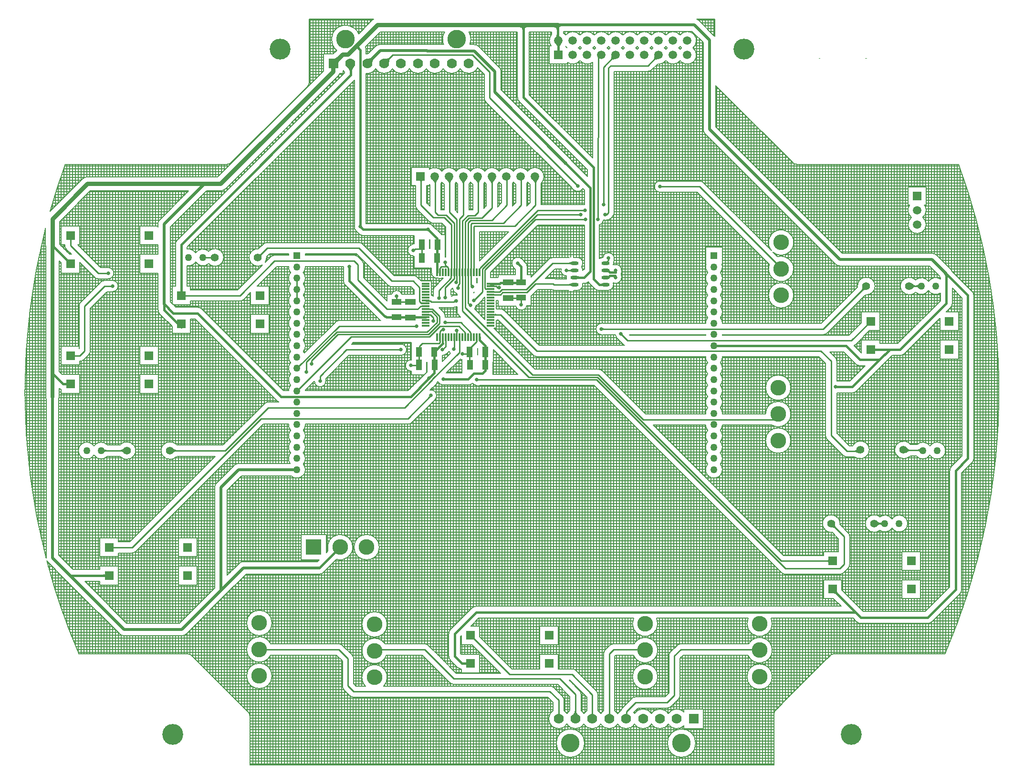
<source format=gtl>
G04*
G04 #@! TF.GenerationSoftware,Altium Limited,Altium Designer,19.1.5 (86)*
G04*
G04 Layer_Physical_Order=1*
G04 Layer_Color=255*
%FSLAX24Y24*%
%MOIN*%
G70*
G01*
G75*
%ADD11C,0.0100*%
%ADD18C,0.0200*%
%ADD19C,0.0080*%
%ADD21R,0.0417X0.0701*%
%ADD22R,0.0701X0.0417*%
%ADD23R,0.0402X0.0717*%
%ADD24R,0.0717X0.0402*%
%ADD25R,0.0610X0.0630*%
%ADD26R,0.0118X0.0571*%
%ADD27R,0.0571X0.0118*%
%ADD28O,0.0571X0.0236*%
%ADD50C,0.0150*%
%ADD51C,0.0250*%
%ADD52C,0.0300*%
%ADD53C,0.0130*%
%ADD54C,0.1093*%
%ADD55R,0.0591X0.0591*%
%ADD56C,0.0591*%
%ADD57R,0.1093X0.1093*%
%ADD58C,0.0500*%
%ADD59R,0.0500X0.0500*%
%ADD60R,0.0700X0.0700*%
%ADD61C,0.0700*%
%ADD62C,0.1300*%
%ADD63C,0.1460*%
%ADD64R,0.0591X0.0591*%
%ADD65C,0.0551*%
%ADD66C,0.0250*%
G36*
X29510Y52205D02*
X29520Y52204D01*
X29558Y52202D01*
X29812Y52200D01*
Y52000D01*
X29619Y51996D01*
X29603Y51994D01*
X29573Y51986D01*
X29547Y51976D01*
X29525Y51962D01*
X29507Y51946D01*
X29493Y51926D01*
X29484Y51907D01*
X29480Y51862D01*
X29475Y51726D01*
X29475Y51670D01*
X29325D01*
X29325Y51726D01*
X29317Y51843D01*
X29313Y51854D01*
X29298Y51877D01*
X29277Y51896D01*
X29250Y51912D01*
X29217Y51926D01*
X29178Y51936D01*
X29133Y51944D01*
X29082Y51948D01*
X29025Y51950D01*
X29400Y52100D01*
X29506Y52061D01*
Y52206D01*
X29510Y52205D01*
D02*
G37*
G36*
X27375Y51950D02*
X27318Y51948D01*
X27267Y51944D01*
X27222Y51936D01*
X27183Y51926D01*
X27150Y51912D01*
X27123Y51896D01*
X27102Y51877D01*
X27087Y51854D01*
X27079Y51831D01*
X27075Y51726D01*
X27075Y51670D01*
X26925D01*
X26925Y51726D01*
X26918Y51831D01*
X26917Y51843D01*
X26913Y51854D01*
X26898Y51877D01*
X26877Y51896D01*
X26850Y51912D01*
X26817Y51926D01*
X26778Y51936D01*
X26733Y51944D01*
X26682Y51948D01*
X26625Y51950D01*
X27000Y52250D01*
X27375Y51950D01*
D02*
G37*
G36*
X29476Y51446D02*
X29481Y51421D01*
X29488Y51396D01*
X29498Y51373D01*
X29511Y51349D01*
X29526Y51327D01*
X29545Y51305D01*
X29567Y51284D01*
X29591Y51263D01*
X29618Y51243D01*
X29211Y51173D01*
X29232Y51204D01*
X29269Y51264D01*
X29284Y51292D01*
X29296Y51320D01*
X29307Y51347D01*
X29315Y51373D01*
X29320Y51398D01*
X29324Y51422D01*
X29325Y51445D01*
X29475Y51471D01*
X29476Y51446D01*
D02*
G37*
G36*
X29632Y50763D02*
X29609Y50738D01*
X29590Y50712D01*
X29572Y50687D01*
X29558Y50662D01*
X29546Y50636D01*
X29537Y50611D01*
X29530Y50587D01*
X29526Y50562D01*
X29525Y50537D01*
X29375D01*
X29374Y50562D01*
X29370Y50587D01*
X29363Y50611D01*
X29354Y50636D01*
X29342Y50662D01*
X29328Y50687D01*
X29310Y50712D01*
X29291Y50738D01*
X29268Y50763D01*
X29243Y50789D01*
X29657D01*
X29632Y50763D01*
D02*
G37*
G36*
X15482Y50631D02*
X15488Y50616D01*
X15497Y50599D01*
X15510Y50579D01*
X15526Y50557D01*
X15569Y50506D01*
X15625Y50446D01*
X15658Y50412D01*
X15552Y50306D01*
X15518Y50339D01*
X15407Y50438D01*
X15385Y50454D01*
X15365Y50467D01*
X15348Y50476D01*
X15333Y50482D01*
X15320Y50484D01*
X15480Y50644D01*
X15482Y50631D01*
D02*
G37*
G36*
X29526Y50415D02*
X29528Y50390D01*
X29532Y50367D01*
X29537Y50347D01*
X29544Y50331D01*
X29552Y50317D01*
X29562Y50306D01*
X29573Y50299D01*
X29586Y50294D01*
X29600Y50293D01*
X29300D01*
X29314Y50294D01*
X29327Y50299D01*
X29338Y50306D01*
X29348Y50317D01*
X29356Y50331D01*
X29363Y50347D01*
X29368Y50367D01*
X29372Y50390D01*
X29374Y50415D01*
X29375Y50444D01*
X29525D01*
X29526Y50415D01*
D02*
G37*
G36*
X50946Y49772D02*
X50949Y49771D01*
X50952Y49769D01*
X50956Y49768D01*
X50960Y49767D01*
X50965Y49766D01*
X50976Y49765D01*
X50982Y49765D01*
X50989Y49765D01*
Y49755D01*
X50982Y49755D01*
X50965Y49754D01*
X50960Y49753D01*
X50956Y49752D01*
X50952Y49751D01*
X50949Y49749D01*
X50946Y49748D01*
X50944Y49746D01*
X50930Y49760D01*
X50916Y49746D01*
X50914Y49748D01*
X50911Y49749D01*
X50908Y49751D01*
X50904Y49752D01*
X50900Y49753D01*
X50895Y49754D01*
X50878Y49755D01*
X50871Y49755D01*
Y49765D01*
X50878Y49765D01*
X50884Y49765D01*
X50895Y49766D01*
X50900Y49767D01*
X50904Y49768D01*
X50908Y49769D01*
X50911Y49771D01*
X50914Y49772D01*
X50916Y49774D01*
X50930Y49760D01*
X50944Y49774D01*
X50946Y49772D01*
D02*
G37*
G36*
X47706D02*
X47709Y49771D01*
X47712Y49769D01*
X47716Y49768D01*
X47720Y49767D01*
X47725Y49766D01*
X47736Y49765D01*
X47742Y49765D01*
X47749Y49765D01*
Y49755D01*
X47742Y49755D01*
X47725Y49754D01*
X47720Y49753D01*
X47716Y49752D01*
X47712Y49751D01*
X47709Y49749D01*
X47706Y49748D01*
X47704Y49746D01*
X47690Y49760D01*
X47676Y49746D01*
X47674Y49748D01*
X47671Y49749D01*
X47668Y49751D01*
X47664Y49752D01*
X47660Y49753D01*
X47655Y49754D01*
X47638Y49755D01*
X47631Y49755D01*
Y49765D01*
X47638Y49765D01*
X47644Y49765D01*
X47655Y49766D01*
X47660Y49767D01*
X47664Y49768D01*
X47668Y49769D01*
X47671Y49771D01*
X47674Y49772D01*
X47676Y49774D01*
X47690Y49760D01*
X47704Y49774D01*
X47706Y49772D01*
D02*
G37*
G36*
X14291Y49749D02*
X14231Y49687D01*
X14138Y49577D01*
X14104Y49528D01*
X14078Y49483D01*
X14061Y49443D01*
X14052Y49407D01*
X14052Y49375D01*
X14061Y49348D01*
X14078Y49325D01*
X13655Y49748D01*
X13678Y49731D01*
X13705Y49722D01*
X13737Y49722D01*
X13773Y49731D01*
X13813Y49748D01*
X13858Y49774D01*
X13907Y49808D01*
X13960Y49850D01*
X14079Y49961D01*
X14291Y49749D01*
D02*
G37*
G36*
X36447Y49705D02*
X36405Y49704D01*
X36329Y49699D01*
X36295Y49694D01*
X36264Y49688D01*
X36236Y49680D01*
X36211Y49671D01*
X36189Y49660D01*
X36170Y49648D01*
X36154Y49634D01*
X36084Y49704D01*
X36098Y49720D01*
X36110Y49739D01*
X36121Y49761D01*
X36130Y49786D01*
X36138Y49814D01*
X36144Y49845D01*
X36149Y49879D01*
X36154Y49955D01*
X36155Y49997D01*
X36447Y49705D01*
D02*
G37*
G36*
X33447D02*
X33405Y49704D01*
X33329Y49699D01*
X33295Y49694D01*
X33264Y49688D01*
X33236Y49680D01*
X33211Y49671D01*
X33189Y49660D01*
X33170Y49648D01*
X33154Y49634D01*
X33084Y49704D01*
X33098Y49720D01*
X33110Y49739D01*
X33121Y49761D01*
X33130Y49786D01*
X33138Y49814D01*
X33144Y49845D01*
X33149Y49879D01*
X33154Y49955D01*
X33155Y49997D01*
X33447Y49705D01*
D02*
G37*
G36*
X17699Y49758D02*
X17683Y49740D01*
X17670Y49718D01*
X17657Y49692D01*
X17647Y49662D01*
X17638Y49629D01*
X17631Y49591D01*
X17626Y49550D01*
X17620Y49456D01*
X17620Y49404D01*
X17273Y49750D01*
X17326Y49750D01*
X17420Y49756D01*
X17461Y49761D01*
X17499Y49768D01*
X17532Y49777D01*
X17562Y49787D01*
X17588Y49800D01*
X17610Y49813D01*
X17628Y49829D01*
X17699Y49758D01*
D02*
G37*
G36*
X16546Y49715D02*
X16526Y49692D01*
X16507Y49668D01*
X16491Y49641D01*
X16477Y49613D01*
X16466Y49583D01*
X16456Y49551D01*
X16449Y49517D01*
X16444Y49481D01*
X16441Y49443D01*
X16440Y49404D01*
X16093Y49750D01*
X16133Y49751D01*
X16171Y49754D01*
X16207Y49759D01*
X16241Y49766D01*
X16273Y49776D01*
X16303Y49787D01*
X16331Y49801D01*
X16358Y49817D01*
X16382Y49836D01*
X16405Y49856D01*
X16546Y49715D01*
D02*
G37*
G36*
X15152Y49142D02*
X15102Y49069D01*
X15082Y49035D01*
X15064Y49003D01*
X15050Y48971D01*
X15039Y48941D01*
X15031Y48913D01*
X15027Y48885D01*
X15025Y48859D01*
X14875Y48842D01*
X14873Y48870D01*
X14868Y48899D01*
X14859Y48927D01*
X14846Y48955D01*
X14830Y48983D01*
X14810Y49011D01*
X14787Y49040D01*
X14760Y49068D01*
X14729Y49096D01*
X14695Y49124D01*
X15182Y49180D01*
X15152Y49142D01*
D02*
G37*
G36*
X29948Y42600D02*
X29800Y42452D01*
X29799Y42453D01*
X29797Y42457D01*
X29794Y42461D01*
X29784Y42473D01*
X29749Y42510D01*
X29737Y42522D01*
X29878Y42663D01*
X29948Y42600D01*
D02*
G37*
G36*
X19941Y41205D02*
X19932Y41202D01*
X19924Y41197D01*
X19918Y41190D01*
X19913Y41181D01*
X19908Y41170D01*
X19905Y41157D01*
X19902Y41142D01*
X19900Y41125D01*
X19900Y41106D01*
X19800D01*
X19799Y41125D01*
X19798Y41142D01*
X19796Y41157D01*
X19792Y41170D01*
X19787Y41181D01*
X19782Y41190D01*
X19776Y41197D01*
X19768Y41202D01*
X19760Y41205D01*
X19750Y41206D01*
X19950D01*
X19941Y41205D01*
D02*
G37*
G36*
X24977Y41259D02*
X24927Y41201D01*
X24906Y41174D01*
X24889Y41148D01*
X24875Y41123D01*
X24864Y41099D01*
X24856Y41075D01*
X24852Y41053D01*
X24850Y41032D01*
X24750D01*
X24748Y41053D01*
X24744Y41075D01*
X24736Y41099D01*
X24725Y41123D01*
X24711Y41148D01*
X24694Y41174D01*
X24673Y41201D01*
X24623Y41259D01*
X24593Y41289D01*
X25007D01*
X24977Y41259D01*
D02*
G37*
G36*
X22977D02*
X22927Y41201D01*
X22906Y41174D01*
X22889Y41148D01*
X22875Y41123D01*
X22864Y41099D01*
X22856Y41075D01*
X22852Y41053D01*
X22850Y41032D01*
X22750D01*
X22748Y41053D01*
X22744Y41075D01*
X22736Y41099D01*
X22725Y41123D01*
X22711Y41148D01*
X22694Y41174D01*
X22673Y41201D01*
X22623Y41259D01*
X22593Y41289D01*
X23007D01*
X22977Y41259D01*
D02*
G37*
G36*
X28013Y41290D02*
X27950Y41189D01*
X27935Y41160D01*
X27913Y41108D01*
X27906Y41085D01*
X27901Y41064D01*
X27900Y41045D01*
X27800Y41028D01*
X27798Y41050D01*
X27793Y41073D01*
X27785Y41096D01*
X27773Y41119D01*
X27758Y41142D01*
X27740Y41165D01*
X27718Y41188D01*
X27692Y41211D01*
X27664Y41234D01*
X27632Y41257D01*
X28039Y41327D01*
X28013Y41290D01*
D02*
G37*
G36*
X24013D02*
X23950Y41189D01*
X23935Y41160D01*
X23913Y41108D01*
X23906Y41085D01*
X23901Y41064D01*
X23900Y41045D01*
X23800Y41028D01*
X23798Y41050D01*
X23793Y41073D01*
X23785Y41096D01*
X23773Y41119D01*
X23758Y41142D01*
X23740Y41165D01*
X23718Y41188D01*
X23692Y41211D01*
X23664Y41234D01*
X23632Y41257D01*
X24039Y41327D01*
X24013Y41290D01*
D02*
G37*
G36*
X22013D02*
X21950Y41189D01*
X21935Y41160D01*
X21913Y41108D01*
X21906Y41085D01*
X21901Y41064D01*
X21900Y41045D01*
X21800Y41028D01*
X21798Y41050D01*
X21793Y41073D01*
X21785Y41096D01*
X21773Y41119D01*
X21758Y41142D01*
X21740Y41165D01*
X21718Y41188D01*
X21692Y41211D01*
X21664Y41234D01*
X21632Y41257D01*
X22039Y41327D01*
X22013Y41290D01*
D02*
G37*
G36*
X21013D02*
X20950Y41189D01*
X20935Y41160D01*
X20913Y41108D01*
X20906Y41085D01*
X20901Y41064D01*
X20900Y41045D01*
X20800Y41028D01*
X20798Y41050D01*
X20793Y41073D01*
X20785Y41096D01*
X20773Y41119D01*
X20758Y41142D01*
X20740Y41165D01*
X20718Y41188D01*
X20692Y41211D01*
X20664Y41234D01*
X20632Y41257D01*
X21039Y41327D01*
X21013Y41290D01*
D02*
G37*
G36*
X30739Y40982D02*
X30754Y40969D01*
X30761Y40964D01*
X30768Y40960D01*
X30775Y40956D01*
X30781Y40953D01*
X30787Y40951D01*
X30793Y40950D01*
X30799Y40950D01*
X30700Y40851D01*
X30700Y40857D01*
X30699Y40863D01*
X30697Y40869D01*
X30694Y40875D01*
X30690Y40882D01*
X30686Y40889D01*
X30681Y40896D01*
X30675Y40903D01*
X30661Y40918D01*
X30732Y40989D01*
X30739Y40982D01*
D02*
G37*
G36*
X30349Y35351D02*
X30347Y35360D01*
X30343Y35369D01*
X30336Y35376D01*
X30326Y35382D01*
X30313Y35388D01*
X30297Y35392D01*
X30278Y35396D01*
X30256Y35398D01*
X30232Y35400D01*
X30204Y35400D01*
Y35500D01*
X30232Y35500D01*
X30278Y35504D01*
X30297Y35508D01*
X30313Y35512D01*
X30326Y35518D01*
X30336Y35524D01*
X30343Y35531D01*
X30347Y35540D01*
X30349Y35549D01*
Y35351D01*
D02*
G37*
G36*
X56550Y34700D02*
X56731Y34413D01*
X56711Y34432D01*
X56693Y34445D01*
X56677Y34453D01*
X56663Y34457D01*
X56652Y34455D01*
X56642Y34448D01*
X56635Y34436D01*
X56629Y34419D01*
X56626Y34396D01*
X56625Y34369D01*
X56475Y34484D01*
X56474Y34513D01*
X56469Y34543D01*
X56462Y34573D01*
X56452Y34602D01*
X56440Y34631D01*
X56424Y34660D01*
X56406Y34689D01*
X56384Y34718D01*
X56360Y34747D01*
X56334Y34775D01*
X56550Y34700D01*
D02*
G37*
G36*
X30812Y34547D02*
X30822Y34542D01*
X30835Y34538D01*
X30849Y34535D01*
X30866Y34532D01*
X30907Y34527D01*
X30956Y34525D01*
X30984Y34525D01*
Y34375D01*
X30956Y34375D01*
X30866Y34368D01*
X30849Y34365D01*
X30835Y34362D01*
X30822Y34358D01*
X30812Y34353D01*
X30803Y34348D01*
Y34552D01*
X30812Y34547D01*
D02*
G37*
G36*
X30349Y33851D02*
X30347Y33860D01*
X30343Y33869D01*
X30336Y33876D01*
X30326Y33882D01*
X30313Y33888D01*
X30297Y33892D01*
X30278Y33896D01*
X30256Y33898D01*
X30232Y33900D01*
X30204Y33900D01*
Y34000D01*
X30232Y34000D01*
X30278Y34004D01*
X30297Y34008D01*
X30313Y34012D01*
X30326Y34018D01*
X30336Y34024D01*
X30343Y34031D01*
X30347Y34040D01*
X30349Y34049D01*
Y33851D01*
D02*
G37*
G36*
X54636Y33689D02*
X54614Y33710D01*
X54572Y33746D01*
X54552Y33760D01*
X54532Y33772D01*
X54512Y33782D01*
X54493Y33790D01*
X54474Y33796D01*
X54456Y33799D01*
X54437Y33800D01*
Y33900D01*
X54456Y33901D01*
X54474Y33904D01*
X54493Y33910D01*
X54512Y33918D01*
X54532Y33928D01*
X54552Y33940D01*
X54572Y33954D01*
X54593Y33971D01*
X54614Y33990D01*
X54636Y34011D01*
Y33689D01*
D02*
G37*
G36*
X54174Y34016D02*
X54227Y33970D01*
X54252Y33951D01*
X54277Y33936D01*
X54300Y33923D01*
X54323Y33913D01*
X54345Y33906D01*
X54366Y33901D01*
X54386Y33900D01*
Y33800D01*
X54366Y33799D01*
X54345Y33794D01*
X54323Y33787D01*
X54300Y33777D01*
X54277Y33764D01*
X54252Y33749D01*
X54227Y33730D01*
X54201Y33709D01*
X54147Y33657D01*
Y34043D01*
X54174Y34016D01*
D02*
G37*
G36*
X50947Y33574D02*
X50909Y33574D01*
X50839Y33569D01*
X50808Y33564D01*
X50780Y33558D01*
X50754Y33551D01*
X50731Y33542D01*
X50710Y33531D01*
X50692Y33519D01*
X50677Y33506D01*
X50606Y33577D01*
X50619Y33592D01*
X50631Y33610D01*
X50642Y33631D01*
X50651Y33654D01*
X50658Y33680D01*
X50664Y33708D01*
X50669Y33739D01*
X50672Y33772D01*
X50674Y33847D01*
X50947Y33574D01*
D02*
G37*
G36*
X21600Y33186D02*
X21602Y33166D01*
X21603Y33158D01*
X21605Y33150D01*
X21607Y33143D01*
X21610Y33136D01*
X21613Y33131D01*
X21616Y33126D01*
X21620Y33121D01*
X21480D01*
X21484Y33126D01*
X21487Y33131D01*
X21490Y33136D01*
X21493Y33143D01*
X21495Y33150D01*
X21497Y33158D01*
X21498Y33166D01*
X21499Y33176D01*
X21500Y33197D01*
X21600D01*
X21600Y33186D01*
D02*
G37*
G36*
X23689Y32918D02*
X23682Y32911D01*
X23669Y32896D01*
X23664Y32889D01*
X23660Y32882D01*
X23656Y32875D01*
X23653Y32869D01*
X23651Y32863D01*
X23650Y32857D01*
X23650Y32851D01*
X23551Y32950D01*
X23557Y32950D01*
X23563Y32951D01*
X23569Y32953D01*
X23575Y32956D01*
X23582Y32960D01*
X23589Y32964D01*
X23596Y32969D01*
X23603Y32975D01*
X23618Y32989D01*
X23689Y32918D01*
D02*
G37*
G36*
X24999Y31917D02*
X25002Y31916D01*
X25007Y31915D01*
X25014Y31914D01*
X25034Y31912D01*
X25098Y31911D01*
Y31811D01*
X25079Y31811D01*
X25002Y31806D01*
X24999Y31805D01*
X24998Y31803D01*
Y31919D01*
X24999Y31917D01*
D02*
G37*
G36*
X19434Y31802D02*
X19438Y31789D01*
X19446Y31778D01*
X19456Y31768D01*
X19470Y31760D01*
X19487Y31753D01*
X19506Y31748D01*
X19529Y31744D01*
X19555Y31742D01*
X19583Y31741D01*
Y31591D01*
X19555Y31591D01*
X19529Y31588D01*
X19506Y31585D01*
X19487Y31579D01*
X19470Y31573D01*
X19456Y31564D01*
X19446Y31555D01*
X19438Y31543D01*
X19434Y31531D01*
X19432Y31516D01*
Y31816D01*
X19434Y31802D01*
D02*
G37*
G36*
X32526Y30916D02*
X32531Y30913D01*
X32536Y30910D01*
X32543Y30907D01*
X32550Y30905D01*
X32558Y30903D01*
X32566Y30902D01*
X32576Y30901D01*
X32597Y30900D01*
Y30800D01*
X32586Y30800D01*
X32566Y30798D01*
X32558Y30797D01*
X32550Y30795D01*
X32543Y30793D01*
X32536Y30790D01*
X32531Y30787D01*
X32526Y30784D01*
X32521Y30780D01*
Y30920D01*
X32526Y30916D01*
D02*
G37*
G36*
X19800Y29637D02*
X19803Y29607D01*
X19804Y29599D01*
X19806Y29593D01*
X19808Y29588D01*
X19811Y29585D01*
X19813Y29583D01*
X19817Y29582D01*
X19683D01*
X19687Y29583D01*
X19689Y29585D01*
X19692Y29588D01*
X19694Y29593D01*
X19696Y29599D01*
X19697Y29607D01*
X19699Y29615D01*
X19700Y29637D01*
X19700Y29650D01*
X19800D01*
X19800Y29637D01*
D02*
G37*
G36*
X23826Y27366D02*
X23831Y27363D01*
X23836Y27360D01*
X23843Y27357D01*
X23850Y27355D01*
X23858Y27353D01*
X23866Y27352D01*
X23876Y27351D01*
X23897Y27350D01*
Y27250D01*
X23886Y27250D01*
X23866Y27248D01*
X23858Y27247D01*
X23850Y27245D01*
X23843Y27243D01*
X23836Y27240D01*
X23831Y27237D01*
X23826Y27234D01*
X23821Y27230D01*
Y27370D01*
X23826Y27366D01*
D02*
G37*
G36*
X54719Y22208D02*
X54701Y22230D01*
X54682Y22250D01*
X54664Y22268D01*
X54645Y22283D01*
X54627Y22296D01*
X54608Y22306D01*
X54589Y22314D01*
X54571Y22320D01*
X54552Y22324D01*
X54533Y22325D01*
X54545Y22425D01*
X54562Y22426D01*
X54580Y22429D01*
X54599Y22434D01*
X54618Y22441D01*
X54639Y22451D01*
X54660Y22462D01*
X54683Y22475D01*
X54730Y22508D01*
X54754Y22528D01*
X54719Y22208D01*
D02*
G37*
G36*
X53788Y22546D02*
X53835Y22498D01*
X53858Y22479D01*
X53881Y22462D01*
X53903Y22449D01*
X53926Y22438D01*
X53947Y22431D01*
X53969Y22426D01*
X53990Y22425D01*
X53981Y22325D01*
X53961Y22324D01*
X53941Y22320D01*
X53919Y22313D01*
X53895Y22303D01*
X53871Y22291D01*
X53845Y22276D01*
X53789Y22239D01*
X53760Y22216D01*
X53728Y22190D01*
X53763Y22574D01*
X53788Y22546D01*
D02*
G37*
G36*
X-2314Y22490D02*
X-2272Y22454D01*
X-2252Y22440D01*
X-2232Y22428D01*
X-2212Y22418D01*
X-2193Y22410D01*
X-2174Y22404D01*
X-2156Y22401D01*
X-2138Y22400D01*
Y22300D01*
X-2156Y22299D01*
X-2174Y22296D01*
X-2193Y22290D01*
X-2212Y22282D01*
X-2232Y22272D01*
X-2252Y22260D01*
X-2272Y22246D01*
X-2293Y22229D01*
X-2314Y22210D01*
X-2336Y22189D01*
Y22511D01*
X-2314Y22490D01*
D02*
G37*
G36*
X2524Y22516D02*
X2577Y22470D01*
X2602Y22451D01*
X2627Y22436D01*
X2650Y22423D01*
X2673Y22413D01*
X2695Y22406D01*
X2716Y22401D01*
X2736Y22400D01*
Y22300D01*
X2716Y22299D01*
X2695Y22294D01*
X2673Y22287D01*
X2650Y22277D01*
X2627Y22264D01*
X2602Y22249D01*
X2577Y22230D01*
X2551Y22209D01*
X2497Y22157D01*
Y22543D01*
X2524Y22516D01*
D02*
G37*
G36*
X-897Y22157D02*
X-924Y22184D01*
X-977Y22230D01*
X-1002Y22249D01*
X-1027Y22264D01*
X-1050Y22277D01*
X-1073Y22287D01*
X-1095Y22294D01*
X-1116Y22299D01*
X-1136Y22300D01*
Y22400D01*
X-1116Y22401D01*
X-1095Y22406D01*
X-1073Y22413D01*
X-1050Y22423D01*
X-1027Y22436D01*
X-1002Y22451D01*
X-977Y22470D01*
X-951Y22491D01*
X-897Y22543D01*
Y22157D01*
D02*
G37*
G36*
X50437Y22149D02*
X50393Y22168D01*
X50184Y22246D01*
X50167Y22249D01*
X50153Y22250D01*
X50114Y22350D01*
X50136Y22352D01*
X50158Y22356D01*
X50179Y22364D01*
X50198Y22375D01*
X50217Y22390D01*
X50235Y22407D01*
X50252Y22428D01*
X50268Y22451D01*
X50283Y22478D01*
X50297Y22508D01*
X50437Y22149D01*
D02*
G37*
G36*
X51724Y17416D02*
X51777Y17370D01*
X51802Y17351D01*
X51827Y17336D01*
X51850Y17323D01*
X51873Y17313D01*
X51895Y17306D01*
X51912Y17302D01*
X51924Y17304D01*
X51943Y17310D01*
X51962Y17318D01*
X51982Y17328D01*
X52002Y17340D01*
X52022Y17354D01*
X52043Y17371D01*
X52064Y17390D01*
X52086Y17411D01*
Y17089D01*
X52064Y17110D01*
X52022Y17146D01*
X52002Y17160D01*
X51982Y17172D01*
X51962Y17182D01*
X51943Y17190D01*
X51924Y17196D01*
X51912Y17198D01*
X51895Y17194D01*
X51873Y17187D01*
X51850Y17177D01*
X51827Y17164D01*
X51802Y17149D01*
X51777Y17130D01*
X51751Y17109D01*
X51697Y17057D01*
Y17443D01*
X51724Y17416D01*
D02*
G37*
G36*
X48776Y17209D02*
X48781Y17139D01*
X48786Y17108D01*
X48792Y17080D01*
X48799Y17054D01*
X48808Y17031D01*
X48819Y17010D01*
X48831Y16992D01*
X48844Y16977D01*
X48773Y16906D01*
X48758Y16919D01*
X48740Y16931D01*
X48719Y16942D01*
X48696Y16951D01*
X48670Y16958D01*
X48642Y16964D01*
X48611Y16969D01*
X48578Y16972D01*
X48503Y16974D01*
X48776Y17247D01*
X48776Y17209D01*
D02*
G37*
G36*
X48301Y14534D02*
X48300Y14544D01*
X48297Y14552D01*
X48292Y14560D01*
X48285Y14566D01*
X48276Y14572D01*
X48265Y14576D01*
X48252Y14580D01*
X48236Y14582D01*
X48219Y14584D01*
X48200Y14584D01*
Y14684D01*
X48219Y14685D01*
X48236Y14686D01*
X48252Y14689D01*
X48265Y14692D01*
X48276Y14697D01*
X48285Y14702D01*
X48292Y14709D01*
X48297Y14716D01*
X48300Y14725D01*
X48301Y14734D01*
Y14534D01*
D02*
G37*
G36*
X-2249Y13466D02*
X-2250Y13480D01*
X-2255Y13493D01*
X-2262Y13504D01*
X-2273Y13514D01*
X-2287Y13522D01*
X-2303Y13529D01*
X-2323Y13534D01*
X-2346Y13538D01*
X-2371Y13540D01*
X-2400Y13541D01*
Y13691D01*
X-2371Y13691D01*
X-2346Y13694D01*
X-2323Y13697D01*
X-2303Y13703D01*
X-2287Y13709D01*
X-2273Y13718D01*
X-2262Y13727D01*
X-2255Y13739D01*
X-2250Y13751D01*
X-2249Y13766D01*
Y13466D01*
D02*
G37*
G36*
X48899Y12552D02*
X48895Y12539D01*
Y12523D01*
X48899Y12505D01*
X48908Y12485D01*
X48921Y12462D01*
X48938Y12438D01*
X48959Y12411D01*
X49014Y12352D01*
X48908Y12246D01*
X48877Y12276D01*
X48822Y12322D01*
X48798Y12339D01*
X48775Y12352D01*
X48755Y12360D01*
X48737Y12365D01*
X48721D01*
X48707Y12360D01*
X48696Y12352D01*
X48908Y12564D01*
X48899Y12552D01*
D02*
G37*
G36*
X30687Y4133D02*
X30693Y4107D01*
X30703Y4080D01*
X30716Y4052D01*
X30734Y4022D01*
X30755Y3991D01*
X30781Y3958D01*
X30843Y3887D01*
X30880Y3850D01*
X30390D01*
X30427Y3887D01*
X30489Y3958D01*
X30515Y3991D01*
X30536Y4022D01*
X30554Y4052D01*
X30567Y4080D01*
X30577Y4107D01*
X30583Y4133D01*
X30585Y4156D01*
X30685D01*
X30687Y4133D01*
D02*
G37*
D11*
X23268Y29250D02*
Y29522D01*
X21171Y34761D02*
Y35118D01*
X19719Y28350D02*
Y29250D01*
X23731Y29985D02*
Y30284D01*
X23268Y29522D02*
X23731Y29985D01*
X23730Y30286D02*
X23731Y30284D01*
X22750Y29100D02*
X23099D01*
X23249Y29250D01*
X22522Y29218D02*
Y30259D01*
X20645Y27341D02*
X22522Y29218D01*
Y30259D02*
X22548Y30286D01*
X20645Y27299D02*
Y27341D01*
X18696Y25350D02*
X20645Y27299D01*
X9179Y25350D02*
X18696D01*
X27380Y27470D02*
X32180D01*
X22745Y32105D02*
X27380Y27470D01*
X22745Y32105D02*
Y34814D01*
X22942Y32345D02*
X27647Y27640D01*
X22942Y32345D02*
Y34814D01*
X27647Y27640D02*
X32250D01*
X26816Y32999D02*
X26850Y33033D01*
X25950Y32999D02*
X26816D01*
X23249Y28366D02*
X23265Y28350D01*
X23249Y28366D02*
Y29250D01*
X23215Y28300D02*
X23265Y28350D01*
X19150Y28300D02*
X19649D01*
X19699Y28350D01*
X19084Y32735D02*
X19100Y32751D01*
X18150Y32735D02*
X19084D01*
X18150D02*
Y33150D01*
X19300Y36350D02*
X19341D01*
X19432Y36442D01*
X19748D01*
X19899Y36593D01*
Y36750D01*
X19915Y36734D01*
Y35800D02*
Y36734D01*
X26850Y32550D02*
Y33033D01*
X30000Y34950D02*
X30577D01*
X32723Y35450D02*
X32950Y35677D01*
Y35800D01*
X20582Y32750D02*
Y32753D01*
X20517Y32817D02*
X20582Y32753D01*
X20258Y32817D02*
X20517D01*
X20248Y32827D02*
X20258Y32817D01*
X20204Y32827D02*
X20248D01*
X20186Y32845D02*
X20204Y32827D01*
X23139Y32661D02*
X23300Y32500D01*
X23139Y32661D02*
Y34814D01*
X22548Y34002D02*
Y34814D01*
X22450Y33904D02*
X22548Y34002D01*
X22450Y33700D02*
Y33904D01*
X22487Y31045D02*
X22939Y30592D01*
X21172Y31045D02*
X22487D01*
X20427Y30300D02*
X21172Y31045D01*
X21300Y30800D02*
X21400D01*
X21170Y30670D02*
X21300Y30800D01*
X20286Y30640D02*
X20970Y31324D01*
X13961Y30640D02*
X20286D01*
X20970Y31324D02*
Y31689D01*
X21140Y31253D02*
Y31760D01*
X20357Y30470D02*
X21140Y31253D01*
X14031Y30470D02*
X20357D01*
X14955Y30300D02*
X20427D01*
X22351Y30287D02*
Y30749D01*
X22350Y30750D02*
X22351Y30749D01*
X11850Y28529D02*
X13961Y30640D01*
X12200Y28639D02*
X14031Y30470D01*
X11180Y26525D02*
X14955Y30300D01*
X14100Y8450D02*
X14750Y7800D01*
Y5900D02*
Y7800D01*
X8550Y8450D02*
X14100D01*
X29455Y3600D02*
Y4895D01*
X28850Y5500D02*
X29455Y4895D01*
X15150Y5500D02*
X28850D01*
X14750Y5900D02*
X15150Y5500D01*
X30400Y6700D02*
X31815Y5285D01*
Y3600D02*
Y5285D01*
X32995Y8150D02*
X33295Y8450D01*
X32995Y3600D02*
Y8150D01*
X37050Y4750D02*
X37550Y5250D01*
X34850Y4750D02*
X37050D01*
X34200Y4100D02*
X34850Y4750D01*
X34200Y3625D02*
Y4100D01*
X34175Y3600D02*
X34200Y3625D01*
X39300Y40800D02*
X45000Y35100D01*
Y35050D02*
Y35100D01*
X36550Y40800D02*
X39300D01*
X11180Y32824D02*
Y33611D01*
Y34399D01*
X20322Y31833D02*
X20517D01*
X20700Y31650D01*
Y31400D02*
Y31650D01*
X12800Y27200D02*
Y27550D01*
X12200Y28400D02*
Y28639D01*
X20589Y32070D02*
X20970Y31689D01*
X20318Y32070D02*
X20589D01*
X20297Y32049D02*
X20318Y32070D01*
X20195Y32049D02*
X20297D01*
X20186Y32255D02*
X20645D01*
X21140Y31760D01*
X11850Y27850D02*
Y28529D01*
X11180Y28100D02*
X14130Y31050D01*
X19550D01*
X44423Y24523D02*
X44800Y24900D01*
X35368Y24523D02*
X44423D01*
X34266Y30034D02*
X49914D01*
X51254Y31374D01*
X33800Y30500D02*
X34266Y30034D01*
X48500Y23400D02*
Y28600D01*
X47786Y29314D02*
X48500Y28600D01*
X27936Y29314D02*
X47786D01*
X25389Y31861D02*
X27936Y29314D01*
X32250Y27640D02*
X35368Y24523D01*
X-3650Y32450D02*
X-2250Y33850D01*
X-1700D01*
X-2703Y34750D02*
X-2000D01*
X-4646Y36693D02*
X-2703Y34750D01*
X3104Y33194D02*
X7194D01*
X15186Y35614D02*
X15450Y35350D01*
X9614Y35614D02*
X15186D01*
X15450Y34274D02*
Y35350D01*
X7194Y33194D02*
X9614Y35614D01*
X8450Y35850D02*
X9100Y36500D01*
X15500D01*
X20168Y32657D02*
X20186Y32639D01*
X15500Y36500D02*
X17800Y34200D01*
X18940Y24590D02*
X20550Y26200D01*
X8660Y24590D02*
X18940D01*
X-346Y15584D02*
X8660Y24590D01*
X32700Y38850D02*
X32811D01*
X32950Y38989D01*
Y49100D01*
X32600Y49150D02*
X33450Y50000D01*
X32600Y39550D02*
Y49150D01*
X32950Y49100D02*
X33100Y49250D01*
X35700D01*
X36450Y50000D01*
X32220Y38587D02*
X32230Y49780D01*
X32219Y38586D02*
X32220Y38587D01*
X32230Y49780D02*
X32450Y50000D01*
X32219Y38519D02*
Y38586D01*
X32200Y38500D02*
X32219Y38519D01*
X27850Y38500D02*
X31350D01*
X24318Y34968D02*
X27850Y38500D01*
X27960Y38850D02*
X31000D01*
X24148Y35039D02*
X27960Y38850D01*
X28019Y39150D02*
X31300D01*
X23978Y35109D02*
X28019Y39150D01*
X21170Y30286D02*
Y30670D01*
X22351Y30287D02*
X22352Y30286D01*
X22140Y32750D02*
X22220Y32830D01*
X20582Y32750D02*
X22140D01*
X22155Y29455D02*
Y30286D01*
X22150Y29450D02*
X22155Y29455D01*
X21550Y35328D02*
X21669Y35209D01*
X21550Y35328D02*
Y35500D01*
X21958Y34814D02*
Y38142D01*
X21470Y38630D02*
X21958Y38142D01*
X22155Y34814D02*
Y38245D01*
X22352Y34814D02*
Y38498D01*
X22548Y34814D02*
Y38548D01*
X22745Y34814D02*
Y38395D01*
X21100Y33000D02*
Y33552D01*
X21170Y29920D02*
Y30286D01*
X21100Y29850D02*
X21170Y29920D01*
X19950Y29850D02*
X21100D01*
X21562Y29612D02*
X21564Y30286D01*
X21350Y29400D02*
X21562Y29612D01*
X25347Y33436D02*
X25511Y33600D01*
X24714Y33436D02*
X25347D01*
X25391Y33239D02*
X25552Y33400D01*
X24714Y33239D02*
X25391D01*
X23336Y33941D02*
Y34814D01*
Y33941D02*
X23450Y33827D01*
X22745Y38395D02*
X23130Y38780D01*
X22942Y34814D02*
Y38352D01*
X23200Y38610D01*
X23139Y34814D02*
Y38289D01*
X23336Y34814D02*
Y38186D01*
X23533Y34814D02*
Y38024D01*
X23139Y38289D02*
X23290Y38440D01*
X22548Y38548D02*
X22800Y38800D01*
X21850Y39000D02*
X22352Y38498D01*
X21600Y38800D02*
X22155Y38245D01*
X21669Y35209D02*
X21730Y35148D01*
X21752D01*
Y34823D02*
Y35148D01*
X23533Y38024D02*
X23559Y38050D01*
X25173Y33750D02*
X25300D01*
X25093Y33830D02*
X25173Y33750D01*
X24714Y33830D02*
X25093D01*
X27250Y33400D02*
X27850Y34000D01*
X25552Y33400D02*
X27250D01*
X27200Y33600D02*
X29050Y35450D01*
X25511Y33600D02*
X27200D01*
X19750Y29650D02*
X19950Y29850D01*
X19750Y29281D02*
Y29650D01*
X19719Y29250D02*
X19750Y29281D01*
X22352Y34152D02*
Y34814D01*
X22300Y34100D02*
X22352Y34152D01*
X15450Y34274D02*
X17474Y32250D01*
X19620D01*
X19830Y32461D01*
X3104Y33184D02*
Y33194D01*
X17800Y34200D02*
X19300D01*
X19830Y32461D02*
X20177D01*
X20186Y32452D01*
X20168Y32657D02*
X20177D01*
X19874D02*
X20168D01*
X20177D02*
X20186Y32648D01*
X19750Y32781D02*
X19874Y32657D01*
X49400Y14400D02*
Y16350D01*
X49100Y14100D02*
X49400Y14400D01*
X45310Y14100D02*
X49100D01*
X48500Y17250D02*
X49400Y16350D01*
X45016Y14634D02*
X48604D01*
X51500Y17250D02*
X52250D01*
X-1946Y15584D02*
X-346D01*
X33295Y8450D02*
X35550D01*
X38000D02*
X43550D01*
X-2500Y22350D02*
X-700D01*
X54875Y22375D02*
X54900Y22350D01*
X53575Y22375D02*
X54875D01*
X53550Y22400D02*
X53575Y22375D01*
X53950Y33850D02*
X54800D01*
X4606Y35850D02*
X5450D01*
X12800Y27550D02*
X14650Y29400D01*
X23978Y35092D02*
Y35109D01*
X23926Y35040D02*
X23978Y35092D01*
X23926Y34814D02*
Y35040D01*
X24650Y47000D02*
X30800Y40850D01*
X24650Y47000D02*
Y48800D01*
X23450Y50000D02*
X24650Y48800D01*
X17870Y50000D02*
X23450D01*
X17270Y49400D02*
X17870Y50000D01*
X14910Y49400D02*
X14950Y49360D01*
X23308Y30342D02*
X23350Y30300D01*
X14650Y29400D02*
X18450D01*
X27850Y39500D02*
Y41450D01*
X27800Y41500D02*
X27850Y41450D01*
X26850Y39500D02*
Y41450D01*
X26800Y41500D02*
X26850Y41450D01*
X25850Y39500D02*
Y41450D01*
X25800Y41500D02*
X25850Y41450D01*
X24800Y39300D02*
Y41500D01*
X23850Y39012D02*
Y41450D01*
X23800Y41500D02*
X23850Y41450D01*
X22800Y38800D02*
Y41500D01*
X21850Y39000D02*
Y41450D01*
X21800Y41500D02*
X21850Y41450D01*
X20850Y39000D02*
Y41450D01*
X20800Y41500D02*
X20850Y41450D01*
X19800Y41500D02*
X19850Y41450D01*
Y39500D02*
Y41450D01*
X23336Y38186D02*
X23400Y38250D01*
X23290Y38440D02*
X24790D01*
X23200Y38610D02*
X24110D01*
X23618Y38780D02*
X23850Y39012D01*
X23130Y38780D02*
X23618D01*
X-4646Y28984D02*
X-3989D01*
X-4796D02*
X-4646D01*
X24148Y33448D02*
Y35039D01*
X24318Y33725D02*
Y34968D01*
X50348Y22300D02*
X50448Y22400D01*
X49600Y22300D02*
X50348D01*
X50448Y22400D02*
X50550D01*
X48500Y23400D02*
X49600Y22300D01*
X6179Y22350D02*
X9179Y25350D01*
X2300Y22350D02*
X6179D01*
X37550Y5250D02*
Y8000D01*
X38000Y8450D01*
X16550D02*
X20100D01*
X20850Y7700D01*
X22150Y6400D01*
X29550D01*
X30635Y5315D01*
Y3600D02*
Y5315D01*
X26038Y6700D02*
X30400D01*
X23569Y9169D02*
X26038Y6700D01*
X23559Y9169D02*
X23569D01*
X23304Y9424D02*
X23559Y9169D01*
X23304Y9424D02*
Y9434D01*
X19850Y39500D02*
X20720Y38630D01*
X21470D01*
X20850Y39000D02*
X21050Y38800D01*
X21600D01*
X24110Y38610D02*
X24800Y39300D01*
X23559Y38050D02*
X26400D01*
X27850Y39500D01*
X23400Y38250D02*
X25600D01*
X26850Y39500D01*
X24790Y38440D02*
X25850Y39500D01*
X-3650Y29323D02*
Y32450D01*
X-3989Y28984D02*
X-3650Y29323D01*
X32180Y27470D02*
X45016Y14634D01*
X22736Y30277D02*
X22745Y30286D01*
X21550Y31300D02*
X22625D01*
X19300Y34200D02*
X19750Y33750D01*
Y32781D02*
Y33750D01*
X32110Y27300D02*
X45310Y14100D01*
X23750Y27300D02*
X32110D01*
X22625Y31300D02*
X23308Y30617D01*
X21752Y34823D02*
X21761Y34814D01*
X21263Y35209D02*
X21669D01*
X21171Y35118D02*
X21263Y35209D01*
X21100Y33552D02*
X21949Y34400D01*
X24714Y31861D02*
X25389D01*
X21550Y33050D02*
Y33761D01*
X-4646Y36693D02*
Y37384D01*
X51254Y31374D02*
Y31384D01*
X32450Y30850D02*
X47950D01*
X50950Y33850D01*
X27850Y34000D02*
X29086D01*
X29136Y33950D01*
X30577D01*
X29050Y35450D02*
X30577D01*
X23550Y32850D02*
X24148Y33448D01*
X21949Y34400D02*
Y34805D01*
X21958Y34814D01*
X21550Y33761D02*
X22155Y34366D01*
Y34814D01*
X23450Y33800D02*
Y33827D01*
X24318Y33725D02*
X24383Y33660D01*
X24402D01*
Y33642D02*
Y33660D01*
X22939Y30289D02*
Y30592D01*
X23308Y30342D02*
Y30617D01*
X22939Y30289D02*
X22942Y30286D01*
X24402Y33642D02*
X24705D01*
X24714Y33633D01*
X23336Y30286D02*
X23350Y30300D01*
X20186Y32058D02*
X20195Y32049D01*
X23533Y34814D02*
X23542Y34823D01*
D18*
X-900Y9850D02*
X3150D01*
X7450Y14150D02*
X12750D01*
X5875Y12575D02*
X7450Y14150D01*
X5875Y12575D02*
Y19775D01*
X7113Y21013D01*
X11180D01*
X3150Y9850D02*
X5875Y12575D01*
X1898Y38168D02*
X4725Y40995D01*
X-4650Y13600D02*
X-900Y9850D01*
X-5900Y14850D02*
X-4650Y13600D01*
X38950Y52100D02*
X40000Y51050D01*
Y44800D02*
Y51050D01*
Y44800D02*
X49100Y35700D01*
X29400Y52100D02*
X38950D01*
X49100Y35700D02*
X55550D01*
X56550Y34700D01*
X20280Y50290D02*
X23560D01*
X20270Y50300D02*
X20280Y50290D01*
X16990Y50300D02*
X20270D01*
X25000Y47400D02*
X29950Y42450D01*
X25000Y47400D02*
Y48850D01*
X23560Y50290D02*
X25000Y48850D01*
X16090Y49400D02*
X16990Y50300D01*
X1900Y32600D02*
Y38000D01*
X1898Y38002D02*
X1900Y38000D01*
X1898Y38002D02*
Y38168D01*
X-5900Y14850D02*
Y26100D01*
X20979Y36753D02*
Y36871D01*
X3104Y30966D02*
Y30976D01*
D19*
X55135Y39150D02*
G03*
X55020Y39515I-635J0D01*
G01*
X53980D02*
G03*
X54108Y38650I520J-365D01*
G01*
X54892D02*
G03*
X55135Y39150I-392J500D01*
G01*
Y38150D02*
G03*
X54892Y38650I-635J0D01*
G01*
X54108D02*
G03*
X55135Y38150I392J-500D01*
G01*
X45824Y42474D02*
G03*
X46100Y42360I276J276D01*
G01*
X45824Y42474D02*
G03*
X46100Y42360I276J276D01*
G01*
X55861Y36011D02*
G03*
X55550Y36140I-311J-311D01*
G01*
X55861Y36011D02*
G03*
X55550Y36140I-311J-311D01*
G01*
X45886Y36900D02*
G03*
X44322Y36329I-886J0D01*
G01*
X44429Y36223D02*
G03*
X45886Y36900I571J678D01*
G01*
Y35050D02*
G03*
X44751Y35901I-886J0D01*
G01*
X40360Y51303D02*
G03*
X40311Y51361I-360J-253D01*
G01*
X40360Y51303D02*
G03*
X40311Y51361I-360J-253D01*
G01*
X40440Y47863D02*
G03*
X40474Y47824I310J237D01*
G01*
X40440Y47863D02*
G03*
X40474Y47824I310J237D01*
G01*
X39560Y44800D02*
G03*
X39689Y44489I440J0D01*
G01*
X39560Y44800D02*
G03*
X39689Y44489I440J0D01*
G01*
X39576Y41076D02*
G03*
X39300Y41190I-276J-276D01*
G01*
X39576Y41076D02*
G03*
X39300Y41190I-276J-276D01*
G01*
X58465Y33200D02*
G03*
X58343Y33493I-415J0D01*
G01*
X58465Y33200D02*
G03*
X58343Y33494I-415J0D01*
G01*
X56947Y34890D02*
G03*
X56861Y35011I-397J-190D01*
G01*
X56135Y34336D02*
G03*
X55300Y34163I-335J-486D01*
G01*
Y33537D02*
G03*
X56135Y33364I500J313D01*
G01*
X56843Y32357D02*
G03*
X56965Y32650I-293J293D01*
G01*
X56843Y32356D02*
G03*
X56965Y32650I-293J294D01*
G01*
X54368Y34302D02*
G03*
X54365Y33395I-418J-452D01*
G01*
X51566Y33850D02*
G03*
X50335Y33878I-616J0D01*
G01*
X55300Y34163D02*
G03*
X54395Y34279I-500J-313D01*
G01*
X54396Y33420D02*
G03*
X55300Y33537I404J430D01*
G01*
X50974Y33235D02*
G03*
X51566Y33850I-24J615D01*
G01*
X53316Y29001D02*
G03*
X53609Y29122I0J415D01*
G01*
X53316Y29001D02*
G03*
X53610Y29123I0J415D01*
G01*
X48789Y35389D02*
G03*
X49100Y35260I311J311D01*
G01*
X48789Y35389D02*
G03*
X49100Y35260I311J311D01*
G01*
X44175Y35374D02*
G03*
X45886Y35050I825J-324D01*
G01*
Y33200D02*
G03*
X45886Y33200I-886J0D01*
G01*
X40904Y35186D02*
G03*
X40870Y35384I-590J0D01*
G01*
X40753Y34793D02*
G03*
X40904Y35186I-439J394D01*
G01*
X40753Y34005D02*
G03*
X40904Y34399I-439J394D01*
G01*
D02*
G03*
X40753Y34793I-590J0D01*
G01*
X39758Y35384D02*
G03*
X39874Y34793I556J-197D01*
G01*
Y34793D02*
G03*
X39874Y34005I439J-394D01*
G01*
X40904Y33611D02*
G03*
X40753Y34005I-590J0D01*
G01*
Y33218D02*
G03*
X40904Y33611I-439J394D01*
G01*
X39874Y34005D02*
G03*
X39874Y33218I439J-394D01*
G01*
X40904Y32824D02*
G03*
X40753Y33218I-590J0D01*
G01*
X40753Y32430D02*
G03*
X40904Y32824I-439J394D01*
G01*
X39874Y33218D02*
G03*
X39874Y32430I439J-394D01*
G01*
X40904Y32037D02*
G03*
X40753Y32430I-590J0D01*
G01*
X47950Y30460D02*
G03*
X48226Y30574I0J390D01*
G01*
X50097Y29690D02*
G03*
X50190Y29759I-183J344D01*
G01*
X50097Y29690D02*
G03*
X50190Y29759I-183J344D01*
G01*
X47950Y30460D02*
G03*
X48226Y30574I0J390D01*
G01*
X40753Y31643D02*
G03*
X40904Y32037I-439J394D01*
G01*
X39874Y32430D02*
G03*
X39874Y31643I439J-394D01*
G01*
X40904Y31249D02*
G03*
X40753Y31643I-590J0D01*
G01*
X39874D02*
G03*
X39724Y31240I439J-394D01*
G01*
X40903Y30424D02*
G03*
X40904Y30460I-589J37D01*
G01*
X39724D02*
G03*
X39725Y30424I590J2D01*
G01*
X39261Y52411D02*
G03*
X39110Y52510I-311J-311D01*
G01*
X39261Y52411D02*
G03*
X39110Y52510I-311J-311D01*
G01*
X39085Y51000D02*
G03*
X37950Y51392I-635J0D01*
G01*
X36950D02*
G03*
X35950Y51392I-500J-392D01*
G01*
X37950D02*
G03*
X36950Y51392I-500J-392D01*
G01*
X35950D02*
G03*
X34950Y51392I-500J-392D01*
G01*
X38842Y50500D02*
G03*
X39085Y51000I-392J500D01*
G01*
X37842Y50500D02*
G03*
X37950Y50608I-392J500D01*
G01*
X36950D02*
G03*
X37058Y50500I500J392D01*
G01*
X37950Y50608D02*
G03*
X38058Y50500I500J392D01*
G01*
D02*
G03*
X37950Y50392I392J-500D01*
G01*
D02*
G03*
X37842Y50500I-500J-392D01*
G01*
X36842D02*
G03*
X36950Y50608I-392J500D01*
G01*
X35950D02*
G03*
X36058Y50500I500J392D01*
G01*
X35842D02*
G03*
X35950Y50608I-392J500D01*
G01*
X34950D02*
G03*
X35058Y50500I500J392D01*
G01*
X36950Y50392D02*
G03*
X36842Y50500I-500J-392D01*
G01*
X36058D02*
G03*
X35950Y50392I392J-500D01*
G01*
D02*
G03*
X35842Y50500I-500J-392D01*
G01*
X35058D02*
G03*
X34950Y50392I392J-500D01*
G01*
Y51392D02*
G03*
X33950Y51392I-500J-392D01*
G01*
D02*
G03*
X32950Y51392I-500J-392D01*
G01*
D02*
G03*
X31950Y51392I-500J-392D01*
G01*
D02*
G03*
X30950Y51392I-500J-392D01*
G01*
X34842Y50500D02*
G03*
X34950Y50608I-392J500D01*
G01*
X33950D02*
G03*
X34058Y50500I500J392D01*
G01*
X33842D02*
G03*
X33950Y50608I-392J500D01*
G01*
X32950D02*
G03*
X33058Y50500I500J392D01*
G01*
X34950Y50392D02*
G03*
X34842Y50500I-500J-392D01*
G01*
X34058D02*
G03*
X33950Y50392I392J-500D01*
G01*
X31950Y50608D02*
G03*
X32058Y50500I500J392D01*
G01*
X31842D02*
G03*
X31950Y50608I-392J500D01*
G01*
X32842Y50500D02*
G03*
X32950Y50608I-392J500D01*
G01*
X30950D02*
G03*
X31058Y50500I500J392D01*
G01*
X30842D02*
G03*
X30950Y50608I-392J500D01*
G01*
X32950Y50392D02*
G03*
X32842Y50500I-500J-392D01*
G01*
X32058D02*
G03*
X31950Y50392I392J-500D01*
G01*
X39085Y50000D02*
G03*
X38842Y50500I-635J0D01*
G01*
X37950Y49608D02*
G03*
X39085Y50000I500J392D01*
G01*
X36950Y49608D02*
G03*
X37950Y49608I500J392D01*
G01*
X37058Y50500D02*
G03*
X36950Y50392I392J-500D01*
G01*
X36474Y49365D02*
G03*
X36950Y49608I-24J635D01*
G01*
X36550Y41190D02*
G03*
X36550Y40410I0J-390D01*
G01*
X35700Y48860D02*
G03*
X35976Y48974I0J390D01*
G01*
X35700Y48860D02*
G03*
X35976Y48974I0J390D01*
G01*
X33950Y50392D02*
G03*
X33842Y50500I-500J-392D01*
G01*
X33058D02*
G03*
X32950Y50392I392J-500D01*
G01*
X31950D02*
G03*
X31842Y50500I-500J-392D01*
G01*
X30950Y49608D02*
G03*
X31840Y49498I500J392D01*
G01*
X31058Y50500D02*
G03*
X30950Y50392I392J-500D01*
G01*
D02*
G03*
X30842Y50500I-500J-392D01*
G01*
X30347Y42640D02*
G03*
X30261Y42761I-397J-190D01*
G01*
X30950Y51392D02*
G03*
X29950Y51392I-500J-392D01*
G01*
D02*
G03*
X29838Y51503I-500J-392D01*
G01*
X29950Y50608D02*
G03*
X30058Y50500I500J392D01*
G01*
X28918Y51347D02*
G03*
X28930Y50635I532J-347D01*
G01*
X30085Y49480D02*
G03*
X30950Y49608I365J520D01*
G01*
X25440Y48850D02*
G03*
X25311Y49161I-440J0D01*
G01*
X25440Y48850D02*
G03*
X25311Y49161I-440J0D01*
G01*
X26585Y47050D02*
G03*
X26707Y46757I415J0D01*
G01*
X26585Y47050D02*
G03*
X26707Y46756I415J0D01*
G01*
X28435Y41500D02*
G03*
X27300Y41892I-635J0D01*
G01*
X28331Y41152D02*
G03*
X28435Y41500I-531J348D01*
G01*
X27300Y41892D02*
G03*
X26300Y41892I-500J-392D01*
G01*
D02*
G03*
X25300Y41892I-500J-392D01*
G01*
X27300Y41108D02*
G03*
X27413Y40996I500J392D01*
G01*
X27240Y41042D02*
G03*
X27300Y41108I-440J458D01*
G01*
X26300D02*
G03*
X26460Y40963I500J392D01*
G01*
X26240Y41042D02*
G03*
X26300Y41108I-440J458D01*
G01*
X25266Y41068D02*
G03*
X25300Y41108I-466J432D01*
G01*
D02*
G03*
X25460Y40963I500J392D01*
G01*
X33226Y38713D02*
G03*
X33340Y38989I-276J276D01*
G01*
X33226Y38713D02*
G03*
X33340Y38989I-276J276D01*
G01*
X32811Y38460D02*
G03*
X33087Y38574I0J390D01*
G01*
X32811Y38460D02*
G03*
X33087Y38574I0J390D01*
G01*
X32606Y38471D02*
G03*
X32700Y38460I94J379D01*
G01*
X32495Y38243D02*
G03*
X32606Y38471I-276J276D01*
G01*
X32495Y38243D02*
G03*
X32606Y38471I-276J276D01*
G01*
X32315Y38127D02*
G03*
X32476Y38224I-115J373D01*
G01*
X33340Y35800D02*
G03*
X32564Y35858I-390J0D01*
G01*
X32556D02*
G03*
X32315Y35780I0J-408D01*
G01*
X33296Y35496D02*
G03*
X33340Y35677I-346J181D01*
G01*
X33296Y35496D02*
G03*
X33340Y35677I-346J181D01*
G01*
X33830Y34682D02*
G03*
X33865Y34850I-380J168D01*
G01*
X33298Y35450D02*
G03*
X33296Y35496I-408J0D01*
G01*
X33865Y34515D02*
G03*
X33830Y34682I-415J0D01*
G01*
Y34682D02*
G03*
X33865Y34850I-380J168D01*
G01*
Y34515D02*
G03*
X33830Y34682I-415J0D01*
G01*
X33280Y34072D02*
G03*
X33865Y34450I170J378D01*
G01*
X33280Y35328D02*
G03*
X33298Y35450I-390J122D01*
G01*
X33865Y34950D02*
G03*
X33280Y35328I-415J0D01*
G01*
X31534Y34148D02*
G03*
X31607Y34050I366J196D01*
G01*
X31534Y34148D02*
G03*
X31607Y34050I366J196D01*
G01*
X33298Y33950D02*
G03*
X33280Y34072I-408J0D01*
G01*
X31250Y34035D02*
G03*
X31534Y34148I0J415D01*
G01*
X31250Y34035D02*
G03*
X31534Y34148I0J415D01*
G01*
X30567Y40537D02*
G03*
X31145Y40668I233J313D01*
G01*
X31153Y35450D02*
G03*
X30744Y35858I-408J0D01*
G01*
X31067Y35200D02*
G03*
X31153Y35450I-323J250D01*
G01*
Y34950D02*
G03*
X31067Y35200I-408J0D01*
G01*
X31153Y33950D02*
G03*
X31144Y34035I-408J0D01*
G01*
X30017Y34560D02*
G03*
X30017Y34340I393J-110D01*
G01*
X29626Y35060D02*
G03*
X30000Y34560I374J-110D01*
G01*
X29278Y34340D02*
G03*
X29086Y34390I-191J-340D01*
G01*
X29278Y34340D02*
G03*
X29086Y34390I-191J-340D01*
G01*
X33412Y30460D02*
G03*
X33524Y30224I388J40D01*
G01*
X33990Y29759D02*
G03*
X34058Y29704I276J276D01*
G01*
X33990Y29759D02*
G03*
X34058Y29704I276J276D01*
G01*
X32890Y33542D02*
G03*
X33298Y33950I0J408D01*
G01*
X32000Y33657D02*
G03*
X32294Y33535I293J293D01*
G01*
X32000Y33657D02*
G03*
X32294Y33535I294J293D01*
G01*
X32723D02*
G03*
X32798Y33542I0J415D01*
G01*
X30744D02*
G03*
X31153Y33950I0J408D01*
G01*
X32394Y31236D02*
G03*
X32394Y30464I56J-386D01*
G01*
X29050Y35840D02*
G03*
X28774Y35726I0J-390D01*
G01*
X29050Y35840D02*
G03*
X28774Y35726I0J-390D01*
G01*
X27265Y35200D02*
G03*
X27143Y35493I-415J0D01*
G01*
X27265Y35200D02*
G03*
X27143Y35494I-415J0D01*
G01*
X27235Y39436D02*
G03*
X27240Y39500I-385J64D01*
G01*
X27235Y39436D02*
G03*
X27240Y39500I-385J64D01*
G01*
X26235Y39436D02*
G03*
X26240Y39500I-385J64D01*
G01*
X26235Y39436D02*
G03*
X26240Y39500I-385J64D01*
G01*
X26893Y35743D02*
G03*
X26307Y35157I-293J-293D01*
G01*
X28945Y33610D02*
G03*
X29136Y33560I191J340D01*
G01*
X28945Y33610D02*
G03*
X29136Y33560I191J340D01*
G01*
X26471Y32458D02*
G03*
X27234Y32484I379J92D01*
G01*
X27660Y29039D02*
G03*
X27936Y28924I276J276D01*
G01*
X25252Y34473D02*
G03*
X25184Y34441I139J-391D01*
G01*
X25252Y34473D02*
G03*
X25184Y34441I139J-391D01*
G01*
X25665Y32137D02*
G03*
X25389Y32251I-276J-276D01*
G01*
X25665Y32137D02*
G03*
X25389Y32251I-276J-276D01*
G01*
X60220Y26450D02*
G03*
X57401Y42360I-46310J0D01*
G01*
X50206Y28407D02*
G03*
X50500Y28285I294J293D01*
G01*
X55400Y22663D02*
G03*
X54481Y22765I-500J-313D01*
G01*
X50207Y28407D02*
G03*
X50500Y28285I293J293D01*
G01*
X49985Y26386D02*
G03*
X50279Y26508I0J415D01*
G01*
X49985Y26386D02*
G03*
X50279Y26507I0J415D01*
G01*
X51166Y22400D02*
G03*
X50007Y22690I-616J0D01*
G01*
X58343Y21507D02*
G03*
X58465Y21800I-293J293D01*
G01*
X58343Y21506D02*
G03*
X58465Y21800I-293J294D01*
G01*
X56447Y8140D02*
G03*
X60220Y26450I-42537J18310D01*
G01*
X56907Y21243D02*
G03*
X56785Y20950I293J-293D01*
G01*
X56907Y21244D02*
G03*
X56785Y20950I293J-294D01*
G01*
X55400Y22037D02*
G03*
X56490Y22350I500J313D01*
G01*
D02*
G03*
X55400Y22663I-590J0D01*
G01*
X54436Y21985D02*
G03*
X55400Y22037I464J365D01*
G01*
X54007Y22813D02*
G03*
X53926Y21912I-457J-413D01*
G01*
X50323Y21828D02*
G03*
X51166Y22400I227J572D01*
G01*
X48890Y28600D02*
G03*
X48776Y28876I-390J0D01*
G01*
X48890Y28600D02*
G03*
X48776Y28876I-390J0D01*
G01*
X45686Y26750D02*
G03*
X45686Y26750I-886J0D01*
G01*
X44357Y24133D02*
G03*
X45686Y24900I443J767D01*
G01*
D02*
G03*
X43914Y24913I-886J0D01*
G01*
X48110Y23400D02*
G03*
X48224Y23124I390J0D01*
G01*
X49324Y22024D02*
G03*
X49600Y21910I276J276D01*
G01*
X49324Y22024D02*
G03*
X49600Y21910I276J276D01*
G01*
X48110Y23400D02*
G03*
X48224Y23124I390J0D01*
G01*
X45686Y23050D02*
G03*
X45686Y23050I-886J0D01*
G01*
X53840Y17250D02*
G03*
X52750Y17563I-590J0D01*
G01*
Y16937D02*
G03*
X53840Y17250I500J313D01*
G01*
X52750Y17563D02*
G03*
X51896Y17722I-500J-313D01*
G01*
D02*
G03*
X51896Y16778I-396J-472D01*
G01*
D02*
G03*
X52750Y16937I354J472D01*
G01*
X49790Y16350D02*
G03*
X49676Y16626I-390J0D01*
G01*
X49790Y16350D02*
G03*
X49676Y16626I-390J0D01*
G01*
Y14124D02*
G03*
X49790Y14400I-276J276D01*
G01*
X49676Y14124D02*
G03*
X49790Y14400I-276J276D01*
G01*
X49100Y13710D02*
G03*
X49376Y13824I0J390D01*
G01*
X57493Y12357D02*
G03*
X57615Y12650I-293J293D01*
G01*
X57493Y12356D02*
G03*
X57615Y12650I-293J294D01*
G01*
X55232Y10267D02*
G03*
X55525Y10388I0J415D01*
G01*
X55232Y10267D02*
G03*
X55526Y10389I0J415D01*
G01*
X50284D02*
G03*
X50578Y10267I294J293D01*
G01*
X50285Y10388D02*
G03*
X50578Y10267I293J293D01*
G01*
X49100Y13710D02*
G03*
X49376Y13824I0J390D01*
G01*
X49115Y17274D02*
G03*
X48472Y16635I-615J-24D01*
G01*
X45034Y13824D02*
G03*
X45310Y13710I276J276D01*
G01*
X45034Y13824D02*
G03*
X45310Y13710I276J276D01*
G01*
X44386Y10250D02*
G03*
X44298Y10635I-886J0D01*
G01*
X42702D02*
G03*
X44386Y10250I798J-385D01*
G01*
X48700Y8140D02*
G03*
X48424Y8026I0J-390D01*
G01*
X48700Y8140D02*
G03*
X48424Y8026I0J-390D01*
G01*
X44386Y8400D02*
G03*
X42731Y8840I-886J0D01*
G01*
X42681Y8060D02*
G03*
X44386Y8400I819J340D01*
G01*
Y6550D02*
G03*
X44386Y6550I-886J0D01*
G01*
X44624Y4226D02*
G03*
X44510Y3950I276J-276D01*
G01*
X44624Y4226D02*
G03*
X44510Y3950I276J-276D01*
G01*
X40904Y28887D02*
G03*
X40903Y28924I-590J0D01*
G01*
X40904Y28100D02*
G03*
X40753Y28493I-590J0D01*
G01*
D02*
G03*
X40904Y28887I-439J394D01*
G01*
Y27312D02*
G03*
X40753Y27706I-590J0D01*
G01*
Y27706D02*
G03*
X40904Y28100I-439J394D01*
G01*
X39874Y28493D02*
G03*
X39874Y27706I439J-394D01*
G01*
X39725Y28924D02*
G03*
X39874Y28493I589J-37D01*
G01*
X40753Y26919D02*
G03*
X40904Y27312I-439J394D01*
G01*
X40753Y26131D02*
G03*
X40904Y26525I-439J394D01*
G01*
D02*
G03*
X40753Y26919I-590J0D01*
G01*
X40904Y25737D02*
G03*
X40753Y26131I-590J0D01*
G01*
X39874Y26919D02*
G03*
X39874Y26131I439J-394D01*
G01*
Y27706D02*
G03*
X39874Y26919I439J-394D01*
G01*
X40903Y24913D02*
G03*
X40904Y24950I-589J37D01*
G01*
X40753Y23769D02*
G03*
X40903Y24133I-439J394D01*
G01*
X40753Y22982D02*
G03*
X40904Y23375I-439J394D01*
G01*
D02*
G03*
X40753Y23769I-590J0D01*
G01*
Y22194D02*
G03*
X40904Y22588I-439J394D01*
G01*
D02*
G03*
X40753Y22982I-590J0D01*
G01*
X40904Y21800D02*
G03*
X40753Y22194I-590J0D01*
G01*
Y21407D02*
G03*
X40904Y21800I-439J394D01*
G01*
X40753Y25344D02*
G03*
X40904Y25737I-439J394D01*
G01*
X39874Y26131D02*
G03*
X39874Y25344I439J-394D01*
G01*
X40904Y24950D02*
G03*
X40753Y25344I-590J0D01*
G01*
X39725Y24133D02*
G03*
X39874Y23769I589J30D01*
G01*
X39874Y25344D02*
G03*
X39725Y24913I439J-394D01*
G01*
X39874Y22982D02*
G03*
X39874Y22194I439J-394D01*
G01*
Y23769D02*
G03*
X39874Y22982I439J-394D01*
G01*
Y22194D02*
G03*
X39874Y21407I439J-394D01*
G01*
X40904Y21013D02*
G03*
X40753Y21407I-590J0D01*
G01*
X39874D02*
G03*
X40904Y21013I439J-394D01*
G01*
X38000Y8840D02*
G03*
X37725Y8726I0J-390D01*
G01*
X38000Y8840D02*
G03*
X37725Y8726I0J-390D01*
G01*
X36386Y10251D02*
G03*
X36299Y10635I-886J0D01*
G01*
X32526Y27916D02*
G03*
X32250Y28030I-276J-276D01*
G01*
X32526Y27916D02*
G03*
X32250Y28030I-276J-276D01*
G01*
X27660Y29039D02*
G03*
X27936Y28924I276J276D01*
G01*
X34701Y10635D02*
G03*
X36386Y10251I799J-384D01*
G01*
X33295Y8840D02*
G03*
X33019Y8726I0J-390D01*
G01*
X36386Y8400D02*
G03*
X34731Y8840I-886J0D01*
G01*
X33295D02*
G03*
X33019Y8726I0J-390D01*
G01*
X37274Y8276D02*
G03*
X37160Y8000I276J-276D01*
G01*
X37274Y8276D02*
G03*
X37160Y8000I276J-276D01*
G01*
X37826Y4974D02*
G03*
X37940Y5250I-276J276D01*
G01*
X37826Y4974D02*
G03*
X37940Y5250I-276J276D01*
G01*
X37050Y4360D02*
G03*
X37326Y4474I0J390D01*
G01*
X37050Y4360D02*
G03*
X37326Y4474I0J390D01*
G01*
X34682Y8060D02*
G03*
X36386Y8400I818J340D01*
G01*
Y6550D02*
G03*
X36386Y6550I-886J0D01*
G01*
X34850Y5140D02*
G03*
X34574Y5026I0J-390D01*
G01*
X34850Y5140D02*
G03*
X34574Y5026I0J-390D01*
G01*
X38205Y4086D02*
G03*
X37125Y3958I-490J-486D01*
G01*
Y3242D02*
G03*
X38205Y3114I590J358D01*
G01*
X35945Y3242D02*
G03*
X37125Y3242I590J358D01*
G01*
X39035Y1900D02*
G03*
X39035Y1900I-990J0D01*
G01*
X37125Y3958D02*
G03*
X35945Y3958I-590J-358D01*
G01*
D02*
G03*
X34765Y3958I-590J-358D01*
G01*
Y3242D02*
G03*
X35945Y3242I590J358D01*
G01*
X33924Y4376D02*
G03*
X33821Y4192I276J-276D01*
G01*
X33924Y4376D02*
G03*
X33821Y4192I276J-276D01*
G01*
X34765Y3958D02*
G03*
X34700Y4048I-590J-358D01*
G01*
X33821Y4192D02*
G03*
X33585Y3958I354J-592D01*
G01*
D02*
G03*
X33385Y4169I-590J-358D01*
G01*
X33585Y3242D02*
G03*
X34765Y3242I590J358D01*
G01*
X32719Y8426D02*
G03*
X32605Y8150I276J-276D01*
G01*
X32719Y8426D02*
G03*
X32605Y8150I276J-276D01*
G01*
X30676Y6976D02*
G03*
X30400Y7090I-276J-276D01*
G01*
X30676Y6976D02*
G03*
X30400Y7090I-276J-276D01*
G01*
X32205Y5285D02*
G03*
X32091Y5561I-390J0D01*
G01*
X32205Y5285D02*
G03*
X32091Y5561I-390J0D01*
G01*
X31025Y5315D02*
G03*
X30911Y5591I-390J0D01*
G01*
X31025Y5315D02*
G03*
X30911Y5591I-390J0D01*
G01*
X29845Y4895D02*
G03*
X29731Y5171I-390J0D01*
G01*
X29126Y5776D02*
G03*
X28850Y5890I-276J-276D01*
G01*
X29126Y5776D02*
G03*
X28850Y5890I-276J-276D01*
G01*
X29845Y4895D02*
G03*
X29731Y5171I-390J0D01*
G01*
X32405Y3242D02*
G03*
X33585Y3242I590J358D01*
G01*
X32605Y4169D02*
G03*
X32405Y3958I390J-569D01*
G01*
D02*
G03*
X32205Y4169I-590J-358D01*
G01*
X31425D02*
G03*
X31225Y3958I390J-569D01*
G01*
Y3242D02*
G03*
X32405Y3242I590J358D01*
G01*
X31225Y3958D02*
G03*
X31138Y4072I-590J-358D01*
G01*
X30045Y3242D02*
G03*
X31225Y3242I590J358D01*
G01*
X31275Y1900D02*
G03*
X31275Y1900I-990J0D01*
G01*
X30132Y4072D02*
G03*
X30045Y3958I503J-472D01*
G01*
D02*
G03*
X29845Y4169I-590J-358D01*
G01*
X29065D02*
G03*
X30045Y3242I390J-569D01*
G01*
X23330Y51100D02*
G03*
X23189Y51610I-990J0D01*
G01*
X23871Y50601D02*
G03*
X23560Y50730I-311J-311D01*
G01*
X23871Y50601D02*
G03*
X23560Y50730I-311J-311D01*
G01*
X23258D02*
G03*
X23330Y51100I-918J370D01*
G01*
X24260Y47000D02*
G03*
X24374Y46724I390J0D01*
G01*
X24260Y47000D02*
G03*
X24374Y46724I390J0D01*
G01*
X22580Y49042D02*
G03*
X23794Y49105I590J358D01*
G01*
X21400Y49042D02*
G03*
X22580Y49042I590J358D01*
G01*
X21491Y51610D02*
G03*
X21422Y50730I849J-510D01*
G01*
X20363D02*
G03*
X20270Y50740I-93J-430D01*
G01*
X20220Y49042D02*
G03*
X21400Y49042I590J358D01*
G01*
X20363Y50730D02*
G03*
X20270Y50740I-93J-430D01*
G01*
X19040Y49042D02*
G03*
X20220Y49042I590J358D01*
G01*
X16990Y50740D02*
G03*
X16679Y50611I0J-440D01*
G01*
X17860Y49042D02*
G03*
X19040Y49042I590J358D01*
G01*
X16680D02*
G03*
X17860Y49042I590J358D01*
G01*
X25300Y41892D02*
G03*
X24300Y41892I-500J-392D01*
G01*
X24302Y41105D02*
G03*
X24334Y41068I498J395D01*
G01*
X23300Y41108D02*
G03*
X23413Y40996I500J392D01*
G01*
X24300Y41892D02*
G03*
X23300Y41892I-500J-392D01*
G01*
D02*
G03*
X22300Y41892I-500J-392D01*
G01*
X23266Y41068D02*
G03*
X23300Y41108I-466J432D01*
G01*
X22300Y41892D02*
G03*
X21300Y41892I-500J-392D01*
G01*
X22302Y41105D02*
G03*
X22334Y41068I498J395D01*
G01*
X21300Y41892D02*
G03*
X20435Y42020I-500J-392D01*
G01*
X21302Y41105D02*
G03*
X21413Y40996I498J395D01*
G01*
X16528Y52510D02*
G03*
X16450Y52446I268J-410D01*
G01*
X16528Y52510D02*
G03*
X16449Y52446I268J-410D01*
G01*
X15491Y51488D02*
G03*
X13963Y50326I-911J-388D01*
G01*
X16990Y50740D02*
G03*
X16679Y50611I0J-440D01*
G01*
X16065Y50090D02*
G03*
X16020Y50086I25J-690D01*
G01*
Y48714D02*
G03*
X16680Y49042I70J686D01*
G01*
X16020Y50359D02*
G03*
X15961Y50572I-415J0D01*
G01*
X16020Y50359D02*
G03*
X15961Y50572I-415J0D01*
G01*
X14420Y48914D02*
G03*
X14462Y48875I490J486D01*
G01*
X14046Y48504D02*
G03*
X14170Y48710I-346J346D01*
G01*
X14046Y48503D02*
G03*
X14170Y48710I-346J347D01*
G01*
X21568Y35890D02*
G03*
X21534Y35890I-18J-390D01*
G01*
X23758Y34066D02*
G03*
X23726Y34103I-308J-239D01*
G01*
X23758Y34066D02*
G03*
X23726Y34103I-308J-239D01*
G01*
X20444Y38354D02*
G03*
X20720Y38240I276J276D01*
G01*
X20444Y38354D02*
G03*
X20720Y38240I276J276D01*
G01*
X19460Y39500D02*
G03*
X19574Y39224I390J0D01*
G01*
X19460Y39500D02*
G03*
X19574Y39224I390J0D01*
G01*
X20643Y38093D02*
G03*
X20350Y38215I-293J-293D01*
G01*
X20644Y38093D02*
G03*
X20350Y38215I-294J-293D01*
G01*
X20848Y34418D02*
G03*
X21021Y34401I126J395D01*
G01*
D02*
G03*
X21357Y34418I151J360D01*
G01*
X20561Y34862D02*
G03*
X20805Y34435I412J-48D01*
G01*
D02*
G03*
X20848Y34418I169J379D01*
G01*
X23529Y33418D02*
G03*
X23581Y33433I-79J382D01*
G01*
X23690Y32486D02*
G03*
X23783Y32537I-140J364D01*
G01*
X23595Y32244D02*
G03*
X23690Y32486I-295J256D01*
G01*
X22355Y32105D02*
G03*
X22470Y31829I390J0D01*
G01*
X22355Y32105D02*
G03*
X22470Y31829I390J0D01*
G01*
X20824Y33827D02*
G03*
X20710Y33552I276J-276D01*
G01*
X20824Y33827D02*
G03*
X20710Y33552I276J-276D01*
G01*
X22060Y33700D02*
G03*
X22355Y33322I390J0D01*
G01*
X22140Y32360D02*
G03*
X22355Y32425I0J390D01*
G01*
Y33196D02*
G03*
X21983Y33140I-135J-366D01*
G01*
X22140Y32360D02*
G03*
X22355Y32425I0J390D01*
G01*
X20710Y33156D02*
G03*
X20582Y33202I-193J-339D01*
G01*
X20710Y33156D02*
G03*
X20582Y33202I-193J-339D01*
G01*
X21530Y31760D02*
G03*
X21416Y32035I-390J0D01*
G01*
X21530Y31760D02*
G03*
X21416Y32035I-390J0D01*
G01*
X19358Y36825D02*
G03*
X19157Y36718I74J-383D01*
G01*
X19358Y36825D02*
G03*
X19157Y36718I74J-383D01*
G01*
X19148Y36709D02*
G03*
X19300Y35960I152J-359D01*
G01*
X15840Y35350D02*
G03*
X15726Y35626I-390J0D01*
G01*
X15840Y35350D02*
G03*
X15726Y35626I-390J0D01*
G01*
X15507Y37507D02*
G03*
X15800Y37385I293J293D01*
G01*
X15506Y37507D02*
G03*
X15800Y37385I294J293D01*
G01*
X15190Y37995D02*
G03*
X15312Y37701I415J0D01*
G01*
X15190Y37995D02*
G03*
X15312Y37702I415J0D01*
G01*
X15776Y36776D02*
G03*
X15500Y36890I-276J-276D01*
G01*
X15776Y36776D02*
G03*
X15500Y36890I-276J-276D01*
G01*
X15462Y35889D02*
G03*
X15186Y36004I-276J-276D01*
G01*
X15462Y35889D02*
G03*
X15186Y36004I-276J-276D01*
G01*
X19576Y34476D02*
G03*
X19300Y34590I-276J-276D01*
G01*
X19576Y34476D02*
G03*
X19300Y34590I-276J-276D01*
G01*
X17524Y33924D02*
G03*
X17800Y33810I276J276D01*
G01*
X17524Y33924D02*
G03*
X17800Y33810I276J276D01*
G01*
X18513Y33292D02*
G03*
X17784Y33284I-363J-142D01*
G01*
X14435Y34200D02*
G03*
X14557Y33907I415J0D01*
G01*
X14435Y34200D02*
G03*
X14557Y33906I415J0D01*
G01*
X14130Y31440D02*
G03*
X13855Y31326I0J-390D01*
G01*
X14130Y31440D02*
G03*
X13855Y31326I0J-390D01*
G01*
X11926Y47824D02*
G03*
X12040Y48100I-276J276D01*
G01*
X11926Y47824D02*
G03*
X12040Y48100I-276J276D01*
G01*
X9100Y36890D02*
G03*
X8824Y36776I0J-390D01*
G01*
X9100Y36890D02*
G03*
X8824Y36776I0J-390D01*
G01*
X6300Y42360D02*
G03*
X6576Y42474I0J390D01*
G01*
X6300Y42360D02*
G03*
X6576Y42474I0J390D01*
G01*
X5845Y40505D02*
G03*
X6192Y40649I0J490D01*
G01*
X5845Y40505D02*
G03*
X6191Y40649I0J490D01*
G01*
X-3455Y41485D02*
G03*
X-3801Y41341I0J-490D01*
G01*
X-3455Y41485D02*
G03*
X-3802Y41341I0J-490D01*
G01*
X-5001Y42360D02*
G03*
X-6065Y39078I43491J-15910D01*
G01*
X1587Y38479D02*
G03*
X1458Y38168I311J-311D01*
G01*
X1587Y38479D02*
G03*
X1458Y38168I311J-311D01*
G01*
X2811Y37048D02*
G03*
X2689Y36754I293J-294D01*
G01*
X2810Y37047D02*
G03*
X2689Y36754I293J-293D01*
G01*
X1458Y38002D02*
G03*
X1460Y37959I440J0D01*
G01*
X1458Y38002D02*
G03*
X1460Y37959I440J0D01*
G01*
X-6385Y36749D02*
G03*
X-6365Y36525I485J-70D01*
G01*
X9614Y36004D02*
G03*
X9338Y35889I0J-390D01*
G01*
X9614Y36004D02*
G03*
X9338Y35889I0J-390D01*
G01*
X9066Y35850D02*
G03*
X9063Y35911I-616J0D01*
G01*
X8972Y35523D02*
G03*
X9066Y35850I-522J327D01*
G01*
X11770Y35186D02*
G03*
X11769Y35224I-590J0D01*
G01*
X10591D02*
G03*
X10741Y34793I589J-37D01*
G01*
X11619D02*
G03*
X11770Y35186I-439J394D01*
G01*
X11619Y34005D02*
G03*
X11770Y34399I-439J394D01*
G01*
D02*
G03*
X11619Y34793I-590J0D01*
G01*
X11770Y33611D02*
G03*
X11619Y34005I-590J0D01*
G01*
X10741Y34793D02*
G03*
X10741Y34005I439J-394D01*
G01*
X8511Y36463D02*
G03*
X8777Y35328I-61J-613D01*
G01*
X6066Y35850D02*
G03*
X5010Y36280I-616J0D01*
G01*
D02*
G03*
X4106Y36163I-404J-430D01*
G01*
X3519Y35266D02*
G03*
X4106Y35537I87J584D01*
G01*
X5010Y35420D02*
G03*
X6066Y35850I440J430D01*
G01*
X4106Y35537D02*
G03*
X5010Y35420I500J313D01*
G01*
X11619Y33218D02*
G03*
X11770Y33611I-439J394D01*
G01*
Y32824D02*
G03*
X11619Y33218I-590J0D01*
G01*
X11619Y32430D02*
G03*
X11770Y32824I-439J394D01*
G01*
X10741Y33218D02*
G03*
X10741Y32430I439J-394D01*
G01*
X11770Y32037D02*
G03*
X11619Y32430I-590J0D01*
G01*
X11619Y31643D02*
G03*
X11770Y32037I-439J394D01*
G01*
X10741Y34005D02*
G03*
X10741Y33218I439J-394D01*
G01*
X10741Y32430D02*
G03*
X10741Y31643I439J-394D01*
G01*
X11619Y30856D02*
G03*
X11770Y31249I-439J394D01*
G01*
D02*
G03*
X11619Y31643I-590J0D01*
G01*
X11770Y30462D02*
G03*
X11619Y30856I-590J0D01*
G01*
Y30068D02*
G03*
X11770Y30462I-439J394D01*
G01*
X10741Y30856D02*
G03*
X10741Y30068I439J-394D01*
G01*
Y31643D02*
G03*
X10741Y30856I439J-394D01*
G01*
X7194Y32804D02*
G03*
X7470Y32918I0J390D01*
G01*
X7194Y32804D02*
G03*
X7470Y32918I0J390D01*
G01*
X4544Y32243D02*
G03*
X4250Y32365I-294J-293D01*
G01*
X4543Y32243D02*
G03*
X4250Y32365I-293J-293D01*
G01*
X4106Y36163D02*
G03*
X3519Y36434I-500J-313D01*
G01*
X-1610Y34750D02*
G03*
X-2000Y35140I-390J0D01*
G01*
Y34360D02*
G03*
X-1610Y34750I0J390D01*
G01*
X-2250Y34240D02*
G03*
X-2526Y34126I0J-390D01*
G01*
X-5036Y36693D02*
G03*
X-4922Y36418I390J0D01*
G01*
X-5036Y36693D02*
G03*
X-4922Y36418I390J0D01*
G01*
X-2978Y34474D02*
G03*
X-2703Y34360I276J276D01*
G01*
X-2250Y34240D02*
G03*
X-2526Y34126I0J-390D01*
G01*
X-2978Y34474D02*
G03*
X-2703Y34360I276J276D01*
G01*
X-1700Y33460D02*
G03*
X-1310Y33850I0J390D01*
G01*
D02*
G03*
X-1700Y34240I-390J0D01*
G01*
X1460Y32600D02*
G03*
X1485Y32454I440J0D01*
G01*
Y32180D02*
G03*
X1607Y31886I415J0D01*
G01*
X2932Y30561D02*
G03*
X3276Y30561I172J405D01*
G01*
X1485Y32180D02*
G03*
X1607Y31886I415J0D01*
G01*
X-3926Y32726D02*
G03*
X-4040Y32450I276J-276D01*
G01*
X-3926Y32726D02*
G03*
X-4040Y32450I276J-276D01*
G01*
X22597Y28741D02*
G03*
X22708Y28712I153J359D01*
G01*
X21793Y29292D02*
G03*
X21901Y29149I357J158D01*
G01*
X21342Y29010D02*
G03*
X21626Y29124I8J390D01*
G01*
X23150Y26935D02*
G03*
X23444Y27057I0J415D01*
G01*
X23150Y26935D02*
G03*
X23443Y27057I0J415D01*
G01*
X23444Y27058D02*
G03*
X23694Y26914I306J242D01*
G01*
X18840Y29400D02*
G03*
X18450Y29790I-390J0D01*
G01*
X21026Y27171D02*
G03*
X21400Y26935I374J179D01*
G01*
X20921Y27023D02*
G03*
X21006Y27151I-276J276D01*
G01*
X20921Y27023D02*
G03*
X21006Y27151I-276J276D01*
G01*
X18450Y29010D02*
G03*
X18840Y29400I0J390D01*
G01*
X19150Y28690D02*
G03*
X19150Y27910I0J-390D01*
G01*
X20826Y25924D02*
G03*
X20940Y26200I-276J276D01*
G01*
D02*
G03*
X20482Y26584I-390J0D01*
G01*
X18940Y24200D02*
G03*
X19216Y24314I0J390D01*
G01*
X18940Y24200D02*
G03*
X19216Y24314I0J390D01*
G01*
X16937Y15600D02*
G03*
X16937Y15600I-886J0D01*
G01*
X11619Y29281D02*
G03*
X11770Y29674I-439J394D01*
G01*
X12410Y27200D02*
G03*
X13190Y27200I390J0D01*
G01*
X11770Y29674D02*
G03*
X11619Y30068I-590J0D01*
G01*
X10741D02*
G03*
X10741Y29281I439J-394D01*
G01*
X11698Y29169D02*
G03*
X11619Y29281I-518J-282D01*
G01*
X10741D02*
G03*
X10741Y28493I439J-394D01*
G01*
D02*
G03*
X10741Y27706I439J-394D01*
G01*
Y27706D02*
G03*
X10741Y26919I439J-394D01*
G01*
X11770Y24163D02*
G03*
X11769Y24200I-590J0D01*
G01*
X10741Y26919D02*
G03*
X10590Y26537I439J-394D01*
G01*
X11619Y23769D02*
G03*
X11770Y24163I-439J394D01*
G01*
X10591Y24200D02*
G03*
X10741Y23769I589J-37D01*
G01*
X11619Y22982D02*
G03*
X11770Y23375I-439J394D01*
G01*
D02*
G03*
X11619Y23769I-590J0D01*
G01*
X10741D02*
G03*
X10741Y22982I439J-394D01*
G01*
X9784Y25829D02*
G03*
X9916Y25740I294J293D01*
G01*
X13940Y14753D02*
G03*
X15086Y15600I260J847D01*
G01*
D02*
G03*
X13353Y15340I-886J0D01*
G01*
X11619Y22194D02*
G03*
X11770Y22588I-439J394D01*
G01*
D02*
G03*
X11619Y22982I-590J0D01*
G01*
X11770Y21800D02*
G03*
X11619Y22194I-590J0D01*
G01*
Y21407D02*
G03*
X11770Y21800I-439J394D01*
G01*
X10741Y22982D02*
G03*
X10741Y22194I439J-394D01*
G01*
Y22194D02*
G03*
X10703Y21453I439J-394D01*
G01*
X11770Y21013D02*
G03*
X11619Y21407I-590J0D01*
G01*
X10787Y20573D02*
G03*
X11770Y21013I393J440D01*
G01*
X23700Y11465D02*
G03*
X23406Y11343I0J-415D01*
G01*
X23700Y11465D02*
G03*
X23407Y11343I0J-415D01*
G01*
X21907Y9844D02*
G03*
X21785Y9550I293J-294D01*
G01*
X21907Y9843D02*
G03*
X21785Y9550I293J-293D01*
G01*
X20375Y8726D02*
G03*
X20100Y8840I-276J-276D01*
G01*
X20375Y8726D02*
G03*
X20100Y8840I-276J-276D01*
G01*
X21785Y7988D02*
G03*
X21907Y7694I415J0D01*
G01*
X21785Y7988D02*
G03*
X21907Y7694I415J0D01*
G01*
X22419Y7182D02*
G03*
X22659Y7064I293J293D01*
G01*
X22418Y7183D02*
G03*
X22659Y7064I294J293D01*
G01*
X21874Y6124D02*
G03*
X22150Y6010I276J276D01*
G01*
X21874Y6124D02*
G03*
X22150Y6010I276J276D01*
G01*
X17243Y5890D02*
G03*
X17486Y6500I-643J610D01*
G01*
Y10200D02*
G03*
X17486Y10200I-886J0D01*
G01*
X15140Y7800D02*
G03*
X15026Y8076I-390J0D01*
G01*
X12750Y13710D02*
G03*
X13147Y13960I0J440D01*
G01*
X14375Y8726D02*
G03*
X14100Y8840I-276J-276D01*
G01*
X15140Y7800D02*
G03*
X15026Y8076I-390J0D01*
G01*
X14375Y8726D02*
G03*
X14100Y8840I-276J-276D01*
G01*
X17338D02*
G03*
X17438Y8060I-738J-490D01*
G01*
X17486Y6500D02*
G03*
X15957Y5890I-886J0D01*
G01*
X14874Y5224D02*
G03*
X15150Y5110I276J276D01*
G01*
X14874Y5224D02*
G03*
X15150Y5110I276J276D01*
G01*
X14360Y5900D02*
G03*
X14474Y5624I390J0D01*
G01*
X14360Y5900D02*
G03*
X14474Y5624I390J0D01*
G01*
X9784Y25829D02*
G03*
X9916Y25740I293J293D01*
G01*
X9179D02*
G03*
X8903Y25626I0J-390D01*
G01*
X9179Y25740D02*
G03*
X8903Y25626I0J-390D01*
G01*
X7113Y21453D02*
G03*
X6802Y21324I0J-440D01*
G01*
X7113Y21453D02*
G03*
X6802Y21324I0J-440D01*
G01*
X5564Y20086D02*
G03*
X5435Y19775I311J-311D01*
G01*
X2718Y22802D02*
G03*
X2715Y21895I-418J-452D01*
G01*
X5564Y20086D02*
G03*
X5435Y19775I311J-311D01*
G01*
X-3374Y29047D02*
G03*
X-3260Y29323I-276J276D01*
G01*
X-3374Y29047D02*
G03*
X-3260Y29323I-276J276D01*
G01*
X-3989Y28594D02*
G03*
X-3713Y28708I0J390D01*
G01*
X-3989Y28594D02*
G03*
X-3713Y28708I0J390D01*
G01*
X-5435Y26700D02*
G03*
X-5291Y26620I269J316D01*
G01*
X-5435Y26700D02*
G03*
X-5291Y26620I269J316D01*
G01*
X-5460Y25950D02*
G03*
X-5435Y26100I-440J150D01*
G01*
X-6365D02*
G03*
X-6340Y25950I465J0D01*
G01*
X-84Y22350D02*
G03*
X-1115Y22805I-616J0D01*
G01*
X-1118Y21898D02*
G03*
X-84Y22350I418J452D01*
G01*
X-2057Y22740D02*
G03*
X-3000Y22663I-443J-390D01*
G01*
D02*
G03*
X-3000Y22037I-500J-313D01*
G01*
D02*
G03*
X-2057Y21960I500J313D01*
G01*
X-6385Y37889D02*
G03*
X-6340Y14835I44875J-11439D01*
G01*
X7450Y14590D02*
G03*
X7139Y14461I0J-440D01*
G01*
X7450Y14590D02*
G03*
X7139Y14461I0J-440D01*
G01*
X9436Y10301D02*
G03*
X9436Y10301I-886J0D01*
G01*
X9346Y8840D02*
G03*
X9346Y8060I-796J-390D01*
G01*
X9436Y6600D02*
G03*
X9436Y6600I-886J0D01*
G01*
X7890Y3800D02*
G03*
X7776Y4076I-390J0D01*
G01*
X7890Y3800D02*
G03*
X7776Y4076I-390J0D01*
G01*
X3150Y9410D02*
G03*
X3461Y9539I0J440D01*
G01*
X3150Y9410D02*
G03*
X3461Y9539I0J440D01*
G01*
X3826Y8026D02*
G03*
X3550Y8140I-276J-276D01*
G01*
X3826Y8026D02*
G03*
X3550Y8140I-276J-276D01*
G01*
X-346Y15194D02*
G03*
X-70Y15308I0J390D01*
G01*
X-346Y15194D02*
G03*
X-70Y15308I0J390D01*
G01*
X-6291Y14648D02*
G03*
X-6211Y14539I391J202D01*
G01*
X-6291Y14648D02*
G03*
X-6211Y14539I391J202D01*
G01*
X-1211Y9539D02*
G03*
X-900Y9410I311J311D01*
G01*
X-1211Y9539D02*
G03*
X-900Y9410I311J311D01*
G01*
X-6291Y14648D02*
G03*
X-4047Y8140I44781J11802D01*
G01*
X55100Y40785D02*
Y42360D01*
X54900Y40785D02*
Y42360D01*
X55135Y40450D02*
X58053D01*
X55135Y40650D02*
X57989D01*
X54500Y40785D02*
Y42360D01*
X54300Y40785D02*
Y42360D01*
X54700Y40785D02*
Y42360D01*
X55135Y39850D02*
X58239D01*
X55135Y40050D02*
X58178D01*
X55135Y39650D02*
X58299D01*
X55135Y40250D02*
X58116D01*
X55135Y39515D02*
Y40785D01*
X44172Y41250D02*
X57791D01*
X43972Y41450D02*
X57723D01*
X44572Y40850D02*
X57924D01*
X44372Y41050D02*
X57858D01*
X46100Y42360D02*
X57401D01*
X43572Y41850D02*
X57584D01*
X43772Y41650D02*
X57654D01*
X54100Y40785D02*
Y42360D01*
X53865Y40785D02*
X55135D01*
X53900D02*
Y42360D01*
X53865Y39515D02*
X53980D01*
X53900Y39359D02*
Y39515D01*
X55127Y39050D02*
X58473D01*
X55127Y39250D02*
X58416D01*
X55060Y38850D02*
X58529D01*
X54892Y38650D02*
X58584D01*
X55100Y39359D02*
Y39515D01*
X55020D02*
X55135D01*
X55060Y39450D02*
X58358D01*
X55127Y38050D02*
X58744D01*
X55127Y38250D02*
X58691D01*
X55060Y37850D02*
X58795D01*
X55100Y38359D02*
Y38941D01*
X55060Y38450D02*
X58638D01*
X46772Y38650D02*
X54108D01*
X46572Y38850D02*
X53940D01*
X46972Y38450D02*
X53940D01*
X45972Y39450D02*
X53940D01*
X47572Y37850D02*
X53940D01*
X48172Y37250D02*
X58943D01*
X47972Y37450D02*
X58895D01*
X48372Y37050D02*
X58991D01*
X54892Y37650D02*
X58845D01*
X47772D02*
X54108D01*
X46700Y38722D02*
Y42360D01*
X46500Y38922D02*
Y42360D01*
X47100Y38322D02*
Y42360D01*
X46900Y38522D02*
Y42360D01*
X46100Y39322D02*
Y42360D01*
X45900Y39522D02*
Y42415D01*
X46300Y39122D02*
Y42360D01*
X48100Y37322D02*
Y42360D01*
X47900Y37522D02*
Y42360D01*
X48300Y37122D02*
Y42360D01*
X47500Y37922D02*
Y42360D01*
X47300Y38122D02*
Y42360D01*
X47700Y37722D02*
Y42360D01*
X44500Y40922D02*
Y43798D01*
X44300Y41122D02*
Y43998D01*
X43900Y41522D02*
Y44398D01*
X43700Y41722D02*
Y44598D01*
X44100Y41322D02*
Y44198D01*
X45500Y39922D02*
Y42798D01*
X45300Y40122D02*
Y42998D01*
X45700Y39722D02*
Y42598D01*
X44900Y40522D02*
Y43398D01*
X44700Y40722D02*
Y43598D01*
X45100Y40322D02*
Y43198D01*
X46372Y39050D02*
X53873D01*
X46172Y39250D02*
X53873D01*
X53900Y38359D02*
Y38941D01*
X47172Y38250D02*
X53873D01*
X53865Y39515D02*
Y40785D01*
X45572Y39850D02*
X53865D01*
X45772Y39650D02*
X53865D01*
X47372Y38050D02*
X53873D01*
X45814Y37250D02*
X46928D01*
X45874Y37050D02*
X47128D01*
X45700Y37444D02*
Y38478D01*
X45500Y37632D02*
Y38678D01*
X45695Y37450D02*
X46728D01*
X44972Y40450D02*
X53865D01*
X44772Y40650D02*
X53865D01*
X45172Y40250D02*
X53865D01*
X45372Y40050D02*
X53865D01*
X44900Y37781D02*
Y39278D01*
X45100Y37781D02*
Y39078D01*
X45300Y37734D02*
Y38878D01*
X44700Y37734D02*
Y39478D01*
X45473Y37650D02*
X46528D01*
X44500Y37632D02*
Y39678D01*
X44300Y37444D02*
Y39878D01*
X43602Y37050D02*
X44126D01*
X55700Y36114D02*
Y42360D01*
X55500Y36140D02*
Y42360D01*
X56100Y35772D02*
Y42360D01*
X55900Y35972D02*
Y42360D01*
X53700Y36140D02*
Y42360D01*
X53500Y36140D02*
Y42360D01*
X55300Y36140D02*
Y42360D01*
X57100Y34737D02*
Y42360D01*
X56900Y34967D02*
Y42360D01*
X57300Y34537D02*
Y42360D01*
X56500Y35372D02*
Y42360D01*
X56300Y35572D02*
Y42360D01*
X56700Y35172D02*
Y42360D01*
X51300Y36140D02*
Y42360D01*
X51100Y36140D02*
Y42360D01*
X51700Y36140D02*
Y42360D01*
X51500Y36140D02*
Y42360D01*
X50700Y36140D02*
Y42360D01*
X50500Y36140D02*
Y42360D01*
X50900Y36140D02*
Y42360D01*
X52700Y36140D02*
Y42360D01*
X52500Y36140D02*
Y42360D01*
X53300Y36140D02*
Y42360D01*
X52100Y36140D02*
Y42360D01*
X51900Y36140D02*
Y42360D01*
X52300Y36140D02*
Y42360D01*
X55817Y36050D02*
X59214D01*
X56222Y35650D02*
X59297D01*
X56022Y35850D02*
X59256D01*
X55100Y36140D02*
Y37941D01*
X54900Y36140D02*
Y37656D01*
X58100Y33737D02*
Y40301D01*
X57900Y33937D02*
Y40924D01*
X58300Y33537D02*
Y39646D01*
X57700Y34137D02*
Y41518D01*
X57500Y34337D02*
Y42087D01*
X55861Y36011D02*
X56861Y35011D01*
X48972Y36450D02*
X59127D01*
X48772Y36650D02*
X59083D01*
X49172Y36250D02*
X59171D01*
X52900Y36140D02*
Y42360D01*
X48572Y36850D02*
X59037D01*
X49282Y36140D02*
X55550D01*
X54700D02*
Y37547D01*
X54300Y36140D02*
Y37547D01*
X54500Y36140D02*
Y37515D01*
X53900Y36140D02*
Y37941D01*
X53100Y36140D02*
Y42360D01*
X54100Y36140D02*
Y37656D01*
X49700Y36140D02*
Y42360D01*
X49100Y36322D02*
Y42360D01*
X50300Y36140D02*
Y42360D01*
X49900Y36140D02*
Y42360D01*
X48700Y36722D02*
Y42360D01*
X48500Y36922D02*
Y42360D01*
X48900Y36522D02*
Y42360D01*
X49500Y36140D02*
Y42360D01*
X49300Y36140D02*
Y42360D01*
X50100Y36140D02*
Y42360D01*
X47100Y31240D02*
Y37078D01*
X46900Y31240D02*
Y37278D01*
X47300Y31240D02*
Y36878D01*
X45885Y36850D02*
X47328D01*
X43802D02*
X44115D01*
X43900Y36752D02*
Y40278D01*
X43700Y36952D02*
Y40478D01*
X44100Y36552D02*
Y40078D01*
X46500Y31240D02*
Y37678D01*
X46300Y31240D02*
Y37878D01*
X46700Y31240D02*
Y37478D01*
X46100Y31240D02*
Y38078D01*
X45900Y31240D02*
Y38278D01*
X45763Y36450D02*
X47728D01*
X45602Y36250D02*
X47928D01*
X45652Y35650D02*
X48528D01*
X45381Y35850D02*
X48328D01*
X45850Y36650D02*
X47528D01*
X45700Y35594D02*
Y36357D01*
X45500Y35782D02*
Y36169D01*
X48300Y31752D02*
Y35878D01*
X48100Y31552D02*
Y36078D01*
X48500Y31952D02*
Y35678D01*
X47700Y31240D02*
Y36478D01*
X47500Y31240D02*
Y36678D01*
X47900Y31352D02*
Y36278D01*
X45250Y36050D02*
X48128D01*
X44602D02*
X44750D01*
X44900Y35931D02*
Y36020D01*
X44202Y36450D02*
X44237D01*
X44002Y36650D02*
X44150D01*
X44700Y35952D02*
Y36066D01*
X45300Y35884D02*
Y36066D01*
X45100Y35931D02*
Y36020D01*
X44429Y36223D02*
X44751Y35901D01*
X43500Y31240D02*
Y36048D01*
X43700Y31240D02*
Y35848D01*
X41300Y44122D02*
Y46998D01*
X41100Y44322D02*
Y47198D01*
X41700Y43722D02*
Y46598D01*
X41500Y43922D02*
Y46798D01*
X40700Y44722D02*
Y47598D01*
X40500Y44922D02*
Y47798D01*
X40900Y44522D02*
Y47398D01*
X42700Y42722D02*
Y45598D01*
X42500Y42922D02*
Y45798D01*
X42900Y42522D02*
Y45398D01*
X42100Y43322D02*
Y46198D01*
X41900Y43522D02*
Y46398D01*
X42300Y43122D02*
Y45998D01*
X40440Y46850D02*
X41448D01*
X40440Y47050D02*
X41248D01*
X40440Y46450D02*
X41848D01*
X40440Y46650D02*
X41648D01*
X40440Y47450D02*
X40848D01*
X40440Y47650D02*
X40648D01*
X40440Y47250D02*
X41048D01*
X40474Y47824D02*
X45824Y42474D01*
X40440Y45650D02*
X42648D01*
X40440Y45450D02*
X42848D01*
X40440Y46050D02*
X42248D01*
X40440Y46250D02*
X42048D01*
X40440Y45850D02*
X42448D01*
X41772Y43650D02*
X44648D01*
X41572Y43850D02*
X44448D01*
X42172Y43250D02*
X45048D01*
X41972Y43450D02*
X44848D01*
X41172Y44250D02*
X44048D01*
X40972Y44450D02*
X43848D01*
X41372Y44050D02*
X44248D01*
X42972Y42450D02*
X45851D01*
X42772Y42650D02*
X45648D01*
X43172Y42250D02*
X57441D01*
X43100Y42322D02*
Y45198D01*
X42372Y43050D02*
X45248D01*
X42572Y42850D02*
X45448D01*
X40572Y44850D02*
X43448D01*
X40440Y45050D02*
X43248D01*
X40772Y44650D02*
X43648D01*
X40440Y45250D02*
X43048D01*
X33340Y43650D02*
X40528D01*
X33340Y43450D02*
X40728D01*
X33340Y42450D02*
X41728D01*
X33340Y42650D02*
X41528D01*
X33340Y42250D02*
X41928D01*
X33340Y43050D02*
X41128D01*
X33340Y43250D02*
X40928D01*
X33340Y42850D02*
X41328D01*
X39622Y52050D02*
X40360D01*
X39422Y52250D02*
X40360D01*
X40022Y51650D02*
X40360D01*
X39822Y51850D02*
X40360D01*
X39900Y51772D02*
Y52510D01*
X39700Y51972D02*
Y52510D01*
X40100Y51572D02*
Y52510D01*
X40360Y51303D02*
Y52510D01*
X40222Y51450D02*
X40360D01*
X40300Y51372D02*
Y52510D01*
X39560Y44800D02*
Y50868D01*
X39217Y52450D02*
X40360D01*
X39110Y52510D02*
X40360D01*
X39261Y52411D02*
X40311Y51361D01*
X38768Y51660D02*
X39560Y50868D01*
X39067Y50850D02*
X39560D01*
X38980Y50650D02*
X39560D01*
X38898Y50450D02*
X39560D01*
X36252Y49250D02*
X39560D01*
X36052Y49050D02*
X39560D01*
X33340Y48850D02*
X39560D01*
X39083Y50050D02*
X39560D01*
X39034Y50250D02*
X39560D01*
X38768Y49450D02*
X39560D01*
X33340Y48450D02*
X39560D01*
X33340Y48650D02*
X39560D01*
X33340Y47650D02*
X39560D01*
X33340Y48250D02*
X39560D01*
X33340Y47450D02*
X39560D01*
X40440Y44982D02*
Y47863D01*
X33340Y47050D02*
X39560D01*
X33340Y47250D02*
X39560D01*
X33340Y46850D02*
X39560D01*
X33340Y45450D02*
X39560D01*
X33340Y45650D02*
X39560D01*
X33340Y45050D02*
X39560D01*
X33340Y46050D02*
X39560D01*
X33340Y46450D02*
X39560D01*
X33340Y45850D02*
X39560D01*
X33340Y44050D02*
X40128D01*
X33340Y44250D02*
X39928D01*
X33340Y43850D02*
X40328D01*
X33340Y44650D02*
X39586D01*
X33340Y44850D02*
X39560D01*
X33340Y44450D02*
X39728D01*
X43372Y42050D02*
X57513D01*
X40602Y40050D02*
X44128D01*
X41002Y39650D02*
X44528D01*
X40802Y39850D02*
X44328D01*
X43500Y41922D02*
Y44798D01*
X43300Y42122D02*
Y44998D01*
X42300Y38352D02*
Y41878D01*
X43300Y37352D02*
Y40878D01*
X43100Y37552D02*
Y41078D01*
X43500Y37152D02*
Y40678D01*
X42700Y37952D02*
Y41478D01*
X42500Y38152D02*
Y41678D01*
X42900Y37752D02*
Y41278D01*
X39602Y41050D02*
X43128D01*
X33340Y41250D02*
X42928D01*
X40002Y40650D02*
X43528D01*
X39802Y40850D02*
X43328D01*
X33340Y41650D02*
X42528D01*
X33340Y41850D02*
X42328D01*
X33340Y41450D02*
X42728D01*
X40440Y44982D02*
X49282Y36140D01*
X39689Y44489D02*
X48789Y35389D01*
X39576Y41076D02*
X44322Y36329D01*
X40202Y40450D02*
X43728D01*
X39138Y40410D02*
X44175Y35374D01*
X40402Y40250D02*
X43928D01*
X42402Y38250D02*
X45928D01*
X42202Y38450D02*
X45728D01*
X42802Y37850D02*
X46328D01*
X42602Y38050D02*
X46128D01*
X43202Y37450D02*
X44305D01*
X43002Y37650D02*
X44527D01*
X43402Y37250D02*
X44186D01*
X43100Y31240D02*
Y36448D01*
X42900Y31240D02*
Y36648D01*
X43300Y31240D02*
Y36248D01*
X42500Y31240D02*
Y37048D01*
X42300Y31240D02*
Y37248D01*
X42700Y31240D02*
Y36848D01*
X41802Y38850D02*
X45328D01*
X41602Y39050D02*
X45128D01*
X42002Y38650D02*
X45528D01*
X41402Y39250D02*
X44928D01*
X41202Y39450D02*
X44728D01*
X32315Y37050D02*
X42498D01*
X40904Y36050D02*
X43498D01*
X40904Y36250D02*
X43298D01*
X40904Y35850D02*
X43698D01*
X32315Y36650D02*
X42898D01*
X32315Y36850D02*
X42698D01*
X40904Y36450D02*
X43098D01*
X40900Y39752D02*
Y43278D01*
X40700Y39952D02*
Y43478D01*
X41300Y39352D02*
Y42878D01*
X41100Y39552D02*
Y43078D01*
X40300Y40352D02*
Y43878D01*
X40100Y40552D02*
Y44078D01*
X40500Y40152D02*
Y43678D01*
X41900Y38752D02*
Y42278D01*
X41700Y38952D02*
Y42478D01*
X42100Y38552D02*
Y42078D01*
X41500Y39152D02*
Y42678D01*
X40100Y36564D02*
Y39448D01*
X40300Y36564D02*
Y39248D01*
X39900Y40752D02*
Y44278D01*
X39700Y40952D02*
Y44478D01*
X33340Y42050D02*
X42128D01*
X33340Y39850D02*
X39698D01*
X33340Y39250D02*
X40298D01*
X33340Y39450D02*
X40098D01*
X33340Y39050D02*
X40498D01*
X39700Y31240D02*
Y39848D01*
X33340Y39650D02*
X39898D01*
X39900Y36564D02*
Y39648D01*
X40900Y36564D02*
Y38648D01*
X40700Y36564D02*
Y38848D01*
X40904Y35384D02*
Y36564D01*
X39724D02*
X40904D01*
X40500D02*
Y39048D01*
X39724Y35384D02*
Y36564D01*
X33337Y35850D02*
X39724D01*
X41900Y31240D02*
Y37648D01*
X41700Y31240D02*
Y37848D01*
X42100Y31240D02*
Y37448D01*
X41300Y31240D02*
Y38248D01*
X41100Y31240D02*
Y38448D01*
X41500Y31240D02*
Y38048D01*
X32501Y38250D02*
X41298D01*
X32315Y38050D02*
X41498D01*
X32315Y37850D02*
X41698D01*
X33314Y38850D02*
X40698D01*
X33163Y38650D02*
X40898D01*
X32603Y38450D02*
X41098D01*
X32315Y37450D02*
X42098D01*
X32315Y37650D02*
X41898D01*
X32315Y37250D02*
X42298D01*
X32315Y36250D02*
X39724D01*
X32315Y36450D02*
X39724D01*
X33249Y36050D02*
X39724D01*
X57787Y34050D02*
X59592D01*
X57587Y34250D02*
X59558D01*
X58187Y33650D02*
X59657D01*
X57987Y33850D02*
X59625D01*
X57187Y34650D02*
X59488D01*
X56987Y34850D02*
X59452D01*
X57387Y34450D02*
X59524D01*
X58381Y33450D02*
X59688D01*
X57100Y32039D02*
Y33563D01*
X56965Y32650D02*
Y33698D01*
X57300Y32039D02*
Y33363D01*
X56622Y35250D02*
X59376D01*
X56422Y35450D02*
X59337D01*
X56822Y35050D02*
X59414D01*
X56135Y34336D02*
Y34453D01*
X54088Y34450D02*
X56135D01*
X56965Y33698D02*
X57635Y33028D01*
X56947Y34890D02*
X58343Y33494D01*
X56965Y33450D02*
X57213D01*
X56965Y33650D02*
X57013D01*
X56135Y32822D02*
Y33364D01*
X58465Y33050D02*
X59747D01*
X58462Y33250D02*
X59718D01*
X58465Y32650D02*
X59803D01*
X58465Y32850D02*
X59776D01*
X56965Y33050D02*
X57613D01*
X56965Y33250D02*
X57413D01*
X56965Y32850D02*
X57635D01*
X58465Y32050D02*
X59880D01*
X58465Y32250D02*
X59855D01*
X58465Y31850D02*
X59904D01*
X58465Y32450D02*
X59830D01*
X56965Y32650D02*
X57635D01*
X57391Y31850D02*
X57635D01*
X56914Y32450D02*
X57635D01*
X54088Y33250D02*
X56135D01*
X50702Y33050D02*
X56135D01*
X50502Y32850D02*
X56135D01*
X56737Y32250D02*
X57635D01*
X56537Y32050D02*
X57635D01*
X56526Y32039D02*
X57391D01*
X56900D02*
Y32427D01*
X56526Y32039D02*
X56843Y32356D01*
X56700Y32039D02*
Y32213D01*
X55368Y35260D02*
X56069Y34559D01*
X54900Y34431D02*
Y35260D01*
X55900Y34431D02*
Y34728D01*
X55700Y34431D02*
Y34928D01*
X54100Y34447D02*
Y35260D01*
X53900Y34464D02*
Y35260D01*
X54700Y34431D02*
Y35260D01*
X55500Y34358D02*
Y35128D01*
X55300Y34163D02*
Y35260D01*
X56100Y34358D02*
Y34523D01*
X54500Y34358D02*
Y35260D01*
X54300Y34356D02*
Y35260D01*
X55100Y34358D02*
Y35260D01*
X53500Y34270D02*
Y35260D01*
X51300Y34356D02*
Y35260D01*
X53700Y34413D02*
Y35260D01*
X51088Y34450D02*
X53812D01*
X50900Y34464D02*
Y35260D01*
X50700Y34413D02*
Y35260D01*
X51100Y34447D02*
Y35260D01*
X51700Y32039D02*
Y35260D01*
X50500Y34270D02*
Y35260D01*
X50300Y33752D02*
Y35260D01*
X51500Y34127D02*
Y35260D01*
X55234Y34250D02*
X55366D01*
X55234Y33450D02*
X55366D01*
X51566Y33850D02*
X53334D01*
X51532Y34050D02*
X53368D01*
X51532Y33650D02*
X53368D01*
X56100Y32787D02*
Y33342D01*
X55900Y32587D02*
Y33269D01*
X55700Y32387D02*
Y33269D01*
X55300Y31987D02*
Y33537D01*
X51500Y32039D02*
Y33574D01*
X55500Y32187D02*
Y33342D01*
X51418Y33450D02*
X53482D01*
X51418Y34250D02*
X53482D01*
X51088Y33250D02*
X53812D01*
X50330Y33794D02*
X50332Y33857D01*
X50880Y33228D02*
X50922Y33231D01*
X51300Y32039D02*
Y33344D01*
X50302Y32650D02*
X55963D01*
X50609Y32039D02*
X51899D01*
X51100D02*
Y33253D01*
X50900Y32039D02*
Y33230D01*
X50700Y32039D02*
Y33048D01*
X58465Y31450D02*
X59949D01*
X58465Y31650D02*
X59927D01*
X58465Y31050D02*
X59991D01*
X58465Y31250D02*
X59971D01*
X57391Y31450D02*
X57635D01*
X57391Y31650D02*
X57635D01*
X57391Y31250D02*
X57635D01*
X57391Y30850D02*
X57635D01*
X57391Y31050D02*
X57635D01*
X58465Y30850D02*
X60010D01*
X57391Y30729D02*
Y32039D01*
X57300Y30071D02*
Y30729D01*
X57100Y30071D02*
Y30729D01*
X55937Y31450D02*
X56101D01*
X55737Y31250D02*
X56101D01*
Y30729D02*
X57391D01*
X55537Y31050D02*
X56101D01*
Y30729D02*
Y31614D01*
X51899Y31850D02*
X55163D01*
X55337Y30850D02*
X56101D01*
X56700Y30071D02*
Y30729D01*
X56500Y30071D02*
Y30729D01*
X56900Y30071D02*
Y30729D01*
X53610Y29123D02*
X56101Y31614D01*
X53144Y29831D02*
X56135Y32822D01*
X56300Y30071D02*
Y30729D01*
X58465Y30250D02*
X60064D01*
X58465Y30450D02*
X60047D01*
X58465Y29850D02*
X60095D01*
X58465Y30050D02*
X60080D01*
X58465Y30650D02*
X60029D01*
X57391Y30050D02*
X57635D01*
X57391Y29850D02*
X57635D01*
X58465Y29250D02*
X60135D01*
X58465Y29450D02*
X60123D01*
X58465Y29050D02*
X60147D01*
X58465Y29650D02*
X60109D01*
X57391D02*
X57635D01*
X57391Y29450D02*
X57635D01*
X55137Y30650D02*
X57635D01*
X54937Y30450D02*
X57635D01*
X54737Y30250D02*
X57635D01*
X56101Y30071D02*
X57391D01*
X54537Y30050D02*
X56101D01*
X54337Y29850D02*
X56101D01*
X57391Y29250D02*
X57635D01*
X53937Y29450D02*
X56101D01*
X57391Y29050D02*
X57635D01*
X54137Y29650D02*
X56101D01*
X53737Y29250D02*
X56101D01*
X53512Y29050D02*
X56101D01*
X55100Y31787D02*
Y33342D01*
X54500Y31187D02*
Y33342D01*
X54900Y31587D02*
Y33269D01*
X54700Y31387D02*
Y33269D01*
X54300Y30987D02*
Y33344D01*
X54100Y30787D02*
Y33253D01*
X53900Y30587D02*
Y33236D01*
X53500Y30187D02*
Y33430D01*
X53300Y29987D02*
Y35260D01*
X53700Y30387D02*
Y33287D01*
X52900Y29831D02*
Y35260D01*
X52700Y29831D02*
Y35260D01*
X53100Y29831D02*
Y35260D01*
X51899Y31450D02*
X54763D01*
X51899Y31650D02*
X54963D01*
X51899Y31250D02*
X54563D01*
X50609Y31281D02*
Y32039D01*
X50500Y31172D02*
Y32848D01*
X51899Y31050D02*
X54363D01*
X52500Y29831D02*
Y35260D01*
X52300Y29831D02*
Y35260D01*
X51899Y30850D02*
X54163D01*
X52100Y29831D02*
Y35260D01*
X51900Y29831D02*
Y35260D01*
X51899Y30729D02*
Y32039D01*
X51700Y30071D02*
Y30729D01*
X51160D02*
X51899D01*
Y29850D02*
X53163D01*
X51899Y30050D02*
X53363D01*
X51500Y30071D02*
Y30729D01*
X51300Y30071D02*
Y30729D01*
X51100Y30071D02*
Y30669D01*
X52772Y29001D02*
X53316D01*
X51899Y29831D02*
X52600D01*
X51899D02*
Y30071D01*
X52600Y29831D02*
X53144D01*
X51081Y30650D02*
X53963D01*
X50881Y30450D02*
X53763D01*
X50681Y30250D02*
X53563D01*
X50900Y30071D02*
Y30469D01*
X50700Y30071D02*
Y30269D01*
X50609Y30071D02*
X51899D01*
X50609Y29178D02*
Y30071D01*
X50481Y30050D02*
X50609D01*
X50337Y29450D02*
X50609D01*
X50500Y29287D02*
Y30069D01*
X50300Y29487D02*
Y29869D01*
X50537Y29250D02*
X50609D01*
X50100Y33552D02*
Y35260D01*
X49100D02*
X55368D01*
X45886Y35050D02*
X55578D01*
X45863Y34850D02*
X55778D01*
X49900Y33352D02*
Y35260D01*
X49500Y32952D02*
Y35260D01*
X49300Y32752D02*
Y35260D01*
X49700Y33152D02*
Y35260D01*
X48900Y32352D02*
Y35308D01*
X48700Y32152D02*
Y35478D01*
X49100Y32552D02*
Y35260D01*
X45863Y35250D02*
X55378D01*
X45791Y34650D02*
X55978D01*
X45652Y34450D02*
X50812D01*
X45381Y34250D02*
X50482D01*
X45791Y35450D02*
X48728D01*
X40902Y34450D02*
X44348D01*
X40885Y34250D02*
X44619D01*
X45700Y33743D02*
Y34506D01*
X45500Y33931D02*
Y34318D01*
X44500Y33931D02*
Y34318D01*
X44300Y33743D02*
Y34506D01*
X45300Y34034D02*
Y34216D01*
X45602Y33850D02*
X50331D01*
X45250Y34050D02*
X50368D01*
X45850Y33450D02*
X49998D01*
X45763Y33650D02*
X50198D01*
X45885Y33250D02*
X49798D01*
X45874Y33050D02*
X49598D01*
X45814Y32850D02*
X49398D01*
X50102Y32450D02*
X55763D01*
X49902Y32250D02*
X55563D01*
X49702Y32050D02*
X55363D01*
X45695Y32650D02*
X49198D01*
X45473Y32450D02*
X48998D01*
X49502Y31850D02*
X50609D01*
X45100Y34080D02*
Y34169D01*
X44900Y34080D02*
Y34169D01*
X40790Y34050D02*
X44750D01*
X44700Y34034D02*
Y34216D01*
X40853Y33850D02*
X44398D01*
X40903Y33650D02*
X44237D01*
X40904Y32050D02*
X48598D01*
X40864Y32250D02*
X48798D01*
X40874Y31850D02*
X48398D01*
X40878Y32650D02*
X44305D01*
X40770Y32450D02*
X44527D01*
X40904Y35450D02*
X44098D01*
X40904Y35650D02*
X43898D01*
X40900Y35250D02*
X44137D01*
X40888Y35050D02*
X44114D01*
X40900Y35254D02*
Y35384D01*
X40870D02*
X40904D01*
X40799Y34850D02*
X44137D01*
X40848Y34650D02*
X44209D01*
X40900Y34466D02*
Y35119D01*
Y33679D02*
Y34331D01*
X39724Y35384D02*
X39758D01*
X33853Y35050D02*
X39740D01*
X33865Y34850D02*
X39829D01*
X33339Y35650D02*
X39724D01*
X33298Y35450D02*
X39724D01*
X33737Y35250D02*
X39727D01*
X33865Y34450D02*
X39726D01*
X33842Y34650D02*
X39780D01*
X33814Y34250D02*
X39743D01*
X40881Y33450D02*
X44150D01*
X40859Y33050D02*
X44126D01*
X40780Y33250D02*
X44115D01*
X40900Y32891D02*
Y33544D01*
X40903Y32850D02*
X44186D01*
X40900Y32104D02*
Y32757D01*
X33561Y34050D02*
X39838D01*
X33286Y33850D02*
X39774D01*
X27652Y33250D02*
X39848D01*
X33167Y33650D02*
X39725D01*
X27852Y33450D02*
X39746D01*
X27540Y33050D02*
X39769D01*
X27227Y32450D02*
X39858D01*
X27099Y32250D02*
X39764D01*
X25952Y31850D02*
X39754D01*
X27540Y32650D02*
X39750D01*
X27540Y32850D02*
X39724D01*
X25752Y32050D02*
X39724D01*
X49302Y31650D02*
X50609D01*
X49102Y31450D02*
X50609D01*
X49752Y30424D02*
X50609Y31281D01*
X48902Y31250D02*
X50578D01*
X50300Y30972D02*
Y32648D01*
X50100Y30772D02*
Y32448D01*
X49900Y30572D02*
Y32248D01*
X49700Y30424D02*
Y32048D01*
X49500Y30424D02*
Y31848D01*
X50190Y29759D02*
X51160Y30729D01*
X49300Y30424D02*
Y31648D01*
X49100Y30424D02*
Y31448D01*
X48900Y30424D02*
Y31248D01*
X47788Y31240D02*
X50329Y33780D01*
X40760Y31650D02*
X48198D01*
X48702Y31050D02*
X50378D01*
X48502Y30850D02*
X50178D01*
X40904Y31250D02*
X47798D01*
X40869Y31450D02*
X47998D01*
X40904Y31240D02*
X47788D01*
X48700Y30424D02*
Y31048D01*
X48226Y30574D02*
X50880Y33228D01*
X48302Y30650D02*
X49978D01*
X48500Y30424D02*
Y30848D01*
X48300Y30424D02*
Y30648D01*
X50281Y29850D02*
X50609D01*
X50137Y29650D02*
X50609D01*
X48100Y30424D02*
Y30490D01*
X47900Y30424D02*
Y30460D01*
X50097Y29690D02*
X50609Y29178D01*
X48402Y29250D02*
X49363D01*
X48602Y29050D02*
X49563D01*
X48700Y28952D02*
Y29259D01*
X48500Y29152D02*
Y29259D01*
X48392D02*
X49354D01*
X47700Y30424D02*
Y30460D01*
X40904D02*
X47950D01*
X40904Y30450D02*
X49778D01*
X47100Y30424D02*
Y30460D01*
X46900Y30424D02*
Y30460D01*
X47300Y30424D02*
Y30460D01*
X47500Y30424D02*
Y30460D01*
X46700Y30424D02*
Y30460D01*
X40903Y30424D02*
X49752D01*
X46300D02*
Y30460D01*
X46100Y30424D02*
Y30460D01*
X46500Y30424D02*
Y30460D01*
X45500Y31240D02*
Y32468D01*
X45300Y31240D02*
Y32366D01*
X45100Y31240D02*
Y32319D01*
X44900Y31240D02*
Y32319D01*
X44500Y31240D02*
Y32468D01*
X44300Y31240D02*
Y32656D01*
X44700Y31240D02*
Y32366D01*
X45900Y30424D02*
Y30460D01*
X45700Y31240D02*
Y32656D01*
X45100Y30424D02*
Y30460D01*
X44500Y30424D02*
Y30460D01*
X44300Y30424D02*
Y30460D01*
X44900Y30424D02*
Y30460D01*
X40900Y31317D02*
Y31969D01*
X26352Y31450D02*
X39759D01*
X26152Y31650D02*
X39868D01*
X32613Y31250D02*
X39724D01*
X44100Y31240D02*
Y35448D01*
X43900Y31240D02*
Y35648D01*
X44100Y30424D02*
Y30460D01*
X32639Y31240D02*
X39724D01*
X43100Y30424D02*
Y30460D01*
X42900Y30424D02*
Y30460D01*
X43500Y30424D02*
Y30460D01*
X43300Y30424D02*
Y30460D01*
X42500Y30424D02*
Y30460D01*
X42300Y30424D02*
Y30460D01*
X42700Y30424D02*
Y30460D01*
X45500Y30424D02*
Y30460D01*
X45300Y30424D02*
Y30460D01*
X45700Y30424D02*
Y30460D01*
X43900Y30424D02*
Y30460D01*
X43700Y30424D02*
Y30460D01*
X44700Y30424D02*
Y30460D01*
X34427Y30424D02*
X39725D01*
X39700D02*
Y30460D01*
X34392D02*
X39724D01*
X34402Y30450D02*
X39724D01*
X41900Y30424D02*
Y30460D01*
X41700Y30424D02*
Y30460D01*
X42100Y30424D02*
Y30460D01*
X41300Y30424D02*
Y30460D01*
X41100Y30424D02*
Y30460D01*
X41500Y30424D02*
Y30460D01*
X39500Y52172D02*
Y52510D01*
X39300Y52372D02*
Y52510D01*
X37700Y51584D02*
Y51660D01*
X37300Y51617D02*
Y51660D01*
X38300Y51617D02*
Y51660D01*
X38700Y51584D02*
Y51660D01*
X38900Y51448D02*
Y51528D01*
X38100Y51530D02*
Y51660D01*
X37900Y51448D02*
Y51660D01*
X37898Y51450D02*
X38002D01*
X36300Y51617D02*
Y51660D01*
X36100Y51530D02*
Y51660D01*
X37100Y51530D02*
Y51660D01*
X36700Y51584D02*
Y51660D01*
X35300Y51617D02*
Y51660D01*
X35100Y51530D02*
Y51660D01*
X35700Y51584D02*
Y51660D01*
X36900Y51448D02*
Y51660D01*
X35900Y51448D02*
Y51660D01*
X35898Y51450D02*
X36002D01*
X39034Y51250D02*
X39178D01*
X38898Y51450D02*
X38978D01*
X39083Y51050D02*
X39378D01*
X38900Y50448D02*
Y50552D01*
X37898Y50450D02*
X38002D01*
X37900Y50448D02*
Y50552D01*
X36900Y50448D02*
Y50552D01*
X36898Y51450D02*
X37002D01*
X35898Y50450D02*
X36002D01*
X36898D02*
X37002D01*
X35900Y50448D02*
Y50552D01*
X34100Y51530D02*
Y51660D01*
X33700Y51584D02*
Y51660D01*
X34700Y51584D02*
Y51660D01*
X34300Y51617D02*
Y51660D01*
X33100Y51530D02*
Y51660D01*
X32700Y51584D02*
Y51660D01*
X33300Y51617D02*
Y51660D01*
X34900Y51448D02*
Y51660D01*
X33900Y51448D02*
Y51660D01*
X32900Y51448D02*
Y51660D01*
X32898Y51450D02*
X33002D01*
X31700Y51584D02*
Y51660D01*
X31300Y51617D02*
Y51660D01*
X32300Y51617D02*
Y51660D01*
X32100Y51530D02*
Y51660D01*
X30700Y51584D02*
Y51660D01*
X30300Y51617D02*
Y51660D01*
X31100Y51530D02*
Y51660D01*
X31898Y51450D02*
X32002D01*
X31900Y51448D02*
Y51660D01*
X30900Y51448D02*
Y51660D01*
X30898Y51450D02*
X31002D01*
X34898D02*
X35002D01*
X33898Y50450D02*
X34002D01*
X33898Y51450D02*
X34002D01*
X34900Y50448D02*
Y50552D01*
X34898Y50450D02*
X35002D01*
X33900Y50448D02*
Y50552D01*
X32900Y50448D02*
Y50552D01*
X30898Y50450D02*
X31002D01*
X32898D02*
X33002D01*
X31900Y50448D02*
Y50552D01*
X30900Y50448D02*
Y50552D01*
X31898Y50450D02*
X32002D01*
X39300Y41190D02*
Y51128D01*
X39100Y41190D02*
Y51328D01*
X39067Y49850D02*
X39560D01*
X38980Y49650D02*
X39560D01*
X38900Y41190D02*
Y49552D01*
X39500Y41135D02*
Y50928D01*
X38700Y41190D02*
Y49416D01*
X38500Y41190D02*
Y49367D01*
X38100Y41190D02*
Y49470D01*
X37900Y41190D02*
Y49552D01*
X38300Y41190D02*
Y49383D01*
X37768Y49450D02*
X38132D01*
X37300Y41190D02*
Y49383D01*
X36768Y49450D02*
X37132D01*
X36418Y49362D02*
X36450Y49362D01*
X37700Y41190D02*
Y49416D01*
X37100Y41190D02*
Y49470D01*
X37500Y41190D02*
Y49367D01*
X36900Y41190D02*
Y49552D01*
X36700Y41190D02*
Y49416D01*
X36500Y41187D02*
Y49367D01*
X36365Y49358D02*
X36418Y49362D01*
X35976Y48974D02*
X36359Y49357D01*
X36550Y41190D02*
X39300D01*
X36300Y41099D02*
Y49298D01*
X36100Y31240D02*
Y49098D01*
X35900Y31240D02*
Y48915D01*
X35700Y31240D02*
Y48860D01*
X35300Y31240D02*
Y48860D01*
X35100Y31240D02*
Y48860D01*
X35500Y31240D02*
Y48860D01*
X33340Y46250D02*
X39560D01*
X33340Y46650D02*
X39560D01*
X33340Y45250D02*
X39560D01*
X33340Y48050D02*
X39560D01*
X33340Y48860D02*
X35700D01*
X33340Y47850D02*
X39560D01*
X34900Y31240D02*
Y48860D01*
X34700Y31240D02*
Y48860D01*
X33340Y41050D02*
X36251D01*
X34300Y31240D02*
Y48860D01*
X34100Y31240D02*
Y48860D01*
X34500Y31240D02*
Y48860D01*
X31768Y49450D02*
X31840D01*
X31300Y43337D02*
Y49383D01*
X31100Y43537D02*
Y49470D01*
X31500Y43137D02*
Y49367D01*
X33700Y35281D02*
Y48860D01*
X33500Y35362D02*
Y48860D01*
X33900Y31240D02*
Y48860D01*
X31834Y42803D02*
X31840Y49498D01*
X31700Y42937D02*
Y49416D01*
X33340Y38989D02*
Y48860D01*
X30768Y49450D02*
X31132D01*
X30187Y44450D02*
X31835D01*
X30300Y44337D02*
Y49383D01*
X30587Y44050D02*
X31835D01*
X30387Y44250D02*
X31835D01*
X30787Y43850D02*
X31835D01*
X30900Y43737D02*
Y49552D01*
X30700Y43937D02*
Y49416D01*
X30500Y44137D02*
Y49367D01*
X31187Y43450D02*
X31834D01*
X30987Y43650D02*
X31834D01*
X31587Y43050D02*
X31834D01*
X31387Y43250D02*
X31834D01*
X31787Y42850D02*
X31834D01*
X30900Y42087D02*
Y42563D01*
X30737Y42250D02*
X31213D01*
X31485Y41502D02*
Y41978D01*
X31137Y41850D02*
X31485D01*
X31337Y41650D02*
X31485D01*
X31300Y41687D02*
Y42163D01*
X31100Y41887D02*
Y42363D01*
X30937Y42050D02*
X31413D01*
X30300Y42717D02*
Y43163D01*
X30182Y42850D02*
X30613D01*
X30237Y42786D02*
X30261Y42761D01*
X30191Y42842D02*
X30213Y42814D01*
X30107Y42918D02*
X30178Y42855D01*
X30213Y42814D02*
X30236Y42787D01*
X30347Y42640D02*
X31485Y41502D01*
X30342Y42650D02*
X30813D01*
X30537Y42450D02*
X31013D01*
X30700Y42287D02*
Y42763D01*
X30500Y42487D02*
Y42963D01*
X30100Y51530D02*
Y51660D01*
X29838D02*
X38768D01*
X29898Y51450D02*
X30002D01*
X29815Y51650D02*
X38778D01*
X29900Y51448D02*
Y51660D01*
X29815Y51524D02*
Y51647D01*
X28985Y51482D02*
Y51610D01*
X28945Y51392D02*
X28970Y51433D01*
X28900Y51318D02*
Y51610D01*
Y50635D02*
Y50682D01*
X27416Y51610D02*
X28985D01*
X27415Y51450D02*
X28979D01*
X28815Y50635D02*
X28930D01*
X27415Y50650D02*
X28920D01*
X27415Y51050D02*
X28817D01*
X27415Y51250D02*
X28866D01*
X27415Y50850D02*
X28833D01*
X27415Y50450D02*
X28815D01*
X27415Y50050D02*
X28815D01*
Y49365D02*
Y50635D01*
X27415Y49850D02*
X28815D01*
X27415Y49650D02*
X28815D01*
X27787Y46850D02*
X31837D01*
X28187Y46450D02*
X31837D01*
X27987Y46650D02*
X31837D01*
X30085Y49450D02*
X30132D01*
X30085Y49365D02*
Y49480D01*
X28815Y49365D02*
X30085D01*
X28587Y46050D02*
X31837D01*
X28387Y46250D02*
X31837D01*
X28787Y45850D02*
X31836D01*
X29100Y45537D02*
Y49365D01*
X28900Y45737D02*
Y49365D01*
X28987Y45650D02*
X31836D01*
X27415Y49050D02*
X31839D01*
X27415Y49250D02*
X31840D01*
X27415Y48850D02*
X31839D01*
X27415Y48450D02*
X31839D01*
X27415Y48650D02*
X31839D01*
X27415Y48250D02*
X31839D01*
X27415Y47850D02*
X31838D01*
X27415Y48050D02*
X31838D01*
X27415Y47650D02*
X31838D01*
X27415Y47250D02*
X31838D01*
X27415Y47450D02*
X31838D01*
X27587Y47050D02*
X31837D01*
X27900Y46737D02*
Y51610D01*
X27700Y46937D02*
Y51610D01*
X27415Y49450D02*
X28815D01*
X27415Y50250D02*
X28815D01*
X27500Y47137D02*
Y51610D01*
X27415Y47222D02*
Y51610D01*
X26585Y47050D02*
Y51610D01*
X28500Y46137D02*
Y51610D01*
X28300Y46337D02*
Y51610D01*
X28700Y45937D02*
Y51610D01*
X26500Y46522D02*
Y51610D01*
X26300Y46722D02*
Y51610D01*
X28100Y46537D02*
Y51610D01*
X25222Y49250D02*
X26585D01*
X25022Y49450D02*
X26585D01*
X25440Y48850D02*
X26585D01*
X25392Y49050D02*
X26585D01*
X25100Y49372D02*
Y51610D01*
X24900Y49572D02*
Y51610D01*
X25300Y49172D02*
Y51610D01*
X25900Y47122D02*
Y51610D01*
X25700Y47322D02*
Y51610D01*
X26100Y46922D02*
Y51610D01*
X25500Y47522D02*
Y51610D01*
X26900Y46122D02*
Y46563D01*
X26572Y46450D02*
X27013D01*
X26972Y46050D02*
X27413D01*
X26772Y46250D02*
X27213D01*
X26700Y46322D02*
Y46763D01*
X27372Y45650D02*
X27813D01*
X27172Y45850D02*
X27613D01*
X27572Y45450D02*
X28013D01*
X27300Y45722D02*
Y46163D01*
X27100Y45922D02*
Y46363D01*
X27500Y45522D02*
Y45963D01*
X25440Y47850D02*
X26585D01*
X25440Y48050D02*
X26585D01*
X25440Y47650D02*
X26585D01*
X25440Y48450D02*
X26585D01*
X25440Y48650D02*
X26585D01*
X25440Y48250D02*
X26585D01*
X26172Y46850D02*
X26636D01*
X25972Y47050D02*
X26585D01*
X26372Y46650D02*
X26813D01*
X25572Y47450D02*
X26585D01*
X25440Y47582D02*
Y48850D01*
X25772Y47250D02*
X26585D01*
X29387Y45250D02*
X31836D01*
X29187Y45450D02*
X31836D01*
X29787Y44850D02*
X31835D01*
X29587Y45050D02*
X31836D01*
X29500Y45137D02*
Y49365D01*
X29300Y45337D02*
Y49365D01*
X29700Y44937D02*
Y49365D01*
X30100Y44537D02*
Y49470D01*
X29900Y44737D02*
Y49365D01*
X29987Y44650D02*
X31835D01*
X29500Y43522D02*
Y43963D01*
X29300Y43722D02*
Y44163D01*
X29172Y43850D02*
X29613D01*
X28700Y44322D02*
Y44763D01*
X28372Y44650D02*
X28813D01*
X28772Y44250D02*
X29213D01*
X28572Y44450D02*
X29013D01*
X28500Y44522D02*
Y44963D01*
X27972Y45050D02*
X28413D01*
X28172Y44850D02*
X28613D01*
X27415Y47222D02*
X31834Y42803D01*
X25440Y47582D02*
X30096Y42926D01*
X26707Y46756D02*
X31485Y41978D01*
X29100Y43922D02*
Y44363D01*
X28900Y44122D02*
Y44563D01*
X28972Y44050D02*
X29413D01*
X30100Y42923D02*
Y43363D01*
X29572Y43450D02*
X30013D01*
X29972Y43050D02*
X30413D01*
X29772Y43250D02*
X30213D01*
X29700Y43322D02*
Y43763D01*
X29372Y43650D02*
X29813D01*
X29900Y43122D02*
Y43563D01*
Y39540D02*
Y41198D01*
X29700Y39540D02*
Y41398D01*
X30100Y39540D02*
Y40998D01*
X29300Y39540D02*
Y41798D01*
X29100Y39540D02*
Y41998D01*
X29500Y39540D02*
Y41598D01*
X28433Y41450D02*
X29648D01*
X28417Y41650D02*
X29448D01*
X28384Y41250D02*
X29848D01*
X28118Y42050D02*
X29048D01*
X28330Y41850D02*
X29248D01*
X28900Y39540D02*
Y42198D01*
X28700Y39540D02*
Y42398D01*
X28268Y41050D02*
X30048D01*
X28500Y39540D02*
Y42598D01*
X28299Y41100D02*
X28320Y41130D01*
X28100Y44922D02*
Y45363D01*
X27900Y45122D02*
Y45563D01*
X28300Y44722D02*
Y45163D01*
X27772Y45250D02*
X28213D01*
X27700Y45322D02*
Y45763D01*
X26900Y42127D02*
Y44198D01*
X27900Y42127D02*
Y43198D01*
X28100Y42060D02*
Y42998D01*
X27700Y42127D02*
Y43398D01*
X28300Y41892D02*
Y42798D01*
X27300Y41892D02*
Y43798D01*
X27100Y42060D02*
Y43998D01*
X27500Y42060D02*
Y43598D01*
X26500Y42060D02*
Y44598D01*
X26100Y42060D02*
Y44998D01*
X26700Y42127D02*
Y44398D01*
X25700Y42127D02*
Y45398D01*
X24900Y42127D02*
Y46198D01*
X25900Y42127D02*
Y45198D01*
X26300Y41892D02*
Y44798D01*
X25300Y41892D02*
Y45798D01*
X25100Y42060D02*
Y45998D01*
X25500Y42060D02*
Y45598D01*
X27118Y42050D02*
X27482D01*
X28248Y41019D02*
X28299Y41100D01*
X27248Y41050D02*
X27352D01*
X26248D02*
X26352D01*
X28300Y39540D02*
Y41102D01*
X28240Y39540D02*
Y41001D01*
X27430Y40980D02*
X27455Y40962D01*
X27300Y39502D02*
Y41108D01*
X26300Y39502D02*
Y41108D01*
X27240Y39500D02*
Y41042D01*
X26118Y42050D02*
X26482D01*
X25118D02*
X25482D01*
X25252Y41050D02*
X25352D01*
X25228Y41026D02*
X25251Y41048D01*
X26240Y39500D02*
Y41042D01*
X25460Y39662D02*
Y40963D01*
X25300Y39502D02*
Y41108D01*
X25194Y40986D02*
X25228Y41026D01*
X25190Y39392D02*
Y40981D01*
X36550Y40410D02*
X39138D01*
X33340Y40450D02*
X36378D01*
X33340Y40050D02*
X39498D01*
X33340Y40250D02*
X39298D01*
X33340Y40650D02*
X36190D01*
X33340Y40850D02*
X36163D01*
X33300Y35972D02*
Y38817D01*
X33087Y38574D02*
X33226Y38713D01*
X33100Y36160D02*
Y38587D01*
X32900Y36187D02*
Y38470D01*
X32700Y38460D02*
X32811D01*
X31145Y40668D02*
X31265Y40548D01*
X32700Y36099D02*
Y38460D01*
X32315Y36050D02*
X32651D01*
X32500Y35854D02*
Y38249D01*
X32315Y35780D02*
Y38127D01*
X33865Y34850D02*
Y34950D01*
X33340Y35677D02*
Y35800D01*
X33300Y35337D02*
Y35505D01*
X33865Y34450D02*
Y34515D01*
X33286Y34050D02*
X33339D01*
X32315Y35850D02*
X32475D01*
X31361Y34050D02*
X31607D01*
X31607Y34050D02*
X32000Y33657D01*
X31021Y33650D02*
X32007D01*
X31140Y33850D02*
X31807D01*
X31100Y39540D02*
Y40601D01*
X31265Y39540D02*
Y40548D01*
X30900Y39540D02*
Y40473D01*
X30501Y40575D02*
X30529Y40554D01*
X30500Y39540D02*
Y40576D01*
X30700Y39540D02*
Y40473D01*
X31265Y35052D02*
Y38110D01*
X30825Y35850D02*
X31265D01*
X30900Y35827D02*
Y38110D01*
X30700Y35858D02*
Y38110D01*
X31100Y35650D02*
Y38110D01*
X30472Y40595D02*
X30501Y40575D01*
X30436Y40636D02*
X30458Y40609D01*
X30500Y35858D02*
Y38110D01*
X30495Y35858D02*
X30744D01*
X30414Y40662D02*
X30436Y40636D01*
X30300Y39540D02*
Y40798D01*
Y35887D02*
Y38110D01*
X29900Y35840D02*
Y38110D01*
X29700Y35840D02*
Y38110D01*
X30100Y35840D02*
Y38110D01*
X29300Y35840D02*
Y38110D01*
X29100Y35840D02*
Y38110D01*
X29500Y35840D02*
Y38110D01*
X31153Y35450D02*
X31265D01*
X31100Y35650D02*
X31265D01*
X31140Y35050D02*
X31263D01*
X31100Y35250D02*
X31265D01*
X31100Y35150D02*
Y35250D01*
X31152Y34939D02*
X31265Y35052D01*
X31144Y34035D02*
X31250D01*
X29900Y34340D02*
Y34573D01*
X29700Y34340D02*
Y34701D01*
X29050Y35840D02*
X30170D01*
X29212Y35060D02*
X29626D01*
X29202Y35050D02*
X29623D01*
X29100Y34390D02*
Y34948D01*
X29002Y34850D02*
X29623D01*
X29500Y34340D02*
Y35060D01*
X29278Y34340D02*
X30017D01*
X29136Y33560D02*
X30170D01*
X29300Y34340D02*
Y35060D01*
X39100Y31240D02*
Y40410D01*
X38900Y31240D02*
Y40410D01*
X39500Y31240D02*
Y40048D01*
X39300Y31240D02*
Y40248D01*
X38500Y31240D02*
Y40410D01*
X38100Y31240D02*
Y40410D01*
X38700Y31240D02*
Y40410D01*
X39100Y30424D02*
Y30460D01*
X38300Y31240D02*
Y40410D01*
X39500Y30424D02*
Y30460D01*
X38100Y30424D02*
Y30460D01*
X37900Y31240D02*
Y40410D01*
X38300Y30424D02*
Y30460D01*
X37300Y31240D02*
Y40410D01*
X37100Y31240D02*
Y40410D01*
X37700Y31240D02*
Y40410D01*
X37500Y31240D02*
Y40410D01*
X36900Y31240D02*
Y40410D01*
X36700Y31240D02*
Y40410D01*
X33700Y31240D02*
Y34119D01*
X37700Y30424D02*
Y30460D01*
X36500Y31240D02*
Y40413D01*
X37900Y30424D02*
Y30460D01*
X36300Y31240D02*
Y40501D01*
X34392Y30460D02*
X34427Y30424D01*
X36700D02*
Y30460D01*
X36500Y30424D02*
Y30460D01*
X37100Y30424D02*
Y30460D01*
X36900Y30424D02*
Y30460D01*
X36100Y30424D02*
Y30460D01*
X35900Y30424D02*
Y30460D01*
X36300Y30424D02*
Y30460D01*
X38900Y30424D02*
Y30460D01*
X38700Y30424D02*
Y30460D01*
X39300Y30424D02*
Y30460D01*
X37500Y30424D02*
Y30460D01*
X37300Y30424D02*
Y30460D01*
X38500Y30424D02*
Y30460D01*
X35500Y30424D02*
Y30460D01*
X35300Y30424D02*
Y30460D01*
X35700Y30424D02*
Y30460D01*
X34900Y30424D02*
Y30460D01*
X34700Y30424D02*
Y30460D01*
X35100Y30424D02*
Y30460D01*
X34500Y30424D02*
Y30460D01*
X33700Y29704D02*
Y30048D01*
X33524Y30224D02*
X33990Y29759D01*
X33900Y29704D02*
Y29848D01*
X33100Y31240D02*
Y33600D01*
X32900Y31240D02*
Y33542D01*
X32798Y33542D02*
X32890D01*
X33500Y31240D02*
Y34038D01*
X33300Y31240D02*
Y34063D01*
X32100Y31022D02*
Y33583D01*
X31700Y29704D02*
Y33957D01*
X31500Y29704D02*
Y34119D01*
X31900Y29704D02*
Y33757D01*
X31300Y29704D02*
Y34038D01*
X31100Y29704D02*
Y33750D01*
X30900Y29704D02*
Y33573D01*
X30700Y29704D02*
Y33542D01*
X30500Y29704D02*
Y33542D01*
X29900Y29704D02*
Y33560D01*
X29700Y29704D02*
Y33560D01*
X30100Y29704D02*
Y33560D01*
X29300Y29704D02*
Y33560D01*
X29100Y29704D02*
Y33562D01*
X29500Y29704D02*
Y33560D01*
X32700Y31240D02*
Y33535D01*
X32639Y30460D02*
X33412D01*
X32613Y30450D02*
X33413D01*
X32556Y30442D02*
X32590Y30444D01*
X32521Y31263D02*
X32556Y31258D01*
X32500Y31262D02*
Y33535D01*
X32556Y31258D02*
X32590Y31256D01*
X33300Y29704D02*
Y30460D01*
X33100Y29704D02*
Y30460D01*
X33500Y29704D02*
Y30251D01*
X32900Y29704D02*
Y30460D01*
X32700Y29704D02*
Y30460D01*
X32521Y30437D02*
X32556Y30442D01*
X32467Y31256D02*
X32501Y31262D01*
X32294Y33535D02*
X32723D01*
X32433Y31251D02*
X32467Y31256D01*
X32300Y31210D02*
Y33535D01*
X30495Y33542D02*
X30744D01*
X32467Y30444D02*
X32501Y30438D01*
X32433Y30449D02*
X32467Y30444D01*
X32500Y29704D02*
Y30438D01*
X32100Y29704D02*
Y30678D01*
X30300Y29704D02*
Y33513D01*
X32300Y29704D02*
Y30490D01*
X28240Y40050D02*
X31265D01*
X28240Y40250D02*
X31265D01*
X28240Y39650D02*
X31265D01*
X28240Y39850D02*
X31265D01*
X28240Y40650D02*
X30424D01*
X28240Y40850D02*
X30248D01*
X28240Y40450D02*
X31265D01*
X28900Y35810D02*
Y38110D01*
X28240Y39540D02*
X31265D01*
X28700Y35652D02*
Y38110D01*
X28300Y35252D02*
Y38110D01*
X28100Y35052D02*
Y38110D01*
X28500Y35452D02*
Y38110D01*
X27460Y39662D02*
Y40958D01*
X27240Y40250D02*
X27460D01*
X27240Y39850D02*
X27460D01*
X27240Y40050D02*
X27460D01*
X27240Y40650D02*
X27460D01*
X27240Y40850D02*
X27460D01*
X27240Y40450D02*
X27460D01*
X28012Y38110D02*
X31265D01*
X27952Y38050D02*
X31265D01*
X27752Y37850D02*
X31265D01*
X27240Y39650D02*
X27448D01*
X27235Y39436D02*
X27460Y39662D01*
X27900Y34852D02*
Y37998D01*
X27552Y37650D02*
X31265D01*
X27352Y37450D02*
X31265D01*
X27265Y35050D02*
X28098D01*
X27262Y35250D02*
X28298D01*
X27265Y34850D02*
X27898D01*
X28802Y34650D02*
X29751D01*
X27700Y34652D02*
Y37798D01*
X27540Y34650D02*
X27698D01*
X27500Y34653D02*
Y37598D01*
X27300Y34653D02*
Y37398D01*
X27265Y34653D02*
X27540D01*
X26552Y36650D02*
X31265D01*
X26352Y36450D02*
X31265D01*
X26152Y36250D02*
X31265D01*
X27152Y37250D02*
X31265D01*
X26952Y37050D02*
X31265D01*
X26752Y36850D02*
X31265D01*
X26711Y35850D02*
X30187D01*
X25952Y36050D02*
X31265D01*
X26987Y35650D02*
X28698D01*
X27181Y35450D02*
X28498D01*
X26460Y39662D02*
Y40963D01*
X26240Y40250D02*
X26460D01*
X26240Y39850D02*
X26460D01*
X26240Y40050D02*
X26460D01*
X26240Y40650D02*
X26460D01*
X26240Y40850D02*
X26460D01*
X26240Y40450D02*
X26460D01*
X26235Y39436D02*
X26460Y39662D01*
X26240Y39650D02*
X26448D01*
X25190Y40050D02*
X25460D01*
X25190Y40250D02*
X25460D01*
X25190Y39850D02*
X25460D01*
X25190Y40650D02*
X25460D01*
X25190Y40850D02*
X25460D01*
X25190Y40450D02*
X25460D01*
X25190Y39650D02*
X25448D01*
X25190Y39392D02*
X25460Y39662D01*
X25300Y36982D02*
Y37660D01*
X25190Y39450D02*
X25248D01*
X25100Y36782D02*
Y37660D01*
X24900Y36582D02*
Y37660D01*
X27100Y35537D02*
Y37198D01*
X26900Y35737D02*
Y36998D01*
X26893Y35743D02*
X27143Y35494D01*
X26700Y35853D02*
Y36798D01*
X26500Y35853D02*
Y36598D01*
X26300Y35737D02*
Y36398D01*
X27265Y34653D02*
Y35200D01*
X26307Y35157D02*
X26435Y35028D01*
X26160Y34653D02*
X26435D01*
X26300D02*
Y35163D01*
X26100Y34642D02*
Y36198D01*
X26435Y34653D02*
Y35028D01*
X25752Y35850D02*
X26489D01*
X25552Y35650D02*
X26236D01*
X25352Y35450D02*
X26185D01*
X25700Y37382D02*
Y37660D01*
X25500Y37182D02*
Y37660D01*
X25900Y37582D02*
Y37660D01*
X25152Y35250D02*
X26236D01*
X24952Y35050D02*
X26413D01*
X25252Y34642D02*
X26160D01*
X25900D02*
Y35998D01*
X25500Y34642D02*
Y35598D01*
X25300Y34642D02*
Y35398D01*
X28602Y34450D02*
X30002D01*
X28542Y34390D02*
X29212Y35060D01*
X28542Y34390D02*
X29086D01*
X28900D02*
Y34748D01*
X28700Y34390D02*
Y34548D01*
X28012Y33610D02*
X28945D01*
X28900Y29704D02*
Y33610D01*
X28700Y29704D02*
Y33610D01*
X28300Y29704D02*
Y33610D01*
X28100Y29704D02*
Y33610D01*
X28500Y29704D02*
Y33610D01*
X27540Y34492D02*
Y34653D01*
Y34492D02*
X28774Y35726D01*
X27540Y32484D02*
Y33139D01*
X28012Y33610D01*
X27234Y32484D02*
X27540D01*
X25252Y32458D02*
X26471D01*
X25109Y32450D02*
X26473D01*
X27900Y29902D02*
Y33498D01*
X27700Y30102D02*
Y33298D01*
X27500Y30302D02*
Y32484D01*
X27300Y30502D02*
Y32484D01*
X26500Y31302D02*
Y32378D01*
X27152Y30650D02*
X32115D01*
X26752Y31050D02*
X32115D01*
X27552Y30250D02*
X33501D01*
X27352Y30450D02*
X32430D01*
X27100Y30702D02*
Y32251D01*
X26900Y30902D02*
Y32163D01*
X26952Y30850D02*
X32060D01*
X27952Y29850D02*
X33898D01*
X27752Y30050D02*
X33698D01*
X28097Y29704D02*
X34058D01*
X26900Y28939D02*
Y29798D01*
X26789Y29050D02*
X27648D01*
X26552Y31250D02*
X32430D01*
X25665Y32137D02*
X28097Y29704D01*
X25989Y29850D02*
X26848D01*
X26700Y31102D02*
Y32190D01*
X25417Y32250D02*
X26601D01*
X25789Y30050D02*
X26648D01*
X26389Y29450D02*
X27248D01*
X25227Y31471D02*
X27660Y29039D01*
X26589Y29250D02*
X27448D01*
X26700Y29139D02*
Y29998D01*
X26500Y29339D02*
Y30198D01*
X26189Y29650D02*
X27048D01*
X25700Y34642D02*
Y35798D01*
X25252Y34473D02*
Y34642D01*
X25300Y32251D02*
Y32458D01*
X25252D02*
Y32849D01*
X25109Y32676D02*
Y32817D01*
X26100Y31702D02*
Y32458D01*
X25900Y31902D02*
Y32458D01*
X26300Y31502D02*
Y32458D01*
X25700Y32102D02*
Y32458D01*
X25500Y32235D02*
Y32458D01*
X25109Y32676D02*
Y32817D01*
Y32849D02*
X25252D01*
X25109Y32650D02*
X25252D01*
X25100Y34441D02*
Y35198D01*
X24900Y34441D02*
Y34998D01*
X25109Y32817D02*
Y32849D01*
Y32283D02*
Y32424D01*
Y32479D01*
Y32283D02*
Y32424D01*
Y32479D02*
Y32621D01*
Y32676D01*
Y32479D02*
Y32621D01*
X25124Y32251D02*
X25389D01*
X25389Y30450D02*
X26248D01*
X25189Y30650D02*
X26048D01*
X25300Y30539D02*
Y31398D01*
X25121Y31471D02*
X25227D01*
X25109Y31243D02*
Y31298D01*
X26300Y29539D02*
Y30398D01*
X26100Y29739D02*
Y30598D01*
X25589Y30250D02*
X26448D01*
X25700Y30139D02*
Y30998D01*
X25500Y30339D02*
Y31198D01*
X25900Y29939D02*
Y30798D01*
X25109Y31298D02*
Y31440D01*
Y31450D02*
X25248D01*
X25109Y31250D02*
X25448D01*
X25109Y31101D02*
Y31243D01*
Y31298D02*
Y31440D01*
Y31101D02*
Y31243D01*
Y31050D02*
X25648D01*
X24934Y30905D02*
X25109D01*
X24989Y30850D02*
X25848D01*
X25109Y30905D02*
Y31101D01*
X25100Y30739D02*
Y30905D01*
X24892Y29250D02*
X25048D01*
X58465Y28050D02*
X60192D01*
X58465Y28250D02*
X60185D01*
X58465Y27650D02*
X60204D01*
X58465Y27850D02*
X60199D01*
X58465Y28650D02*
X60168D01*
X58465Y28850D02*
X60158D01*
X58465Y28450D02*
X60177D01*
X58465Y26850D02*
X60218D01*
X58465Y27050D02*
X60216D01*
X58465Y26650D02*
X60220D01*
X60100Y23118D02*
Y29782D01*
X58465Y27450D02*
X60209D01*
X58465Y27250D02*
X60213D01*
X52021Y28250D02*
X57635D01*
X51821Y28050D02*
X57635D01*
X51621Y27850D02*
X57635D01*
X51421Y27650D02*
X57635D01*
X57391Y28850D02*
X57635D01*
X52421Y28650D02*
X57635D01*
X52221Y28450D02*
X57635D01*
X50621Y26850D02*
X57635D01*
X50421Y26650D02*
X57635D01*
X51221Y27450D02*
X57635D01*
X51021Y27250D02*
X57635D01*
X50821Y27050D02*
X57635D01*
X58465Y26250D02*
X60220D01*
X58465Y26450D02*
X60220D01*
X58465Y25850D02*
X60216D01*
X58465Y26050D02*
X60218D01*
X58465Y25450D02*
X60209D01*
X58465Y25650D02*
X60213D01*
X58465Y25250D02*
X60204D01*
X58465Y24850D02*
X60192D01*
X58465Y25050D02*
X60199D01*
X58465Y24650D02*
X60185D01*
X58465Y24250D02*
X60168D01*
X58465Y24450D02*
X60177D01*
X58465Y22450D02*
X60047D01*
X58465Y23850D02*
X60147D01*
X58465Y24050D02*
X60158D01*
X58465Y23650D02*
X60135D01*
X58465Y23450D02*
X60123D01*
X50207Y26450D02*
X57635D01*
X58465Y23250D02*
X60109D01*
X58465Y22850D02*
X60080D01*
X58465Y23050D02*
X60095D01*
X58465Y22650D02*
X60064D01*
X56408D02*
X57635D01*
X56213Y22850D02*
X57635D01*
X56481Y22450D02*
X57635D01*
X56101Y28761D02*
Y30071D01*
X56100Y22905D02*
Y31613D01*
X57391Y28761D02*
Y30071D01*
X56101Y28761D02*
X57391D01*
X55900Y22940D02*
Y31413D01*
X55700Y22905D02*
Y31213D01*
X54900Y22940D02*
Y30413D01*
X55500Y22784D02*
Y31013D01*
X55300Y22784D02*
Y30813D01*
X56300Y22784D02*
Y28761D01*
X55100Y22905D02*
Y30613D01*
X54700Y22905D02*
Y30213D01*
X54500Y22784D02*
Y30013D01*
X53500Y23014D02*
Y29044D01*
X52178Y28407D02*
X52772Y29001D01*
X52621Y28850D02*
X56101D01*
X49900Y27303D02*
Y28713D01*
X49700Y27216D02*
Y28913D01*
X50100Y27503D02*
Y28513D01*
X54300Y22765D02*
Y29813D01*
X54100Y22765D02*
Y29613D01*
X53900Y22906D02*
Y29413D01*
X53700Y22997D02*
Y29213D01*
X53300Y22963D02*
Y29001D01*
X53100Y22820D02*
Y29001D01*
X50900Y22906D02*
Y27129D01*
X50700Y28103D02*
Y28285D01*
X55213Y22850D02*
X55587D01*
X53970D02*
X54587D01*
X50700Y22997D02*
Y26929D01*
X50500Y27903D02*
Y28285D01*
Y23014D02*
Y26729D01*
X50970Y22850D02*
X53130D01*
X54053Y22765D02*
X54481D01*
X51113Y22650D02*
X52987D01*
X51100Y22676D02*
Y27329D01*
X51164Y22450D02*
X52936D01*
X50500Y28285D02*
X50882D01*
X50279Y26508D02*
X52177Y28406D01*
X49813Y27216D02*
X50882Y28285D01*
X50300Y27703D02*
Y28336D01*
Y22963D02*
Y26529D01*
X50100Y22820D02*
Y26402D01*
X49900Y22690D02*
Y26386D01*
X49762Y22690D02*
X50007D01*
X58465Y22050D02*
X60010D01*
X58465Y22250D02*
X60029D01*
X58465Y21850D02*
X59991D01*
X58437Y21650D02*
X59971D01*
X59700Y19530D02*
Y33370D01*
X58465Y33200D02*
X58465Y21800D01*
X59900Y21015D02*
Y31885D01*
X59300Y17265D02*
Y35635D01*
X59100Y16327D02*
Y36573D01*
X59500Y18316D02*
Y34584D01*
X58700Y14683D02*
Y38217D01*
X58500Y13946D02*
Y38954D01*
X58900Y15472D02*
Y37428D01*
X57635Y33028D02*
X57635Y21972D01*
X56481Y22250D02*
X57635D01*
X56408Y22050D02*
X57635D01*
X57500Y21837D02*
Y33163D01*
X57300Y21637D02*
Y28761D01*
X56213Y21850D02*
X57513D01*
X57615Y20778D02*
X58343Y21506D01*
X57100Y21437D02*
Y28761D01*
X56900Y21237D02*
Y28761D01*
X56907Y21244D02*
X57635Y21972D01*
X58287Y21450D02*
X59949D01*
X58087Y21250D02*
X59927D01*
X57887Y21050D02*
X59904D01*
X57687Y20850D02*
X59880D01*
X57615Y20450D02*
X59830D01*
X57615Y20650D02*
X59855D01*
X57615Y19050D02*
X59625D01*
X58300Y13254D02*
Y21463D01*
X58100Y12599D02*
Y21263D01*
X57615Y18850D02*
X59592D01*
X57900Y11976D02*
Y21063D01*
X57700Y11382D02*
Y20863D01*
X57615Y12650D02*
Y20778D01*
Y20050D02*
X59776D01*
X57615Y20250D02*
X59803D01*
X57615Y19850D02*
X59747D01*
X57615Y19650D02*
X59718D01*
X57615Y19250D02*
X59657D01*
X57615Y19450D02*
X59688D01*
X57615Y18650D02*
X59558D01*
X57615Y18450D02*
X59524D01*
X56785Y12822D02*
Y20950D01*
X57615Y18250D02*
X59488D01*
X54026Y21985D02*
X54436D01*
X53991Y21961D02*
X54026Y21985D01*
X53947Y21925D02*
X53973Y21947D01*
X56700Y12737D02*
Y28761D01*
X56500Y12537D02*
Y28761D01*
X54300Y15289D02*
Y21985D01*
X54100Y15289D02*
Y21985D01*
X52900Y17725D02*
Y29001D01*
X53100Y17821D02*
Y21980D01*
X52300Y17838D02*
Y28529D01*
X51147Y22250D02*
X52953D01*
X51056Y22050D02*
X53044D01*
X51700Y17832D02*
Y27929D01*
X51500Y17866D02*
Y27729D01*
X52700Y17632D02*
Y28929D01*
X52500Y17784D02*
Y28729D01*
X52100Y17821D02*
Y28329D01*
X51900Y17725D02*
Y28129D01*
X51300Y17832D02*
Y27529D01*
X51100Y17718D02*
Y22123D01*
X56300Y12337D02*
Y21916D01*
X55213Y21850D02*
X55587D01*
X56100Y12137D02*
Y21795D01*
X54700Y15289D02*
Y21795D01*
X54500Y15289D02*
Y21916D01*
X53900Y15289D02*
Y21894D01*
X53826Y21850D02*
X54587D01*
X55700Y11737D02*
Y21795D01*
X55500Y11537D02*
Y21916D01*
X55900Y11937D02*
Y21760D01*
X55300Y11337D02*
Y21916D01*
X55100Y11137D02*
Y21795D01*
X54900Y11097D02*
Y21760D01*
X53700Y17632D02*
Y21803D01*
X53300Y17838D02*
Y21837D01*
X53500Y17784D02*
Y21786D01*
X50264Y21850D02*
X50297Y21836D01*
X50103Y21910D02*
X50264Y21850D01*
X50827Y21850D02*
X53274D01*
X50900Y17388D02*
Y21894D01*
X50700Y11147D02*
Y21803D01*
X50500Y11347D02*
Y21786D01*
X50100Y11747D02*
Y21910D01*
X49900Y11947D02*
Y21910D01*
X50300Y11547D02*
Y21834D01*
X48890Y28050D02*
X50647D01*
X48890Y28250D02*
X50847D01*
X48890Y27650D02*
X50247D01*
X48890Y27850D02*
X50447D01*
X49354Y29259D02*
X50206Y28407D01*
X48890Y28450D02*
X50163D01*
X48890Y27450D02*
X50047D01*
X49500Y27216D02*
Y29113D01*
X49300Y27216D02*
Y29259D01*
X48890Y27250D02*
X49847D01*
X49100Y27216D02*
Y29259D01*
X48900Y27216D02*
Y29259D01*
X48890Y27216D02*
Y28600D01*
X48887Y28650D02*
X49963D01*
X48799Y28850D02*
X49763D01*
X48392Y29259D02*
X48776Y28876D01*
X47624Y28924D02*
X48110Y28438D01*
X40884Y28250D02*
X48110D01*
X40902Y28050D02*
X48110D01*
X40798Y27650D02*
X48110D01*
X48890Y27216D02*
X49813D01*
X45634Y27050D02*
X48110D01*
X45532Y27250D02*
X48110D01*
X45681Y26850D02*
X48110D01*
X48890Y25650D02*
X57635D01*
X48890Y25850D02*
X57635D01*
X48890Y25250D02*
X57635D01*
X48890Y25450D02*
X57635D01*
X48890Y26250D02*
X57635D01*
X48890Y26386D02*
X49985D01*
X48890Y26050D02*
X57635D01*
X48890Y24250D02*
X57635D01*
X48890Y24450D02*
X57635D01*
X48890Y24050D02*
X57635D01*
X48890Y24850D02*
X57635D01*
X48890Y25050D02*
X57635D01*
X48890Y24650D02*
X57635D01*
X45343Y26050D02*
X48110D01*
X40893Y25850D02*
X48110D01*
X45495Y25450D02*
X48110D01*
X45681Y26650D02*
X48110D01*
X45634Y26450D02*
X48110D01*
X45531Y26250D02*
X48110D01*
X45564Y24450D02*
X48110D01*
X45402Y24250D02*
X48110D01*
X45051Y24050D02*
X48110D01*
X45685Y24850D02*
X48110D01*
X45673Y25050D02*
X48110D01*
X45650Y24650D02*
X48110D01*
X45100Y27584D02*
Y28924D01*
X44900Y27631D02*
Y28924D01*
X45344Y27450D02*
X48110D01*
X45300Y27482D02*
Y28924D01*
X44500Y27584D02*
Y28924D01*
X44300Y27482D02*
Y28924D01*
X44700Y27631D02*
Y28924D01*
X45500Y27294D02*
Y28924D01*
X44100Y27294D02*
Y28924D01*
X43700Y24913D02*
Y28924D01*
X43500Y24913D02*
Y28924D01*
X43900Y24913D02*
Y28924D01*
X40903Y28850D02*
X47698D01*
X40854Y28650D02*
X47898D01*
X40848Y27850D02*
X48110D01*
X40789Y28450D02*
X48098D01*
X40903Y28924D02*
X47624D01*
X40888Y27450D02*
X44256D01*
X40901Y27250D02*
X44068D01*
X40842Y27050D02*
X43966D01*
X40806Y26850D02*
X43919D01*
X40890Y26650D02*
X43919D01*
X43100Y24913D02*
Y28924D01*
X42900Y24913D02*
Y28924D01*
X43300Y24913D02*
Y28924D01*
X45300Y25632D02*
Y26019D01*
X45100Y25734D02*
Y25916D01*
X45272Y25650D02*
X48110D01*
X44900Y25781D02*
Y25870D01*
X44500Y25734D02*
Y25916D01*
X44300Y25632D02*
Y26019D01*
X44700Y25781D02*
Y25870D01*
X45614Y25250D02*
X48110D01*
X45500Y25444D02*
Y26207D01*
X44700Y23930D02*
Y24019D01*
X44500Y23884D02*
Y24066D01*
X44900Y23930D02*
Y24019D01*
X40897Y25650D02*
X44328D01*
X40814Y26050D02*
X44257D01*
X40829Y25450D02*
X44105D01*
X40899Y26450D02*
X43966D01*
X40836Y26250D02*
X44069D01*
X44100Y25444D02*
Y26207D01*
X40903Y24133D02*
X44357D01*
X40893Y24050D02*
X44549D01*
X40895Y25050D02*
X43927D01*
X40822Y25250D02*
X43986D01*
X40903Y24913D02*
X43914D01*
X48890Y23650D02*
X57635D01*
X48890Y23850D02*
X57635D01*
X49202Y23250D02*
X57635D01*
X49002Y23450D02*
X57635D01*
X49100Y23352D02*
Y26386D01*
X48900Y23552D02*
Y26386D01*
X49300Y23152D02*
Y26386D01*
X49700Y22752D02*
Y26386D01*
X49402Y23050D02*
X57635D01*
X49602Y22850D02*
X50130D01*
X49500Y22952D02*
Y26386D01*
X48900Y17718D02*
Y22448D01*
X49100Y17388D02*
Y22248D01*
X48890Y23562D02*
X49762Y22690D01*
X48890Y23562D02*
Y26386D01*
X45591Y22650D02*
X48698D01*
X45453Y22450D02*
X48898D01*
X45686Y23050D02*
X48298D01*
X45663Y22850D02*
X48498D01*
X48224Y23124D02*
X49324Y22024D01*
X45182Y22250D02*
X49098D01*
X40848Y22050D02*
X49298D01*
X48500Y17866D02*
Y22848D01*
X48300Y17832D02*
Y23048D01*
X48700Y17832D02*
Y22648D01*
X40952Y19250D02*
X56785D01*
X40903Y21050D02*
X56797D01*
X41352Y18850D02*
X56785D01*
X41152Y19050D02*
X56785D01*
X49600Y21910D02*
X50103D01*
X41752Y18450D02*
X56785D01*
X41552Y18650D02*
X56785D01*
X41952Y18250D02*
X56785D01*
X49500Y16802D02*
Y21923D01*
X49300Y17002D02*
Y22048D01*
X49700Y16599D02*
Y21910D01*
X40884Y21650D02*
X57313D01*
X40789Y21450D02*
X57113D01*
X40854Y21250D02*
X56913D01*
X40902Y21850D02*
X50265D01*
X40881Y20850D02*
X56785D01*
X40779Y20650D02*
X56785D01*
X40552Y19650D02*
X56785D01*
X40352Y19850D02*
X56785D01*
X40752Y19450D02*
X56785D01*
X40490Y20450D02*
X56785D01*
X39952Y20250D02*
X56785D01*
X40152Y20050D02*
X56785D01*
X47900Y17388D02*
Y28648D01*
X47700Y15024D02*
Y28848D01*
X48110Y23400D02*
Y28438D01*
X48100Y17718D02*
Y28448D01*
X47300Y15024D02*
Y28924D01*
X47100Y15024D02*
Y28924D01*
X47500Y15024D02*
Y28924D01*
X46700Y15024D02*
Y28924D01*
X46500Y15024D02*
Y28924D01*
X46900Y15024D02*
Y28924D01*
X46100Y15024D02*
Y28924D01*
X45900Y15024D02*
Y28924D01*
X46300Y15024D02*
Y28924D01*
X45500Y23593D02*
Y24356D01*
X45300Y23781D02*
Y24168D01*
X44300Y23781D02*
Y24133D01*
X43300Y16902D02*
Y24133D01*
X43100Y17102D02*
Y24133D01*
X44100Y23593D02*
Y24133D01*
X45700Y15024D02*
Y28924D01*
X31948Y26910D02*
X45034Y13824D01*
X36069Y24133D02*
X45177Y15024D01*
X43700Y16502D02*
Y24133D01*
X43500Y16702D02*
Y24133D01*
X43900Y16302D02*
Y24133D01*
X45452Y23650D02*
X48110D01*
X45181Y23850D02*
X48110D01*
X45663Y23250D02*
X48140D01*
X45591Y23450D02*
X48110D01*
X45100Y23884D02*
Y24066D01*
X44300Y15902D02*
Y22318D01*
X45500Y15024D02*
Y22506D01*
X45300Y15024D02*
Y22318D01*
X45100Y15102D02*
Y22216D01*
X44700Y15502D02*
Y22169D01*
X44500Y15702D02*
Y22216D01*
X44900Y15302D02*
Y22169D01*
X40836Y23650D02*
X44148D01*
X40814Y23850D02*
X44419D01*
X40899Y23450D02*
X44009D01*
X40890Y23250D02*
X43937D01*
X40806Y23050D02*
X43914D01*
X40842Y22850D02*
X43937D01*
X40888Y22450D02*
X44147D01*
X40798Y22250D02*
X44418D01*
X42900Y17302D02*
Y24133D01*
X40901Y22650D02*
X44009D01*
X44100Y16102D02*
Y22506D01*
X57615Y17850D02*
X59414D01*
X57615Y18050D02*
X59452D01*
X57615Y17450D02*
X59337D01*
X57615Y17650D02*
X59376D01*
X57615Y17050D02*
X59256D01*
X57615Y17250D02*
X59297D01*
X57615Y16850D02*
X59214D01*
X57615Y16450D02*
X59127D01*
X57615Y16650D02*
X59171D01*
X57615Y16250D02*
X59083D01*
X57615Y15850D02*
X58991D01*
X57615Y16050D02*
X59037D01*
X57615Y15650D02*
X58943D01*
X53840Y17250D02*
X56785D01*
X53805Y17050D02*
X56785D01*
X53684Y16850D02*
X56785D01*
X51638Y16650D02*
X56785D01*
X53684Y17650D02*
X56785D01*
X51638Y17850D02*
X56785D01*
X53805Y17450D02*
X56785D01*
X49790Y16050D02*
X56785D01*
X49777Y16450D02*
X56785D01*
X57615Y15450D02*
X58895D01*
X49790Y15650D02*
X56785D01*
X49790Y15850D02*
X56785D01*
X49790Y15450D02*
X56785D01*
X57615Y14850D02*
X58744D01*
X57615Y15250D02*
X58845D01*
X57615Y14450D02*
X58638D01*
X57615Y14650D02*
X58691D01*
X57615Y14050D02*
X58529D01*
X57615Y14250D02*
X58584D01*
X57615Y13850D02*
X58473D01*
X57615Y13450D02*
X58358D01*
X57615Y13650D02*
X58416D01*
X57615Y13250D02*
X58299D01*
X57615Y12850D02*
X58178D01*
X57615Y13050D02*
X58239D01*
X57615Y12650D02*
X58116D01*
X54741Y15050D02*
X56785D01*
X54741Y15250D02*
X56785D01*
X57615Y15050D02*
X58795D01*
X54741Y14650D02*
X56785D01*
X54741Y14850D02*
X56785D01*
X54741Y14450D02*
X56785D01*
X54741Y13050D02*
X56785D01*
X54741Y13250D02*
X56785D01*
X54741Y12850D02*
X56785D01*
X54741Y14050D02*
X56785D01*
X54741Y14250D02*
X56785D01*
X49402Y13850D02*
X56785D01*
X52684Y17650D02*
X52816D01*
X52684Y16850D02*
X52816D01*
X54741Y13979D02*
Y15289D01*
X53700D02*
Y16868D01*
X53451Y15289D02*
X54741D01*
X53500D02*
Y16716D01*
X53451Y13979D02*
Y15289D01*
X49790Y14650D02*
X53451D01*
X49252Y17050D02*
X50918D01*
X49118Y17250D02*
X50884D01*
X49652Y16650D02*
X51362D01*
X49452Y16850D02*
X51032D01*
X49122Y17180D02*
X49676Y16626D01*
X49119Y17222D02*
X49122Y17180D01*
X49790Y15250D02*
X53451D01*
X49790Y16250D02*
X56785D01*
X49790Y15050D02*
X53451D01*
X49790Y14400D02*
Y16350D01*
Y14850D02*
X53451D01*
X54500Y13321D02*
Y13979D01*
X54300Y13321D02*
Y13979D01*
X54700Y13321D02*
Y13979D01*
X53451D02*
X54741D01*
X49790Y14450D02*
X53451D01*
X49760Y14250D02*
X53451D01*
X54100Y13321D02*
Y13979D01*
X54741Y12650D02*
X56613D01*
X53451Y13321D02*
X54741D01*
Y12450D02*
X56413D01*
X53700Y13321D02*
Y13979D01*
X53500Y13321D02*
Y13979D01*
X53900Y13321D02*
Y13979D01*
X49602Y14050D02*
X53451D01*
X49249Y13250D02*
X53451D01*
X49376Y13824D02*
X49676Y14124D01*
X49249Y12850D02*
X53451D01*
X49249Y13050D02*
X53451D01*
X49249Y12650D02*
X53451D01*
X49300Y12547D02*
Y13765D01*
X49249Y12603D02*
Y13321D01*
X49397Y12450D02*
X53451D01*
X57564D02*
X58053D01*
X57387Y12250D02*
X57989D01*
X57187Y12050D02*
X57924D01*
X56987Y11850D02*
X57858D01*
X56787Y11650D02*
X57791D01*
X57500Y10813D02*
Y12363D01*
X57300Y10266D02*
Y12163D01*
X56587Y11450D02*
X57723D01*
X57100Y9740D02*
Y11963D01*
X56900Y9232D02*
Y11763D01*
X56700Y8740D02*
Y11563D01*
X55060Y11097D02*
X56785Y12822D01*
X54741Y12250D02*
X56213D01*
X54741Y12050D02*
X56013D01*
X49997Y11850D02*
X55813D01*
X54741Y12011D02*
Y13321D01*
X53451Y12011D02*
X54741D01*
X50197Y11650D02*
X55613D01*
X55526Y10389D02*
X57493Y12356D01*
X54700Y11097D02*
Y12011D01*
X54500Y11097D02*
Y12011D01*
X54100Y11097D02*
Y12011D01*
X53900Y11097D02*
Y12011D01*
X54300Y11097D02*
Y12011D01*
X56387Y11250D02*
X57654D01*
X56187Y11050D02*
X57584D01*
X55987Y10850D02*
X57513D01*
X55787Y10650D02*
X57441D01*
X56500Y8265D02*
Y11363D01*
X55587Y10450D02*
X57368D01*
X56300Y8140D02*
Y11163D01*
X56100Y8140D02*
Y10963D01*
X55900Y8140D02*
Y10763D01*
X55700Y8140D02*
Y10563D01*
X55500Y8140D02*
Y10365D01*
X55300Y8140D02*
Y10272D01*
X50397Y11450D02*
X55413D01*
X50578Y10267D02*
X55232D01*
X50750Y11097D02*
X55060D01*
X50597Y11250D02*
X55213D01*
X54700Y8140D02*
Y10267D01*
X54900Y8140D02*
Y10267D01*
X54500Y8140D02*
Y10267D01*
X55100Y8140D02*
Y10267D01*
X54100Y8140D02*
Y10267D01*
X53900Y8140D02*
Y10267D01*
X54300Y8140D02*
Y10267D01*
X53451Y12011D02*
Y13321D01*
X53300Y11097D02*
Y16662D01*
X53700Y11097D02*
Y12011D01*
X53500Y11097D02*
Y12011D01*
X52900Y11097D02*
Y16775D01*
X52700Y11097D02*
Y16868D01*
X53100Y11097D02*
Y16679D01*
X52500Y11097D02*
Y16716D01*
X52100Y11097D02*
Y16679D01*
X52300Y11097D02*
Y16662D01*
X51900Y11097D02*
Y16775D01*
X51700Y11097D02*
Y16668D01*
X51500Y11097D02*
Y16634D01*
X49597Y12250D02*
X53451D01*
X49275Y12572D02*
X50503Y11344D01*
X49797Y12050D02*
X53451D01*
X49700Y12147D02*
Y14151D01*
X49500Y12347D02*
Y13948D01*
X49100Y11465D02*
Y11573D01*
X51100Y11097D02*
Y16782D01*
X50900Y11097D02*
Y17112D01*
X51300Y11097D02*
Y16668D01*
X50504Y11343D02*
X50750Y11097D01*
X49300Y8140D02*
Y10635D01*
X49100Y8140D02*
Y10635D01*
X52100Y8140D02*
Y10267D01*
X51900Y8140D02*
Y10267D01*
X52500Y8140D02*
Y10267D01*
X52300Y8140D02*
Y10267D01*
X51500Y8140D02*
Y10267D01*
X51300Y8140D02*
Y10267D01*
X51700Y8140D02*
Y10267D01*
X53500Y8140D02*
Y10267D01*
X53300Y8140D02*
Y10267D01*
X53700Y8140D02*
Y10267D01*
X52900Y8140D02*
Y10267D01*
X52700Y8140D02*
Y10267D01*
X53100Y8140D02*
Y10267D01*
X50700Y8140D02*
Y10267D01*
X51100Y8140D02*
Y10267D01*
X50038Y10635D02*
X50284Y10389D01*
X50500Y8140D02*
Y10274D01*
X50300Y8140D02*
Y10374D01*
X50100Y8140D02*
Y10573D01*
X50900Y8140D02*
Y10267D01*
X49700Y8140D02*
Y10635D01*
X49500Y8140D02*
Y10635D01*
X49900Y8140D02*
Y10635D01*
X48968Y17650D02*
X51032D01*
X48638Y17850D02*
X51362D01*
X49082Y17450D02*
X50918D01*
X49010Y15289D02*
Y16188D01*
X48570Y16629D02*
X49010Y16188D01*
X48493Y16632D02*
X48556Y16630D01*
X48900Y15289D02*
Y16298D01*
X48700Y15289D02*
Y16498D01*
X47959Y15289D02*
X49010D01*
X48300D02*
Y16668D01*
X48100Y15289D02*
Y16782D01*
X48500Y15289D02*
Y16631D01*
X42152Y18050D02*
X56785D01*
X43752Y16450D02*
X48748D01*
X42352Y17850D02*
X48362D01*
X43352Y16850D02*
X48032D01*
X42552Y17650D02*
X48032D01*
X43552Y16650D02*
X48362D01*
X44352Y15850D02*
X49010D01*
X44152Y16050D02*
X49010D01*
X44552Y15650D02*
X49010D01*
X44752Y15450D02*
X49010D01*
X43952Y16250D02*
X48948D01*
X45152Y15050D02*
X47959D01*
X49100Y13321D02*
Y13710D01*
X48900Y13321D02*
Y13710D01*
X48700Y13321D02*
Y13710D01*
X47959Y12011D02*
X48658D01*
X48300Y13321D02*
Y13710D01*
X48100Y13321D02*
Y13710D01*
X48500Y13321D02*
Y13710D01*
X48700Y11465D02*
Y11973D01*
X48685Y11988D02*
X49208Y11465D01*
X48900D02*
Y11773D01*
X48300Y11465D02*
Y12011D01*
X48100Y11465D02*
Y12011D01*
X48500Y11465D02*
Y12011D01*
X44363Y10450D02*
X50223D01*
X44298Y10635D02*
X50038D01*
X44386Y10250D02*
X57294D01*
X47959Y13321D02*
X49249D01*
X45310Y13710D02*
X49100D01*
X47959Y12011D02*
Y13321D01*
X44363Y10050D02*
X57219D01*
X44291Y9850D02*
X57143D01*
X44152Y9650D02*
X57065D01*
X43881Y9450D02*
X56987D01*
X43751Y9250D02*
X56907D01*
X44102Y9050D02*
X56827D01*
X47959Y15024D02*
Y15289D01*
X47900Y15024D02*
Y17112D01*
X45177Y15024D02*
X47959D01*
X44952Y15250D02*
X47959D01*
X46500Y11465D02*
Y13710D01*
X46100Y11465D02*
Y13710D01*
X45300Y11465D02*
Y13710D01*
X46300Y11465D02*
Y13710D01*
X44900Y11465D02*
Y13958D01*
X44700Y11465D02*
Y14158D01*
X45100Y11465D02*
Y13771D01*
X42952Y17250D02*
X47884D01*
X42752Y17450D02*
X47918D01*
X43152Y17050D02*
X47918D01*
X44100Y11465D02*
Y14758D01*
X43900Y11465D02*
Y14958D01*
X44500Y11465D02*
Y14358D01*
X43700Y11465D02*
Y15158D01*
X43500Y11465D02*
Y15358D01*
X44300Y11465D02*
Y14558D01*
X43100Y11465D02*
Y15758D01*
X42900Y11465D02*
Y15958D01*
X43300Y11465D02*
Y15558D01*
X47500Y11465D02*
Y13710D01*
X47300Y11465D02*
Y13710D01*
X47900Y11465D02*
Y13710D01*
X47700Y11465D02*
Y13710D01*
X46900Y11465D02*
Y13710D01*
X46700Y11465D02*
Y13710D01*
X47100Y11465D02*
Y13710D01*
X45700Y11465D02*
Y13710D01*
X45500Y11465D02*
Y13710D01*
X45900Y11465D02*
Y13710D01*
X44100Y9052D02*
Y9598D01*
X43900Y9191D02*
Y9460D01*
X35880Y9450D02*
X43119D01*
X43500Y9286D02*
Y9364D01*
X36299Y10635D02*
X42702D01*
X36290Y9850D02*
X42709D01*
X36152Y9650D02*
X42848D01*
X43700Y9263D02*
Y9387D01*
X43300Y9263D02*
Y9387D01*
X35752Y9250D02*
X43249D01*
X43100Y9191D02*
Y9460D01*
X42900Y9052D02*
Y9598D01*
X36103Y9050D02*
X42898D01*
X48900Y8140D02*
Y10635D01*
X48700Y8140D02*
Y10635D01*
X48500Y8085D02*
Y10635D01*
X48100Y7702D02*
Y10635D01*
X47900Y7502D02*
Y10635D01*
X48300Y7902D02*
Y10635D01*
X47500Y7102D02*
Y10635D01*
X47300Y6902D02*
Y10635D01*
X47700Y7302D02*
Y10635D01*
X46900Y6502D02*
Y10635D01*
X46700Y6302D02*
Y10635D01*
X47100Y6702D02*
Y10635D01*
X44350Y8650D02*
X56663D01*
X44264Y8850D02*
X56745D01*
X44385Y8450D02*
X56579D01*
X44373Y8250D02*
X56494D01*
X46300Y5902D02*
Y10635D01*
X46100Y5702D02*
Y10635D01*
X46500Y6102D02*
Y10635D01*
X45700Y5302D02*
Y10635D01*
X45500Y5102D02*
Y10635D01*
X45900Y5502D02*
Y10635D01*
X45100Y4702D02*
Y10635D01*
X44900Y4502D02*
Y10635D01*
X45300Y4902D02*
Y10635D01*
X48700Y8140D02*
X56447D01*
X47899Y7501D02*
X48424Y8026D01*
X44314Y8050D02*
X48451D01*
X47474Y7076D02*
X47899Y7501D01*
X44231Y7050D02*
X47448D01*
X44334Y6850D02*
X47248D01*
X45674Y5276D02*
X47474Y7076D01*
X44381Y6650D02*
X47048D01*
X44381Y6450D02*
X46848D01*
X44334Y6250D02*
X46648D01*
X44232Y6050D02*
X46448D01*
X44624Y4226D02*
X45674Y5276D01*
X44195Y7850D02*
X48248D01*
X43972Y7650D02*
X48048D01*
X37940Y7450D02*
X47848D01*
X44044Y5850D02*
X46248D01*
X44043Y7250D02*
X47648D01*
X37940Y5650D02*
X46048D01*
X37940Y5250D02*
X45648D01*
X37940Y5450D02*
X45848D01*
X37885Y5050D02*
X45448D01*
X37702Y4850D02*
X45248D01*
X37502Y4650D02*
X45048D01*
X37299Y4450D02*
X44848D01*
X44300Y8781D02*
Y9869D01*
X43900Y7340D02*
Y7609D01*
X43700Y7413D02*
Y7537D01*
X43500Y7436D02*
Y7514D01*
X43100Y7340D02*
Y7609D01*
X42900Y7202D02*
Y7748D01*
X43300Y7413D02*
Y7537D01*
X44700Y4302D02*
Y10635D01*
X44500Y390D02*
Y10635D01*
X44300Y6931D02*
Y8019D01*
Y390D02*
Y6168D01*
X44100Y7202D02*
Y7748D01*
Y390D02*
Y5897D01*
X37940Y7650D02*
X43028D01*
X38000Y8840D02*
X42731D01*
X36264Y8850D02*
X42736D01*
X37952Y7850D02*
X42805D01*
X37940Y7250D02*
X42957D01*
X37940Y5850D02*
X42956D01*
X37940Y6050D02*
X42768D01*
X37940Y7050D02*
X42769D01*
X42900Y390D02*
Y5897D01*
X39585Y4250D02*
X44648D01*
X39585Y4050D02*
X44523D01*
X39585Y3650D02*
X44510D01*
X39585Y3850D02*
X44510D01*
X39585Y3450D02*
X44510D01*
X43900Y390D02*
Y5759D01*
X43700Y390D02*
Y5686D01*
X44510Y390D02*
Y3950D01*
X43300Y390D02*
Y5686D01*
X43100Y390D02*
Y5759D01*
X43500Y390D02*
Y5663D01*
X38868Y2450D02*
X44510D01*
X38691Y2650D02*
X44510D01*
X38971Y2250D02*
X44510D01*
X39585Y3050D02*
X44510D01*
X39585Y3250D02*
X44510D01*
X38324Y2850D02*
X44510D01*
X38927Y1450D02*
X44510D01*
X38792Y1250D02*
X44510D01*
X38553Y1050D02*
X44510D01*
X39034Y1850D02*
X44510D01*
X39024Y2050D02*
X44510D01*
X39003Y1650D02*
X44510D01*
X42100Y24913D02*
Y28924D01*
X42700Y24913D02*
Y28924D01*
X42300Y24913D02*
Y28924D01*
X40900Y27380D02*
Y28032D01*
Y28167D02*
Y28820D01*
Y26592D02*
Y27245D01*
X41900Y24913D02*
Y28924D01*
X41700Y24913D02*
Y28924D01*
X42500Y24913D02*
Y28924D01*
X41300Y24913D02*
Y28924D01*
X41100Y24913D02*
Y28924D01*
X41500Y24913D02*
Y28924D01*
X40900Y25805D02*
Y26457D01*
Y23443D02*
Y24095D01*
Y25017D02*
Y25670D01*
Y22655D02*
Y23308D01*
Y21868D02*
Y22520D01*
Y21080D02*
Y21733D01*
X36352Y23850D02*
X39813D01*
X37952Y22250D02*
X39830D01*
X37152Y23050D02*
X39822D01*
X38752Y21450D02*
X39839D01*
X39300Y24913D02*
Y28924D01*
X39100Y24913D02*
Y28924D01*
X39700Y24913D02*
Y28924D01*
X39500Y24913D02*
Y28924D01*
X38700Y24913D02*
Y28924D01*
X38500Y24913D02*
Y28924D01*
X38900Y24913D02*
Y28924D01*
Y21302D02*
Y24133D01*
X38700Y21502D02*
Y24133D01*
X39100Y21102D02*
Y24133D01*
X38300Y24913D02*
Y28924D01*
X38100Y24913D02*
Y28924D01*
X38500Y21702D02*
Y24133D01*
X36500Y24913D02*
Y28924D01*
X36300Y24913D02*
Y28924D01*
X36700Y24913D02*
Y28924D01*
X35529Y24913D02*
X39725D01*
X35900D02*
Y28924D01*
X35700Y24913D02*
Y28924D01*
X36100Y24913D02*
Y28924D01*
X37700Y24913D02*
Y28924D01*
X37500Y24913D02*
Y28924D01*
X37900Y24913D02*
Y28924D01*
X37100Y24913D02*
Y28924D01*
X36900Y24913D02*
Y28924D01*
X37300Y24913D02*
Y28924D01*
X38100Y22102D02*
Y24133D01*
X37352Y22850D02*
X39785D01*
X37752Y22450D02*
X39740D01*
X37552Y22650D02*
X39727D01*
X37700Y22502D02*
Y24133D01*
X37500Y22702D02*
Y24133D01*
X37900Y22302D02*
Y24133D01*
X38552Y21650D02*
X39743D01*
X38152Y22050D02*
X39779D01*
X38952Y21250D02*
X39774D01*
X38352Y21850D02*
X39726D01*
X38300Y21902D02*
Y24133D01*
X39152Y21050D02*
X39725D01*
X36152Y24050D02*
X39735D01*
X36069Y24133D02*
X39725D01*
X36552Y23650D02*
X39792D01*
X36300Y23902D02*
Y24133D01*
X36100Y24102D02*
Y24133D01*
X36500Y23702D02*
Y24133D01*
X37300Y22902D02*
Y24133D01*
X36752Y23450D02*
X39729D01*
X36952Y23250D02*
X39737D01*
X36900Y23302D02*
Y24133D01*
X36700Y23502D02*
Y24133D01*
X37100Y23102D02*
Y24133D01*
X41700Y18502D02*
Y24133D01*
X41500Y18702D02*
Y24133D01*
X42100Y18102D02*
Y24133D01*
X41900Y18302D02*
Y24133D01*
X41300Y18902D02*
Y24133D01*
X41100Y19102D02*
Y24133D01*
X40900Y19302D02*
Y20946D01*
X42500Y17702D02*
Y24133D01*
X42300Y17902D02*
Y24133D01*
X42700Y17502D02*
Y24133D01*
X41100Y11465D02*
Y17758D01*
X40900Y11465D02*
Y17958D01*
X41300Y11465D02*
Y17558D01*
X40500Y19702D02*
Y20453D01*
X40300Y19902D02*
Y20423D01*
X40100Y20102D02*
Y20463D01*
X39900Y20302D02*
Y20592D01*
X39752Y20450D02*
X40137D01*
X40700Y19502D02*
Y20567D01*
X40500Y11465D02*
Y18358D01*
X40700Y11465D02*
Y18158D01*
X40100Y11465D02*
Y18758D01*
X39900Y11465D02*
Y18958D01*
X40300Y11465D02*
Y18558D01*
X42300Y11465D02*
Y16558D01*
X42100Y11465D02*
Y16758D01*
X42700Y11465D02*
Y16158D01*
X42500Y11465D02*
Y16358D01*
X41700Y11465D02*
Y17158D01*
X41500Y11465D02*
Y17358D01*
X41900Y11465D02*
Y16958D01*
X42500Y8840D02*
Y10635D01*
X42300Y8840D02*
Y10635D01*
X42700Y8840D02*
Y9869D01*
X41900Y8840D02*
Y10635D01*
X41700Y8840D02*
Y10635D01*
X42100Y8840D02*
Y10635D01*
X36386Y10250D02*
X42614D01*
X36364Y10450D02*
X42637D01*
X36363Y10050D02*
X42637D01*
X41100Y8840D02*
Y10635D01*
X40900Y8840D02*
Y10635D01*
X41500Y8840D02*
Y10635D01*
X40700Y8840D02*
Y10635D01*
X40500Y8840D02*
Y10635D01*
X41300Y8840D02*
Y10635D01*
X40100Y8840D02*
Y10635D01*
X39900Y8840D02*
Y10635D01*
X40300Y8840D02*
Y10635D01*
X39700Y20502D02*
Y24133D01*
X39500Y20702D02*
Y24133D01*
X39552Y20650D02*
X39849D01*
X39352Y20850D02*
X39747D01*
X39300Y11465D02*
Y19558D01*
Y20902D02*
Y24133D01*
X39500Y11465D02*
Y19358D01*
X38900Y11465D02*
Y19958D01*
X38700Y11465D02*
Y20158D01*
X39100Y11465D02*
Y19758D01*
X38300Y11465D02*
Y20558D01*
X38100Y11465D02*
Y20758D01*
X38500Y11465D02*
Y20358D01*
X36500Y11465D02*
Y22358D01*
X36300Y11465D02*
Y22558D01*
X36700Y11465D02*
Y22158D01*
X35900Y11465D02*
Y22958D01*
X35700Y11465D02*
Y23158D01*
X36100Y11465D02*
Y22758D01*
X37700Y11465D02*
Y21158D01*
X37500Y11465D02*
Y21358D01*
X37900Y11465D02*
Y20958D01*
X37100Y11465D02*
Y21758D01*
X36900Y11465D02*
Y21958D01*
X37300Y11465D02*
Y21558D01*
X39700Y8840D02*
Y10635D01*
Y11465D02*
Y19158D01*
X39500Y8840D02*
Y10635D01*
X39300Y8840D02*
Y10635D01*
X38900Y8840D02*
Y10635D01*
X38700Y8840D02*
Y10635D01*
X39100Y8840D02*
Y10635D01*
X38300Y8840D02*
Y10635D01*
X38100Y8840D02*
Y10635D01*
X38500Y8840D02*
Y10635D01*
X37900Y8827D02*
Y10635D01*
X37700Y8702D02*
Y10635D01*
X36300Y8782D02*
Y9869D01*
X36100Y9053D02*
Y9599D01*
X35900Y9191D02*
Y9460D01*
X35700Y9264D02*
Y9387D01*
X37300Y8302D02*
Y10635D01*
X37100Y5352D02*
Y10635D01*
X37500Y8502D02*
Y10635D01*
X36700Y5140D02*
Y10635D01*
X36500Y5140D02*
Y10635D01*
X36900Y5152D02*
Y10635D01*
X33900Y26542D02*
Y28924D01*
X33700Y26742D02*
Y28924D01*
X34300Y26142D02*
Y28924D01*
X34100Y26342D02*
Y28924D01*
X33300Y27142D02*
Y28924D01*
X33100Y27342D02*
Y28924D01*
X33500Y26942D02*
Y28924D01*
X35300Y25142D02*
Y28924D01*
X35100Y25342D02*
Y28924D01*
X35500Y24942D02*
Y28924D01*
X34700Y25742D02*
Y28924D01*
X34500Y25942D02*
Y28924D01*
X34900Y25542D02*
Y28924D01*
X27389Y28450D02*
X39839D01*
X27189Y28650D02*
X39774D01*
X27789Y28050D02*
X39726D01*
X27589Y28250D02*
X39743D01*
X32500Y27940D02*
Y28924D01*
X27936D02*
X39725D01*
X26989Y28850D02*
X39725D01*
X32900Y27542D02*
Y28924D01*
X32526Y27916D02*
X35529Y24913D01*
X32592Y27850D02*
X39779D01*
X32700Y27742D02*
Y28924D01*
X34392Y26050D02*
X39813D01*
X34192Y26250D02*
X39792D01*
X35192Y25250D02*
X39806D01*
X34992Y25450D02*
X39799D01*
X34792Y25650D02*
X39730D01*
X34592Y25850D02*
X39735D01*
X35392Y25050D02*
X39732D01*
X35300Y11465D02*
Y23558D01*
X35100Y11465D02*
Y23758D01*
X35500Y11465D02*
Y23358D01*
X34300Y11465D02*
Y24558D01*
X34100Y11465D02*
Y24758D01*
X34500Y11465D02*
Y24358D01*
X33392Y27050D02*
X39785D01*
X32792Y27650D02*
X39830D01*
X33592Y26850D02*
X39822D01*
X33192Y27250D02*
X39727D01*
X32992Y27450D02*
X39740D01*
X33792Y26650D02*
X39737D01*
X33992Y26450D02*
X39729D01*
X33700Y11465D02*
Y25158D01*
X33900Y11465D02*
Y24958D01*
X33300Y11465D02*
Y25558D01*
X33100Y11465D02*
Y25758D01*
X33500Y11465D02*
Y25358D01*
X30700Y28030D02*
Y28924D01*
X30500Y28030D02*
Y28924D01*
X31100Y28030D02*
Y28924D01*
X30900Y28030D02*
Y28924D01*
X30100Y28030D02*
Y28924D01*
X29900Y28030D02*
Y28924D01*
X30300Y28030D02*
Y28924D01*
X32100Y28030D02*
Y28924D01*
X31900Y28030D02*
Y28924D01*
X32300Y28027D02*
Y28924D01*
X31500Y28030D02*
Y28924D01*
X31300Y28030D02*
Y28924D01*
X31700Y28030D02*
Y28924D01*
X27700Y28139D02*
Y29004D01*
X28500Y28030D02*
Y28924D01*
X27900Y28030D02*
Y28926D01*
X27300Y28539D02*
Y29398D01*
X27100Y28739D02*
Y29598D01*
X27500Y28339D02*
Y29198D01*
X29500Y28030D02*
Y28924D01*
X24934Y30905D02*
X27809Y28030D01*
X29700D02*
Y28924D01*
X25100Y27690D02*
Y29198D01*
X24900Y27690D02*
Y29398D01*
X25300Y27690D02*
Y28998D01*
X30900Y11465D02*
Y26910D01*
X30700Y11465D02*
Y26910D01*
X31300Y11465D02*
Y26910D01*
X31100Y11465D02*
Y26910D01*
X29100Y28030D02*
Y28924D01*
X28900Y28030D02*
Y28924D01*
X29300Y28030D02*
Y28924D01*
X32300Y11465D02*
Y26558D01*
X32100Y11465D02*
Y26758D01*
X32500Y11465D02*
Y26358D01*
X31700Y11465D02*
Y26910D01*
X31500Y11465D02*
Y26910D01*
X31900Y11465D02*
Y26910D01*
X28700Y28030D02*
Y28924D01*
X28300Y28030D02*
Y28924D01*
X27809Y28030D02*
X32250D01*
X28100D02*
Y28924D01*
X26300Y27690D02*
Y27998D01*
X26500Y27690D02*
Y27798D01*
X25900Y27690D02*
Y28398D01*
X25700Y27690D02*
Y28598D01*
X26100Y27690D02*
Y28198D01*
X25500Y27690D02*
Y28798D01*
X25100Y11465D02*
Y26910D01*
X24900Y11465D02*
Y26910D01*
X34900Y11465D02*
Y23958D01*
X34700Y11465D02*
Y24158D01*
X34500Y8840D02*
Y10635D01*
X34100Y8840D02*
Y10635D01*
X32900Y11465D02*
Y25958D01*
X34300Y8840D02*
Y10635D01*
X33700Y8840D02*
Y10635D01*
X33500Y8840D02*
Y10635D01*
X33900Y8840D02*
Y10635D01*
X33100Y8788D02*
Y10635D01*
X32900Y8607D02*
Y10635D01*
X33300Y8840D02*
Y10635D01*
X30500Y11465D02*
Y26910D01*
X30300Y11465D02*
Y26910D01*
X32700Y8406D02*
Y10635D01*
Y11465D02*
Y26158D01*
X29900Y11465D02*
Y26910D01*
X29700Y11465D02*
Y26910D01*
X30100Y11465D02*
Y26910D01*
X30900Y6752D02*
Y10635D01*
X30700Y6952D02*
Y10635D01*
X31100Y6552D02*
Y10635D01*
X30100Y7090D02*
Y10635D01*
X29900Y7090D02*
Y10635D01*
X30500Y7077D02*
Y10635D01*
X35100Y9191D02*
Y9460D01*
X34900Y9053D02*
Y9599D01*
X35500Y9287D02*
Y9365D01*
X35300Y9264D02*
Y9387D01*
X34700Y8840D02*
Y9869D01*
X33295Y8840D02*
X34731D01*
X32500Y4081D02*
Y10635D01*
X32100Y5551D02*
Y10635D01*
X31900Y5752D02*
Y10635D01*
X32300Y4091D02*
Y10635D01*
X29441Y9250D02*
X35248D01*
X29441Y9450D02*
X35120D01*
X29441Y9050D02*
X34897D01*
X29441Y9850D02*
X34710D01*
X29441Y10050D02*
X34637D01*
X29441Y9650D02*
X34848D01*
X31700Y5952D02*
Y10635D01*
X31500Y6152D02*
Y10635D01*
X29441Y8850D02*
X34736D01*
X30300Y7090D02*
Y10635D01*
X29700Y7090D02*
Y10635D01*
X31300Y6352D02*
Y10635D01*
X29100Y11465D02*
Y26910D01*
X28900Y11465D02*
Y26910D01*
X29500Y11465D02*
Y26910D01*
X29300Y11465D02*
Y26910D01*
X28500Y11465D02*
Y26910D01*
X28100Y11465D02*
Y26910D01*
X28700Y11465D02*
Y26910D01*
X29100Y10089D02*
Y10635D01*
X28300Y11465D02*
Y26910D01*
Y10089D02*
Y10635D01*
X27900Y11465D02*
Y26910D01*
X27700Y11465D02*
Y26910D01*
X28100Y7090D02*
Y10635D01*
X26100Y11465D02*
Y26910D01*
X25900Y11465D02*
Y26910D01*
X26300Y11465D02*
Y26910D01*
X25500Y11465D02*
Y26910D01*
X25300Y11465D02*
Y26910D01*
X25700Y11465D02*
Y26910D01*
X27300Y11465D02*
Y26910D01*
X27100Y11465D02*
Y26910D01*
X27500Y11465D02*
Y26910D01*
X26700Y11465D02*
Y26910D01*
X26500Y11465D02*
Y26910D01*
X26900Y11465D02*
Y26910D01*
X29300Y10089D02*
Y10635D01*
X28900Y10089D02*
Y10635D01*
X29441Y8779D02*
Y10089D01*
X28151D02*
X29441D01*
X28700D02*
Y10635D01*
X28500Y10089D02*
Y10635D01*
X28151Y8779D02*
Y10089D01*
X29500Y7090D02*
Y10635D01*
X27900Y7090D02*
Y10635D01*
X28300Y8121D02*
Y8779D01*
X27500Y7090D02*
Y10635D01*
X27300Y7090D02*
Y10635D01*
X27700Y7090D02*
Y10635D01*
X25700Y7590D02*
Y10635D01*
X25500Y7790D02*
Y10635D01*
X25900Y7390D02*
Y10635D01*
X25100Y8190D02*
Y10635D01*
X24900Y8390D02*
Y10635D01*
X25300Y7990D02*
Y10635D01*
X26900Y7090D02*
Y10635D01*
X26700Y7090D02*
Y10635D01*
X27100Y7090D02*
Y10635D01*
X26300Y7090D02*
Y10635D01*
X26100Y7190D02*
Y10635D01*
X26500Y7090D02*
Y10635D01*
X39100Y4290D02*
Y8060D01*
X38162D02*
X42681D01*
X42700Y6931D02*
Y8019D01*
X38152Y8050D02*
X42686D01*
X37940Y7838D02*
X38162Y8060D01*
X37274Y8276D02*
X37725Y8726D01*
X37940Y5250D02*
Y7838D01*
X39300Y4290D02*
Y8060D01*
X38900Y4290D02*
Y8060D01*
X39500Y4290D02*
Y8060D01*
X38500Y4290D02*
Y8060D01*
X38300Y4290D02*
Y8060D01*
X38700Y4290D02*
Y8060D01*
X36385Y8450D02*
X37448D01*
X36350Y8650D02*
X37648D01*
X36373Y8250D02*
X37251D01*
X36314Y8050D02*
X37163D01*
X36195Y7850D02*
X37160D01*
Y5412D02*
Y8000D01*
X36232Y7050D02*
X37160D01*
X36334Y6850D02*
X37160D01*
X35972Y7650D02*
X37160D01*
X33385Y7450D02*
X37160D01*
X36044Y7250D02*
X37160D01*
X37940Y6650D02*
X42619D01*
X37940Y6850D02*
X42666D01*
X37940Y6250D02*
X42666D01*
X37940Y6450D02*
X42619D01*
X37326Y4474D02*
X37826Y4974D01*
X38205Y4290D02*
X39585D01*
X37900Y4265D02*
Y5078D01*
X37947Y4250D02*
X38205D01*
X37700Y4290D02*
Y4848D01*
X37500Y4256D02*
Y4648D01*
X36232Y6050D02*
X37160D01*
X36044Y5850D02*
X37160D01*
X33385Y5650D02*
X37160D01*
X36381Y6450D02*
X37160D01*
X36381Y6650D02*
X37160D01*
X36334Y6250D02*
X37160D01*
X36888Y5140D02*
X37160Y5412D01*
X33385Y5450D02*
X37160D01*
X34850Y5140D02*
X36888D01*
X33385Y5250D02*
X36998D01*
X35012Y4360D02*
X37050D01*
X36100Y7202D02*
Y7748D01*
X35900Y7341D02*
Y7610D01*
X35700Y7413D02*
Y7537D01*
X35300Y7413D02*
Y7537D01*
X35100Y7341D02*
Y7610D01*
X35500Y7436D02*
Y7514D01*
X36300Y6931D02*
Y8019D01*
X34900Y7202D02*
Y7748D01*
X34500Y4952D02*
Y8060D01*
X34300Y4752D02*
Y8060D01*
X34700Y6931D02*
Y8019D01*
X33385Y7650D02*
X35028D01*
X33385Y7850D02*
X34805D01*
X33385Y7050D02*
X34768D01*
X33385Y7250D02*
X34956D01*
X33456Y8060D02*
X34682D01*
X33385Y7989D02*
X33456Y8060D01*
X33446Y8050D02*
X34686D01*
X33385Y6650D02*
X34619D01*
X33385Y6850D02*
X34666D01*
X33385Y6250D02*
X34666D01*
X34100Y4552D02*
Y8060D01*
X33900Y4349D02*
Y8060D01*
X33385Y6450D02*
X34619D01*
X36300Y5140D02*
Y6169D01*
X36100Y5140D02*
Y5898D01*
X35900Y5140D02*
Y5759D01*
X35700Y5140D02*
Y5687D01*
X35300Y5140D02*
Y5687D01*
X35100Y5140D02*
Y5759D01*
X35500Y5140D02*
Y5664D01*
X36700Y4270D02*
Y4360D01*
X36500Y4289D02*
Y4360D01*
X35587Y4250D02*
X36303D01*
X35500Y4275D02*
Y4360D01*
X35300Y4288D02*
Y4360D01*
X34902Y4250D02*
X35123D01*
X34900Y5140D02*
Y5898D01*
X33385Y5850D02*
X34956D01*
X34700Y5110D02*
Y6169D01*
X33385Y6050D02*
X34768D01*
X33385Y5050D02*
X34601D01*
X33924Y4376D02*
X34574Y5026D01*
X33385Y4850D02*
X34398D01*
X33385Y4450D02*
X33998D01*
X33385Y4650D02*
X34198D01*
X33385Y4250D02*
X33840D01*
X41100Y390D02*
Y8060D01*
X40900Y390D02*
Y8060D01*
X41500Y390D02*
Y8060D01*
X41300Y390D02*
Y8060D01*
X40500Y390D02*
Y8060D01*
X40300Y390D02*
Y8060D01*
X40700Y390D02*
Y8060D01*
X42500Y390D02*
Y8060D01*
X42300Y390D02*
Y8060D01*
X42700Y390D02*
Y6168D01*
X41900Y390D02*
Y8060D01*
X41700Y390D02*
Y8060D01*
X42100Y390D02*
Y8060D01*
X38205Y4086D02*
Y4290D01*
X38100Y4173D02*
Y7998D01*
X38205Y2910D02*
Y3114D01*
X37300Y4151D02*
Y4451D01*
X36767Y4250D02*
X37483D01*
X37058Y4050D02*
X37192D01*
X39900Y390D02*
Y8060D01*
X39700Y390D02*
Y8060D01*
X40100Y390D02*
Y8060D01*
X39585Y2910D02*
Y4290D01*
X38900Y2399D02*
Y2910D01*
X38700Y2642D02*
Y2910D01*
X39100Y390D02*
Y2910D01*
X38205D02*
X39585D01*
X38300Y2857D02*
Y2910D01*
X38132Y3050D02*
X38205D01*
X38500Y2779D02*
Y2910D01*
X39500Y390D02*
Y2910D01*
X39300Y390D02*
Y2910D01*
X38900Y390D02*
Y1401D01*
X38700Y390D02*
Y1158D01*
X38500Y390D02*
Y1021D01*
X38300Y390D02*
Y943D01*
X38100Y2888D02*
Y3027D01*
X37900Y2879D02*
Y2935D01*
X37700Y2828D02*
Y2910D01*
X37300Y2552D02*
Y3049D01*
X36952Y3050D02*
X37298D01*
X37500Y2726D02*
Y2944D01*
X37900Y390D02*
Y921D01*
X38100Y390D02*
Y912D01*
X37500Y390D02*
Y1074D01*
X37300Y390D02*
Y1248D01*
X37700Y390D02*
Y972D01*
X36900Y4186D02*
Y4360D01*
X36300Y4249D02*
Y4360D01*
X36100Y4136D02*
Y4360D01*
X35878Y4050D02*
X36012D01*
X35700Y4198D02*
Y4360D01*
X35100Y4241D02*
Y4360D01*
X34900Y4119D02*
Y4248D01*
X37100Y3996D02*
Y4363D01*
Y2195D02*
Y3204D01*
X35900Y4023D02*
Y4360D01*
X33700Y4100D02*
Y8060D01*
X33500Y4070D02*
Y8060D01*
X33385Y4169D02*
Y7989D01*
X33518Y4050D02*
X33652D01*
X34702D02*
X34832D01*
X34700Y4048D02*
X35012Y4360D01*
X36900Y390D02*
Y3014D01*
X36700Y390D02*
Y2930D01*
X37100Y390D02*
Y1605D01*
X36500Y390D02*
Y2911D01*
X36100Y390D02*
Y3064D01*
X35772Y3050D02*
X36118D01*
X36300Y390D02*
Y2951D01*
X35900Y390D02*
Y3177D01*
X35700Y390D02*
Y3002D01*
X35500Y390D02*
Y2925D01*
X35100Y390D02*
Y2959D01*
X34900Y390D02*
Y3081D01*
X35300Y390D02*
Y2912D01*
X34700Y390D02*
Y3152D01*
X34592Y3050D02*
X34938D01*
X34500Y390D02*
Y2991D01*
X34300Y390D02*
Y2921D01*
X33412Y3050D02*
X33758D01*
X34100Y390D02*
Y2914D01*
X33700Y390D02*
Y3100D01*
X33500Y390D02*
Y3130D01*
X33900Y390D02*
Y2967D01*
X33300Y390D02*
Y2981D01*
X33100Y390D02*
Y2918D01*
X32900Y390D02*
Y2917D01*
X32719Y8426D02*
X33019Y8726D01*
X30572Y7050D02*
X32605D01*
X30802Y6850D02*
X32605D01*
X31002Y6650D02*
X32605D01*
X31402Y6250D02*
X32605D01*
X31202Y6450D02*
X32605D01*
X31602Y6050D02*
X32605D01*
X30676Y6976D02*
X32091Y5561D01*
X30452Y6050D02*
X30498D01*
X30500Y6002D02*
Y6048D01*
X29441Y8050D02*
X32605D01*
X25040Y8250D02*
X32618D01*
X29441Y7650D02*
X32605D01*
X29441Y7850D02*
X32605D01*
X29441Y7250D02*
X32605D01*
X29441Y7450D02*
X32605D01*
X29441Y7090D02*
X30400D01*
X30192Y6310D02*
X30911Y5591D01*
X30238Y6310D02*
X31425Y5123D01*
X30252Y6250D02*
X30298D01*
X30192Y6310D02*
X30238D01*
X30300Y6202D02*
Y6248D01*
X32002Y5650D02*
X32605D01*
X31802Y5850D02*
X32605D01*
X32168Y5450D02*
X32605D01*
X31001D02*
X31098D01*
X31025Y5250D02*
X31298D01*
X32205Y5050D02*
X32605D01*
X32205Y5250D02*
X32605D01*
X32205Y4650D02*
X32605D01*
X31025Y4850D02*
X31425D01*
X31025Y5050D02*
X31425D01*
X32205Y4850D02*
X32605D01*
X30900Y5602D02*
Y5648D01*
X30852Y5650D02*
X30898D01*
X30700Y5802D02*
Y5848D01*
X30652Y5850D02*
X30698D01*
X29452Y5450D02*
X29948D01*
X29388Y6010D02*
X30245Y5153D01*
X29813Y5050D02*
X30245D01*
X29652Y5250D02*
X30148D01*
X29845Y4850D02*
X30245D01*
X29300Y8121D02*
Y8779D01*
X29100Y8121D02*
Y8779D01*
X28151Y8121D02*
X29441D01*
X28151Y8779D02*
X29441D01*
X28700Y8121D02*
Y8779D01*
X28500Y8121D02*
Y8779D01*
X28900Y8121D02*
Y8779D01*
X29441Y7090D02*
Y8121D01*
X29300Y5602D02*
Y6010D01*
X29100Y5799D02*
Y6010D01*
X28500Y5890D02*
Y6010D01*
X28151Y7090D02*
Y8121D01*
X28700Y5890D02*
Y6010D01*
X26040Y7250D02*
X28151D01*
X25840Y7450D02*
X28151D01*
X26200Y7090D02*
X28151D01*
X25440Y7850D02*
X28151D01*
X25240Y8050D02*
X28151D01*
X25640Y7650D02*
X28151D01*
X25500Y5890D02*
Y6010D01*
X25300Y6790D02*
Y6887D01*
X25700Y5890D02*
Y6010D01*
X25100Y6790D02*
Y7087D01*
X24900Y6790D02*
Y7287D01*
Y5890D02*
Y6010D01*
X28900Y5887D02*
Y6010D01*
X29022Y5850D02*
X29548D01*
X28100Y5890D02*
Y6010D01*
X27900Y5890D02*
Y6010D01*
X28300Y5890D02*
Y6010D01*
X29252Y5650D02*
X29748D01*
X29126Y5776D02*
X29731Y5171D01*
X29700Y5202D02*
Y5698D01*
X29500Y5402D02*
Y5898D01*
X28688Y5110D02*
X29065Y4733D01*
X26300Y5890D02*
Y6010D01*
X26100Y5890D02*
Y6010D01*
X26500Y5890D02*
Y6010D01*
X25300Y5890D02*
Y6010D01*
X25100Y5890D02*
Y6010D01*
X25900Y5890D02*
Y6010D01*
X27500Y5890D02*
Y6010D01*
X27300Y5890D02*
Y6010D01*
X27700Y5890D02*
Y6010D01*
X26900Y5890D02*
Y6010D01*
X26700Y5890D02*
Y6010D01*
X27100Y5890D02*
Y6010D01*
X32605Y4169D02*
Y8150D01*
X32205Y4450D02*
X32605D01*
X32338Y4050D02*
X32472D01*
X32205Y4250D02*
X32605D01*
X32205Y4169D02*
Y5285D01*
X31300Y4059D02*
Y5248D01*
X31425Y4169D02*
Y5123D01*
X32500Y390D02*
Y3119D01*
X31300Y390D02*
Y3141D01*
X32300Y390D02*
Y3109D01*
X31025Y4450D02*
X31425D01*
X31025Y4650D02*
X31425D01*
X31093Y4122D02*
X31124Y4091D01*
X31025Y4250D02*
X31425D01*
X31100Y4115D02*
Y5448D01*
X31025Y4204D02*
Y5315D01*
X31045Y4176D02*
X31093Y4122D01*
X31158Y4050D02*
X31292D01*
X31100Y2462D02*
Y3090D01*
X31211Y2250D02*
X37119D01*
X31108Y2450D02*
X37222D01*
X31243Y1650D02*
X37087D01*
X31167Y1450D02*
X37163D01*
X32232Y3050D02*
X32578D01*
X31264Y2050D02*
X37066D01*
X31274Y1850D02*
X37056D01*
X32700Y390D02*
Y2976D01*
X32100Y390D02*
Y2972D01*
X31900Y390D02*
Y2915D01*
X31700Y390D02*
Y2920D01*
X31500Y390D02*
Y2986D01*
X31100Y390D02*
Y1338D01*
X31052Y3050D02*
X31398D01*
X30564Y2850D02*
X37766D01*
X30931Y2650D02*
X37399D01*
X30900Y2676D02*
Y2963D01*
X30500Y2866D02*
Y2923D01*
X30700Y2799D02*
Y2913D01*
X31032Y1250D02*
X37298D01*
X30793Y1050D02*
X37537D01*
X30900Y390D02*
Y1124D01*
X30700Y390D02*
Y1001D01*
X30500Y390D02*
Y934D01*
X30100Y4036D02*
Y5298D01*
X29900Y4127D02*
Y5498D01*
X30245Y4204D02*
Y5153D01*
X29845Y4169D02*
Y4895D01*
X28700Y390D02*
Y5098D01*
X28500Y390D02*
Y5110D01*
X28900Y4010D02*
Y4898D01*
X28100Y390D02*
Y5110D01*
X27900Y390D02*
Y5110D01*
X28300Y390D02*
Y5110D01*
X27500Y390D02*
Y5110D01*
X27300Y390D02*
Y5110D01*
X27700Y390D02*
Y5110D01*
X25700Y390D02*
Y5110D01*
X25500Y390D02*
Y5110D01*
X25900Y390D02*
Y5110D01*
X25100Y390D02*
Y5110D01*
X24900Y390D02*
Y5110D01*
X25300Y390D02*
Y5110D01*
X26900Y390D02*
Y5110D01*
X26700Y390D02*
Y5110D01*
X27100Y390D02*
Y5110D01*
X26300Y390D02*
Y5110D01*
X26100Y390D02*
Y5110D01*
X26500Y390D02*
Y5110D01*
X30177Y4122D02*
X30225Y4176D01*
X29845Y4250D02*
X30245D01*
X30146Y4091D02*
X30177Y4122D01*
X29872Y3050D02*
X30218D01*
X29978Y4050D02*
X30112D01*
X30300Y2890D02*
Y2997D01*
X30100Y2873D02*
Y3164D01*
X30300Y390D02*
Y910D01*
X29900Y390D02*
Y988D01*
Y2812D02*
Y3073D01*
X30100Y390D02*
Y927D01*
X29845Y4450D02*
X30245D01*
X29845Y4650D02*
X30245D01*
X29700Y2699D02*
Y2955D01*
X29065Y4169D02*
Y4733D01*
X29500Y2503D02*
Y2911D01*
Y390D02*
Y1297D01*
X29300Y1999D02*
Y2928D01*
X29700Y390D02*
Y1101D01*
X29100Y390D02*
Y3008D01*
X28900Y390D02*
Y3190D01*
X29300Y390D02*
Y1801D01*
X24300Y50172D02*
Y51610D01*
X23813Y50650D02*
X26585D01*
X24222Y50250D02*
X26585D01*
X24022Y50450D02*
X26585D01*
X23900Y50572D02*
Y51610D01*
X23700Y50707D02*
Y51610D01*
X24100Y50372D02*
Y51610D01*
X24622Y49850D02*
X26585D01*
X24422Y50050D02*
X26585D01*
X24822Y49650D02*
X26585D01*
X24700Y49772D02*
Y51610D01*
X24500Y49972D02*
Y51610D01*
X23871Y50601D02*
X25311Y49161D01*
X23319Y51250D02*
X26585D01*
X23266Y51450D02*
X26585D01*
X23329Y51050D02*
X26585D01*
X23298Y50850D02*
X26585D01*
X23300Y51342D02*
Y51610D01*
X23189D02*
X26584D01*
X23258Y50730D02*
X23560D01*
X23500D02*
Y51610D01*
X23300Y50730D02*
Y50858D01*
X24260Y47000D02*
Y48638D01*
X24700Y42127D02*
Y46398D01*
X23794Y49105D02*
X24260Y48638D01*
X23765Y49050D02*
X23848D01*
X23587Y48850D02*
X24048D01*
X24100Y42060D02*
Y48798D01*
X23900Y42127D02*
Y48998D01*
X24500Y42060D02*
Y46598D01*
X23700Y42127D02*
Y48958D01*
X23500Y42060D02*
Y48794D01*
X23118Y42050D02*
X23482D01*
X22407Y48850D02*
X22753D01*
X22900Y42127D02*
Y48765D01*
X22700Y42127D02*
Y48895D01*
X21227Y48850D02*
X21573D01*
X23100Y42060D02*
Y48714D01*
X22500Y42060D02*
Y48935D01*
X22118Y42050D02*
X22482D01*
X22100Y42060D02*
Y48719D01*
X21700Y42127D02*
Y48774D01*
X21900Y42127D02*
Y48716D01*
X19900Y50740D02*
Y51610D01*
X19700Y50740D02*
Y51610D01*
X20300Y50739D02*
Y51610D01*
X20100Y50740D02*
Y51610D01*
X19300Y50740D02*
Y51610D01*
X19100Y50740D02*
Y51610D01*
X19500Y50740D02*
Y51610D01*
X21300Y50730D02*
Y51610D01*
X21100Y50730D02*
Y51610D01*
X20700Y50730D02*
Y51610D01*
X20500Y50730D02*
Y51610D01*
X20900Y50730D02*
Y51610D01*
X18900Y50740D02*
Y51610D01*
X16999D02*
X21491D01*
X18700Y50740D02*
Y51610D01*
X16839Y51450D02*
X21414D01*
X18300Y50740D02*
Y51610D01*
X18100Y50740D02*
Y51610D01*
X18500Y50740D02*
Y51610D01*
X17700Y50740D02*
Y51610D01*
X17500Y50740D02*
Y51610D01*
X17900Y50740D02*
Y51610D01*
X17300Y50740D02*
Y51610D01*
X17100Y50740D02*
Y51610D01*
X16900Y50731D02*
Y51511D01*
X20363Y50730D02*
X21422D01*
X20047Y48850D02*
X20393D01*
X20300Y42135D02*
Y48935D01*
X19900Y42135D02*
Y48765D01*
X21500Y42060D02*
Y48914D01*
X21100Y42060D02*
Y48774D01*
X20900Y42127D02*
Y48716D01*
X20500Y42060D02*
Y48784D01*
X20100Y42135D02*
Y48895D01*
X20700Y42127D02*
Y48719D01*
X16990Y50740D02*
X20270D01*
X18867Y48850D02*
X19213D01*
X16700Y50631D02*
Y51311D01*
X17687Y48850D02*
X18033D01*
X19700Y42135D02*
Y48714D01*
X19500Y42135D02*
Y48722D01*
X19165Y42135D02*
X20435D01*
X19300D02*
Y48794D01*
X24118Y42050D02*
X24482D01*
X24349Y41048D02*
X24372Y41026D01*
X24268Y41050D02*
X24348D01*
X24300Y41892D02*
Y46828D01*
X23300Y41892D02*
Y48722D01*
X24374Y46724D02*
X30391Y40708D01*
X24300Y39352D02*
Y41102D01*
X24372Y41026D02*
X24406Y40986D01*
X23300Y39170D02*
Y41108D01*
X24248Y41019D02*
X24299Y41100D01*
X23252Y41050D02*
X23352D01*
X22300Y41892D02*
Y48784D01*
X23228Y41026D02*
X23251Y41048D01*
X23194Y40986D02*
X23228Y41026D01*
X22372Y41026D02*
X22406Y40986D01*
X22300Y39102D02*
Y41102D01*
X22268Y41050D02*
X22348D01*
X22349Y41048D02*
X22372Y41026D01*
X24240Y40650D02*
X24410D01*
X24240Y40850D02*
X24410D01*
X24240Y40250D02*
X24410D01*
X24240Y40450D02*
X24410D01*
X23430Y40980D02*
X23455Y40962D01*
X23190Y40850D02*
X23460D01*
X23190Y40650D02*
X23460D01*
X24410Y39462D02*
Y40981D01*
X24240Y40050D02*
X24410D01*
X24240Y39850D02*
X24410D01*
X24240Y39292D02*
Y41001D01*
X23190Y39170D02*
Y40981D01*
X23460Y39173D02*
Y40958D01*
X23190Y40450D02*
X23460D01*
X22240Y40650D02*
X22410D01*
X23190Y40250D02*
X23460D01*
X22240Y40450D02*
X22410D01*
X22240Y40850D02*
X22410D01*
X22240Y40250D02*
X22410D01*
X23190Y39850D02*
X23460D01*
X23190Y40050D02*
X23460D01*
X23190Y39650D02*
X23460D01*
X22410Y38992D02*
Y40981D01*
X22240Y40050D02*
X22410D01*
X22240Y39850D02*
X22410D01*
X21118Y42050D02*
X21482D01*
X22248Y41019D02*
X22299Y41100D01*
X21268Y41050D02*
X21352D01*
X21300Y41892D02*
Y48914D01*
X20435Y42020D02*
Y42135D01*
Y42050D02*
X20482D01*
X21300Y39190D02*
Y41102D01*
X22240Y39162D02*
Y41001D01*
X19165Y40865D02*
Y42135D01*
X19100Y38215D02*
Y48958D01*
X21248Y41019D02*
X21299Y41100D01*
X17700Y38215D02*
Y48860D01*
X17500Y38215D02*
Y48749D01*
X17300Y38215D02*
Y48711D01*
X16900Y38215D02*
Y48818D01*
X16700Y38215D02*
Y49011D01*
X17100Y38215D02*
Y48731D01*
X18900Y38215D02*
Y48877D01*
X18700Y38215D02*
Y48757D01*
X18500Y38215D02*
Y48712D01*
X18100Y38215D02*
Y48805D01*
X17900Y38215D02*
Y48983D01*
X18300Y38215D02*
Y48727D01*
X21240Y40650D02*
X21460D01*
X21240Y40850D02*
X21460D01*
X21240Y40050D02*
X21460D01*
X21240Y40450D02*
X21460D01*
X21430Y40980D02*
X21455Y40962D01*
X20435Y40865D02*
Y40976D01*
X21240Y40250D02*
X21460D01*
Y39190D02*
Y40958D01*
X21240Y39190D02*
Y41001D01*
Y39850D02*
X21460D01*
X20460Y39442D02*
Y40958D01*
X20300Y39602D02*
Y40865D01*
X20252Y39650D02*
X20460D01*
X20240Y40650D02*
X20460D01*
X20240Y40850D02*
X20460D01*
X20240Y40250D02*
X20460D01*
X20240Y40865D02*
X20435D01*
X19165D02*
X19460D01*
X20240Y40450D02*
X20460D01*
X20240Y39850D02*
X20460D01*
X20240Y40050D02*
X20460D01*
X20240Y39662D02*
X20460Y39442D01*
X19460Y39500D02*
Y40865D01*
X19300Y38215D02*
Y40865D01*
X20240Y39662D02*
Y40865D01*
X16300Y52297D02*
Y52510D01*
X16100Y52097D02*
Y52510D01*
X15700Y51697D02*
Y52510D01*
X15500Y51497D02*
Y52510D01*
X15900Y51897D02*
Y52510D01*
X16639Y51250D02*
X21361D01*
X16439Y51050D02*
X21351D01*
X16239Y50850D02*
X21382D01*
X16500Y50432D02*
Y51111D01*
X15961Y50572D02*
X16999Y51610D01*
X16300Y50232D02*
Y50911D01*
X12040Y52450D02*
X16453D01*
X12040Y52510D02*
X16528D01*
X14859Y52050D02*
X16053D01*
X12040Y52250D02*
X16253D01*
X14700Y52083D02*
Y52510D01*
X14500Y52087D02*
Y52510D01*
X14900Y52037D02*
Y52510D01*
X15491Y51488D02*
X16449Y52446D01*
X15226Y51850D02*
X15853D01*
X15403Y51650D02*
X15653D01*
X15300Y51779D02*
Y52510D01*
X15100Y51942D02*
Y52510D01*
X16039Y50650D02*
X16723D01*
X16186Y50118D02*
X16679Y50611D01*
X16020Y50250D02*
X16318D01*
X16100Y50093D02*
Y50711D01*
X16020Y50086D02*
Y50359D01*
Y47850D02*
X24260D01*
X16020Y48050D02*
X24260D01*
X16020Y47450D02*
X24260D01*
X16507Y48850D02*
X16853D01*
X16020Y48650D02*
X24248D01*
X16010Y50450D02*
X16518D01*
X16020Y48450D02*
X24260D01*
X14478Y48858D02*
X14505Y48836D01*
X14500Y48737D02*
Y48840D01*
X16020Y48250D02*
X24260D01*
X14987Y48050D02*
X15190D01*
X16020Y47650D02*
X24260D01*
X14787Y47850D02*
X15190D01*
X14587Y47650D02*
X15190D01*
X14387Y47450D02*
X15190D01*
X14300Y52050D02*
Y52510D01*
X14100Y51966D02*
Y52510D01*
X13900Y51820D02*
Y52510D01*
X13859Y50222D02*
X13963Y50326D01*
X13900Y50263D02*
Y50380D01*
X13700Y51554D02*
Y52510D01*
X13736Y50110D02*
X13845Y50212D01*
X13710Y50090D02*
X13736Y50110D01*
X13700Y50090D02*
Y50646D01*
X13659Y50090D02*
X13710D01*
X13300D02*
Y52510D01*
X13100Y50090D02*
Y52510D01*
X13500Y50090D02*
Y52510D01*
X12040Y51850D02*
X13934D01*
X12040Y52050D02*
X14301D01*
X12040Y51450D02*
X13654D01*
X12040Y51650D02*
X13757D01*
X12040Y51050D02*
X13591D01*
X12040Y51250D02*
X13601D01*
X12040Y50850D02*
X13622D01*
X12040Y50450D02*
X13833D01*
X12040Y50650D02*
X13698D01*
X12040Y50250D02*
X13887D01*
X13040Y48883D02*
Y50090D01*
X13650D01*
X12040Y50050D02*
X13040D01*
X14420Y48710D02*
Y48914D01*
Y48850D02*
X14488D01*
X14170Y48710D02*
X14420D01*
X14300Y48537D02*
Y48710D01*
X14147Y48650D02*
X14413D01*
X14100Y48337D02*
Y48567D01*
X13993Y48450D02*
X14213D01*
X13900Y48137D02*
Y48357D01*
X13793Y48250D02*
X14013D01*
X13700Y47937D02*
Y48157D01*
X12040Y49650D02*
X13040D01*
X12040Y49850D02*
X13040D01*
X12040Y49450D02*
X13040D01*
X12040Y49050D02*
X13040D01*
X12040Y49250D02*
X13040D01*
X12040Y48850D02*
X13007D01*
X13593Y48050D02*
X13813D01*
X13500Y47737D02*
Y47957D01*
X13393Y47850D02*
X13613D01*
X13300Y47537D02*
Y47757D01*
X13193Y47650D02*
X13413D01*
X12993Y47450D02*
X13213D01*
X16020Y46450D02*
X24648D01*
X16020Y46650D02*
X24448D01*
X16020Y46050D02*
X25048D01*
X16020Y46250D02*
X24848D01*
X16020Y47050D02*
X24260D01*
X16020Y47250D02*
X24260D01*
X16020Y46850D02*
X24290D01*
X16500Y38215D02*
Y48845D01*
X16020Y45450D02*
X25648D01*
X16020Y44850D02*
X26248D01*
X16300Y38215D02*
Y48743D01*
X16020Y38215D02*
Y48714D01*
X16100Y38215D02*
Y48710D01*
X13587Y46650D02*
X15190D01*
X13187Y46250D02*
X15190D01*
X16020Y45850D02*
X25248D01*
X12987Y46050D02*
X15190D01*
X14187Y47250D02*
X15190D01*
X13987Y47050D02*
X15190D01*
X13787Y46850D02*
X15190D01*
X16020Y44450D02*
X26648D01*
X16020Y44650D02*
X26448D01*
X16020Y44250D02*
X26848D01*
X16020Y45250D02*
X25848D01*
X16020Y45650D02*
X25448D01*
X16020Y45050D02*
X26048D01*
X16020Y43250D02*
X27848D01*
X16020Y43450D02*
X27648D01*
X16020Y42850D02*
X28248D01*
X16020Y43050D02*
X28048D01*
X16020Y43850D02*
X27248D01*
X16020Y44050D02*
X27048D01*
X16020Y43650D02*
X27448D01*
X16020Y42450D02*
X28648D01*
X16020Y42650D02*
X28448D01*
X16020Y42250D02*
X28848D01*
X16020Y41850D02*
X19165D01*
X16020Y42050D02*
X19165D01*
X16020Y40250D02*
X19460D01*
X16020Y41250D02*
X19165D01*
X16020Y41450D02*
X19165D01*
X16020Y41050D02*
X19165D01*
X10987Y44050D02*
X15190D01*
X10787Y43850D02*
X15190D01*
X16020Y41650D02*
X19165D01*
X16020Y39850D02*
X19460D01*
X16020Y40050D02*
X19460D01*
X16020Y39650D02*
X19460D01*
X16020Y40650D02*
X19460D01*
X16020Y40850D02*
X19460D01*
X16020Y40450D02*
X19460D01*
X15190Y37995D02*
Y48253D01*
X15100Y36890D02*
Y48163D01*
X14900Y36890D02*
Y47963D01*
X13387Y46450D02*
X15190D01*
X14700Y36890D02*
Y47763D01*
X14500Y36890D02*
Y47563D01*
X13100Y47337D02*
Y47557D01*
X14300Y36890D02*
Y47363D01*
X14100Y36890D02*
Y47163D01*
X13900Y36890D02*
Y46963D01*
X13700Y36890D02*
Y46763D01*
X13500Y36890D02*
Y46563D01*
X13300Y36890D02*
Y46363D01*
X12787Y45850D02*
X15190D01*
X12587Y45650D02*
X15190D01*
X12187Y45250D02*
X15190D01*
X12900Y47137D02*
Y47357D01*
X12793Y47250D02*
X13013D01*
X12387Y45450D02*
X15190D01*
X6192Y40649D02*
X14046Y48503D01*
X2811Y37048D02*
X14535Y48772D01*
X3519Y36582D02*
X15190Y48253D01*
X13100Y36890D02*
Y46163D01*
X5642Y41485D02*
X13040Y48883D01*
X12900Y36890D02*
Y45963D01*
X11387Y44450D02*
X15190D01*
X11187Y44250D02*
X15190D01*
X10587Y43650D02*
X15190D01*
X10387Y43450D02*
X15190D01*
X11987Y45050D02*
X15190D01*
X11787Y44850D02*
X15190D01*
X11587Y44650D02*
X15190D01*
X9587Y42650D02*
X15190D01*
X9387Y42450D02*
X15190D01*
X9187Y42250D02*
X15190D01*
X10187Y43250D02*
X15190D01*
X9987Y43050D02*
X15190D01*
X9787Y42850D02*
X15190D01*
X8387Y41450D02*
X15190D01*
X8187Y41250D02*
X15190D01*
X7987Y41050D02*
X15190D01*
X8987Y42050D02*
X15190D01*
X8787Y41850D02*
X15190D01*
X8587Y41650D02*
X15190D01*
X7187Y40250D02*
X15190D01*
X6987Y40050D02*
X15190D01*
X6787Y39850D02*
X15190D01*
X7787Y40850D02*
X15190D01*
X7587Y40650D02*
X15190D01*
X7387Y40450D02*
X15190D01*
X24700Y36382D02*
Y37660D01*
X23923D02*
X25978D01*
X23923Y37450D02*
X25768D01*
X23923Y37650D02*
X25968D01*
X24240Y39292D02*
X24410Y39462D01*
X24240Y39650D02*
X24410D01*
X24240Y39450D02*
X24398D01*
X24708Y34807D02*
X28012Y38110D01*
X23923Y35605D02*
X25978Y37660D01*
X24500Y36182D02*
Y37660D01*
X24100Y35782D02*
Y37660D01*
X23923Y35605D02*
Y37660D01*
X24300Y35982D02*
Y37660D01*
X23190Y39450D02*
X23460D01*
X22240Y39650D02*
X22410D01*
X23190Y39170D02*
X23456D01*
X23190Y39250D02*
X23460D01*
X22240D02*
X22410D01*
X22240Y39450D02*
X22410D01*
X22352Y39050D02*
X22410D01*
X22240Y39162D02*
X22410Y38992D01*
X21308Y38240D02*
X21568Y37981D01*
X20887Y37850D02*
X21568D01*
Y35890D02*
Y37981D01*
X21087Y37650D02*
X21568D01*
X21286Y37450D02*
X21568D01*
X23923Y37050D02*
X25368D01*
X23923Y37250D02*
X25568D01*
X23923Y36650D02*
X24968D01*
X23923Y36850D02*
X25168D01*
X23923Y36250D02*
X24568D01*
X23923Y36450D02*
X24768D01*
X23923Y36050D02*
X24368D01*
X24752Y34850D02*
X26435D01*
X24708Y34650D02*
X26160D01*
X24708Y34450D02*
X25199D01*
X24708Y34441D02*
Y34807D01*
X23923Y35850D02*
X24168D01*
X24714Y34441D02*
X25184D01*
X21534Y36050D02*
X21568D01*
X23923Y35650D02*
X23968D01*
X21542Y36052D02*
Y37448D01*
X21288D02*
X21542D01*
X21534Y35890D02*
Y36052D01*
X23758Y34066D02*
Y34418D01*
X23726Y34250D02*
X23758D01*
X23726Y34418D02*
X23757D01*
X23726Y34103D02*
Y34418D01*
X21240Y39450D02*
X21460D01*
X21240Y39650D02*
X21460D01*
X21240Y39250D02*
X21460D01*
X20687Y38050D02*
X21498D01*
X21240Y39190D02*
X21460D01*
X20500Y38187D02*
Y38308D01*
X20720Y38240D02*
X21308D01*
X21300Y37448D02*
Y38240D01*
X20644Y38093D02*
X21272Y37465D01*
X21500Y37448D02*
Y38048D01*
X20900Y37837D02*
Y38240D01*
X20700Y38037D02*
Y38241D01*
X21100Y37637D02*
Y38240D01*
X20300Y38215D02*
Y38498D01*
X19574Y39224D02*
X20444Y38354D01*
X20100Y38215D02*
Y38698D01*
X20440Y36490D02*
Y37123D01*
X19700Y38215D02*
Y39098D01*
X19500Y38215D02*
Y39328D01*
X19900Y38215D02*
Y38898D01*
X20805Y34418D02*
X20848D01*
X21357D02*
X21395D01*
X20561Y34862D02*
Y35110D01*
X21300Y34303D02*
Y34393D01*
X21100Y34103D02*
Y34378D01*
X20582Y34050D02*
X21047D01*
X20900Y33903D02*
Y34405D01*
X20582Y33999D02*
Y34195D01*
Y33857D02*
Y33999D01*
X20463Y35110D02*
X20561D01*
X19602Y34450D02*
X20774D01*
X19802Y34250D02*
X21247D01*
X20460Y36490D02*
Y37103D01*
X19700Y34352D02*
Y35110D01*
X19500Y34535D02*
Y35110D01*
X20500Y34195D02*
Y35110D01*
X20300Y34195D02*
Y35110D01*
X19856Y34195D02*
X20582D01*
X20100D02*
Y35110D01*
X19900Y34195D02*
Y35110D01*
X19576Y34476D02*
X19856Y34195D01*
X24318Y32817D02*
Y32873D01*
X24102Y32850D02*
X24318D01*
Y32676D02*
Y32817D01*
Y32676D02*
Y32817D01*
Y32873D02*
Y33014D01*
Y33067D01*
Y32873D02*
Y33014D01*
Y32479D02*
Y32621D01*
Y32676D01*
Y32479D02*
Y32621D01*
X24300Y31539D02*
Y33048D01*
X24100Y31739D02*
Y32848D01*
X24318Y32424D02*
Y32479D01*
X23959Y32708D02*
X24318Y33067D01*
X23914Y32636D02*
X23936Y32662D01*
X23926Y32650D02*
X24318D01*
X23892Y32609D02*
X23914Y32636D01*
X23529Y33381D02*
X23581Y33433D01*
X23529Y33381D02*
Y33418D01*
X23900Y31939D02*
Y32618D01*
X23849Y32575D02*
X23878Y32595D01*
X23821Y32554D02*
X23849Y32575D01*
X23700Y32139D02*
Y32490D01*
X24318Y32086D02*
Y32227D01*
Y32086D02*
Y32227D01*
Y31889D02*
Y32030D01*
Y32086D01*
Y32283D02*
Y32424D01*
Y32283D02*
Y32424D01*
Y32227D02*
Y32283D01*
Y31521D02*
Y31636D01*
Y31692D01*
Y31521D02*
Y31636D01*
Y31833D02*
Y31889D01*
Y32030D01*
Y31692D02*
Y31833D01*
X23687Y32450D02*
X24318D01*
X23599Y32250D02*
X24318D01*
X23789Y32050D02*
X24318D01*
X23989Y31850D02*
X24318D01*
Y31692D02*
Y31833D01*
X23595Y32244D02*
X24318Y31521D01*
X24189Y31650D02*
X24318D01*
X22500Y31690D02*
Y31798D01*
X22470Y31829D02*
X22608Y31690D01*
X21550D02*
X22608D01*
X21940Y33600D02*
X22060Y33720D01*
X20824Y33827D02*
X21415Y34418D01*
X21990Y33650D02*
X22063D01*
X21940Y33450D02*
X22151D01*
X20582Y33660D02*
Y33802D01*
X22100Y33201D02*
Y33528D01*
X22300Y33212D02*
Y33340D01*
X21940Y33239D02*
Y33600D01*
X20700Y33162D02*
Y34502D01*
X20710Y33156D02*
Y33552D01*
X20582Y33850D02*
X20847D01*
X20582Y33857D02*
Y33999D01*
Y33650D02*
X20723D01*
X20582Y33660D02*
Y33802D01*
Y33857D01*
Y33605D02*
Y33660D01*
Y33464D02*
Y33605D01*
Y33464D02*
Y33605D01*
Y33450D02*
X20710D01*
X20582Y33267D02*
Y33408D01*
Y33464D01*
Y33267D02*
Y33408D01*
X22355Y33196D02*
Y33322D01*
X21940Y33250D02*
X22355D01*
X21956Y33190D02*
X21958Y33156D01*
X22355Y32105D02*
Y32425D01*
X22300Y31690D02*
Y32394D01*
X22100Y31690D02*
Y32360D01*
X21519Y31850D02*
X22450D01*
X21900Y31690D02*
Y32360D01*
X21700Y31690D02*
Y32360D01*
X21530Y31689D02*
Y31760D01*
X21091Y32360D02*
X22140D01*
X20582Y33250D02*
X20710D01*
X21201Y32250D02*
X22355D01*
X20582Y33211D02*
Y33267D01*
X21401Y32050D02*
X22359D01*
X21300Y32151D02*
Y32360D01*
X21091D02*
X21416Y32035D01*
X21500Y31910D02*
Y32360D01*
X19100Y36685D02*
Y37385D01*
X16900Y35652D02*
Y37385D01*
X19358Y36825D02*
Y37385D01*
X19300Y36809D02*
Y37385D01*
X16500Y36052D02*
Y37385D01*
X16300Y36252D02*
Y37385D01*
X16700Y35852D02*
Y37385D01*
X17900Y34652D02*
Y37385D01*
X17700Y34852D02*
Y37385D01*
X18300Y34590D02*
Y37385D01*
X17300Y35252D02*
Y37385D01*
X17100Y35452D02*
Y37385D01*
X17500Y35052D02*
Y37385D01*
X16020Y38650D02*
X20148D01*
X16020Y38850D02*
X19948D01*
X16020Y38250D02*
X20632D01*
X16020Y38450D02*
X20348D01*
X16020Y39250D02*
X19551D01*
X16020Y39450D02*
X19463D01*
X16020Y39050D02*
X19748D01*
X16020Y38215D02*
X20350D01*
X15800Y37385D02*
X19358D01*
X4187Y37250D02*
X19358D01*
X16100Y36452D02*
Y37385D01*
X15900Y36652D02*
Y37385D01*
X3987Y37050D02*
X19358D01*
X16702Y35850D02*
X19366D01*
X17102Y35450D02*
X19366D01*
X16902Y35650D02*
X19366D01*
X19300Y35960D02*
X19341D01*
X17702Y34850D02*
X20560D01*
X17502Y35050D02*
X20561D01*
X17902Y34650D02*
X20592D01*
X19366Y35110D02*
Y35961D01*
X17302Y35250D02*
X19366D01*
Y35110D02*
X20437D01*
X15902Y36650D02*
X19051D01*
X15672Y36850D02*
X19358D01*
X16502Y36050D02*
X19051D01*
X16302Y36250D02*
X18923D01*
X16102Y36450D02*
X18923D01*
X15827Y35450D02*
X15998D01*
X15840Y34850D02*
X16598D01*
X15840Y35050D02*
X16398D01*
X15840Y34650D02*
X16798D01*
X15840Y35250D02*
X16198D01*
X15500Y36890D02*
Y37513D01*
X15312Y37701D02*
X15506Y37507D01*
X9100Y36890D02*
X15500D01*
X15700Y36835D02*
Y37397D01*
X15300Y35987D02*
Y36110D01*
Y36890D02*
Y37714D01*
X13900Y36004D02*
Y36110D01*
X5987Y39050D02*
X15190D01*
X5787Y38850D02*
X15190D01*
X5587Y38650D02*
X15190D01*
X6587Y39650D02*
X15190D01*
X6387Y39450D02*
X15190D01*
X6187Y39250D02*
X15190D01*
X4787Y37850D02*
X15216D01*
X4587Y37650D02*
X15363D01*
X4387Y37450D02*
X15577D01*
X5387Y38450D02*
X15190D01*
X5187Y38250D02*
X15190D01*
X4987Y38050D02*
X15190D01*
X14900Y36004D02*
Y36110D01*
X14700Y36004D02*
Y36110D01*
X15100Y36004D02*
Y36110D01*
X14300Y36004D02*
Y36110D01*
X14100Y36004D02*
Y36110D01*
X14500Y36004D02*
Y36110D01*
X15700Y35652D02*
Y35748D01*
X15462Y35889D02*
X15726Y35626D01*
X15702Y35650D02*
X15798D01*
X15500Y35852D02*
Y35948D01*
X15502Y35850D02*
X15598D01*
X13500Y36004D02*
Y36110D01*
X11770D02*
X15338D01*
X11770Y36050D02*
X15398D01*
X13100Y36004D02*
Y36110D01*
X12900Y36004D02*
Y36110D01*
X13300Y36004D02*
Y36110D01*
X11770Y36004D02*
X15186D01*
X11769Y35224D02*
X14436D01*
X11714Y34650D02*
X14435D01*
X13700Y36004D02*
Y36110D01*
X11754Y35050D02*
X14435D01*
X11665Y34850D02*
X14435D01*
X19100Y34590D02*
Y36015D01*
X18900Y34590D02*
Y37385D01*
X19300Y34590D02*
Y35960D01*
X17962Y34590D02*
X19300D01*
X18500D02*
Y37385D01*
X18100Y34590D02*
Y37385D01*
X18700Y34590D02*
Y37385D01*
X19138Y33810D02*
X19360Y33588D01*
X17700Y33284D02*
Y33823D01*
X17800Y33810D02*
X19138D01*
X15776Y36776D02*
X17962Y34590D01*
X15338Y36110D02*
X17524Y33924D01*
X16425Y33850D02*
X17628D01*
X16025Y34250D02*
X17198D01*
X15840Y34450D02*
X16998D01*
X16225Y34050D02*
X17398D01*
X17300Y32975D02*
Y34148D01*
X15840Y34435D02*
X17460Y32816D01*
X17500Y33284D02*
Y33948D01*
X17100Y33175D02*
Y34348D01*
X16900Y33375D02*
Y34548D01*
X14557Y33906D02*
X17006Y31457D01*
X18900Y33292D02*
Y33810D01*
X18500Y33322D02*
Y33810D01*
X19100Y33292D02*
Y33810D01*
X18399Y33450D02*
X19360D01*
X18100Y33537D02*
Y33810D01*
X17900Y33449D02*
Y33810D01*
X18300Y33510D02*
Y33810D01*
X19360Y33292D02*
Y33588D01*
X19300Y33292D02*
Y33648D01*
X18513Y33292D02*
X19360D01*
X18700D02*
Y33810D01*
X17460Y32816D02*
Y33284D01*
X16825Y33450D02*
X17901D01*
X16625Y33650D02*
X19298D01*
X17460Y33284D02*
X17784D01*
X17225Y33050D02*
X17460D01*
X17025Y33250D02*
X17460D01*
X17425Y32850D02*
X17460D01*
X15117Y29910D02*
X19166D01*
X14130Y31440D02*
X17024D01*
X15057Y29850D02*
X19166D01*
X16900Y31440D02*
Y31563D01*
X11626Y31650D02*
X16813D01*
X11735Y31450D02*
X17013D01*
X15900Y34375D02*
Y35548D01*
X15840Y34435D02*
Y35350D01*
X16300Y33975D02*
Y35148D01*
X16100Y34175D02*
Y35348D01*
X14435Y34200D02*
Y35200D01*
X16700Y33575D02*
Y34748D01*
X16500Y33775D02*
Y34948D01*
X14900Y31440D02*
Y33563D01*
X14500Y31440D02*
Y33977D01*
X14300Y31440D02*
Y35224D01*
X14700Y31440D02*
Y33763D01*
X11720Y33850D02*
X14613D01*
X11656Y34050D02*
X14463D01*
X11769Y33650D02*
X14813D01*
X14100Y31439D02*
Y35224D01*
X11768Y34450D02*
X14435D01*
X11751Y34250D02*
X14435D01*
X13700Y31171D02*
Y35224D01*
X13500Y30971D02*
Y35224D01*
X13900Y31365D02*
Y35224D01*
X13100Y30571D02*
Y35224D01*
X12900Y30371D02*
Y35224D01*
X13300Y30771D02*
Y35224D01*
X16300Y31440D02*
Y32163D01*
X16100Y31440D02*
Y32363D01*
X16700Y31440D02*
Y31763D01*
X16500Y31440D02*
Y31963D01*
X15700Y31440D02*
Y32763D01*
X15500Y31440D02*
Y32963D01*
X15900Y31440D02*
Y32563D01*
X15300Y31440D02*
Y33163D01*
X15100Y31440D02*
Y33363D01*
X11770Y31250D02*
X13779D01*
X11770Y30450D02*
X12979D01*
X11769Y32850D02*
X15613D01*
X11744Y32650D02*
X15813D01*
X11636Y32450D02*
X16013D01*
X11747Y33450D02*
X15013D01*
X11646Y33250D02*
X15213D01*
X11725Y33050D02*
X15413D01*
X11770Y32050D02*
X16413D01*
X11730Y32250D02*
X16213D01*
X11740Y31850D02*
X16613D01*
X11735Y31050D02*
X13579D01*
X11624Y30850D02*
X13379D01*
X11739Y30650D02*
X13179D01*
X12900Y48743D02*
Y52510D01*
X12700Y48543D02*
Y52510D01*
X12040Y48450D02*
X12607D01*
X12040Y48650D02*
X12807D01*
X12500Y48343D02*
Y52510D01*
X12300Y48143D02*
Y52510D01*
X12040Y48250D02*
X12407D01*
X12700Y46937D02*
Y47157D01*
X12593Y47050D02*
X12813D01*
X12393Y46850D02*
X12613D01*
X12100Y47943D02*
Y52510D01*
X12040Y48100D02*
Y52510D01*
X12500Y46737D02*
Y46957D01*
X12037Y48050D02*
X12207D01*
X11949Y47850D02*
X12007D01*
X11900Y47743D02*
Y47798D01*
X11752Y47650D02*
X11807D01*
X11700Y47543D02*
Y47598D01*
X11552Y47450D02*
X11607D01*
X11500Y47343D02*
Y47398D01*
X11352Y47250D02*
X11407D01*
X11300Y47143D02*
Y47198D01*
X11152Y47050D02*
X11207D01*
X11100Y46943D02*
Y46998D01*
X12300Y46537D02*
Y46757D01*
X12193Y46650D02*
X12413D01*
X12100Y46337D02*
Y46557D01*
X11993Y46450D02*
X12213D01*
X11900Y46137D02*
Y46357D01*
X11793Y46250D02*
X12013D01*
X11593Y46050D02*
X11813D01*
X11700Y45937D02*
Y46157D01*
X11500Y45737D02*
Y45957D01*
X11393Y45850D02*
X11613D01*
X11300Y45537D02*
Y45757D01*
X11193Y45650D02*
X11413D01*
X11100Y45337D02*
Y45557D01*
X10952Y46850D02*
X11007D01*
X10900Y46743D02*
Y46798D01*
X10993Y45450D02*
X11213D01*
X10752Y46650D02*
X10807D01*
X10700Y46543D02*
Y46598D01*
X10552Y46450D02*
X10607D01*
X10900Y45137D02*
Y45357D01*
X10793Y45250D02*
X11013D01*
X10593Y45050D02*
X10813D01*
X10700Y44937D02*
Y45157D01*
X10500Y44737D02*
Y44957D01*
X10393Y44850D02*
X10613D01*
X10500Y46343D02*
Y46398D01*
X10352Y46250D02*
X10407D01*
X10300Y46143D02*
Y46198D01*
X10152Y46050D02*
X10207D01*
X10100Y45943D02*
Y45998D01*
X9952Y45850D02*
X10007D01*
X9900Y45743D02*
Y45798D01*
X10300Y44537D02*
Y44757D01*
X10193Y44650D02*
X10413D01*
X9993Y44450D02*
X10213D01*
X10100Y44337D02*
Y44557D01*
X9752Y45650D02*
X9807D01*
X9900Y44137D02*
Y44357D01*
X9700Y45543D02*
Y45598D01*
X9552Y45450D02*
X9607D01*
X9500Y45343D02*
Y45398D01*
X9352Y45250D02*
X9407D01*
X9300Y45143D02*
Y45198D01*
X9152Y45050D02*
X9207D01*
X9100Y44943D02*
Y44998D01*
X8952Y44850D02*
X9007D01*
X8900Y44743D02*
Y44798D01*
X8752Y44650D02*
X8807D01*
X8700Y44543D02*
Y44598D01*
X8552Y44450D02*
X8607D01*
X8500Y44343D02*
Y44398D01*
X9793Y44250D02*
X10013D01*
X9700Y43937D02*
Y44157D01*
X9593Y44050D02*
X9813D01*
X9393Y43850D02*
X9613D01*
X9500Y43737D02*
Y43957D01*
X8352Y44250D02*
X8407D01*
X9193Y43650D02*
X9413D01*
X9300Y43537D02*
Y43757D01*
X9100Y43337D02*
Y43557D01*
X8993Y43450D02*
X9213D01*
X8900Y43137D02*
Y43357D01*
X8793Y43250D02*
X9013D01*
X8593Y43050D02*
X8813D01*
X8300Y44143D02*
Y44198D01*
X8152Y44050D02*
X8207D01*
X8100Y43943D02*
Y43998D01*
X7952Y43850D02*
X8007D01*
X7900Y43743D02*
Y43798D01*
X7752Y43650D02*
X7807D01*
X7700Y43543D02*
Y43598D01*
X7552Y43450D02*
X7607D01*
X7500Y43343D02*
Y43398D01*
X7352Y43250D02*
X7407D01*
X7300Y43143D02*
Y43198D01*
X7152Y43050D02*
X7207D01*
X11500Y36890D02*
Y44563D01*
X11300Y36890D02*
Y44363D01*
X11100Y36890D02*
Y44163D01*
X10900Y36890D02*
Y43963D01*
X10700Y36890D02*
Y43763D01*
X10500Y36890D02*
Y43563D01*
X10300Y36890D02*
Y43363D01*
X12700Y36890D02*
Y45763D01*
X12500Y36890D02*
Y45563D01*
X12300Y36890D02*
Y45363D01*
X12100Y36890D02*
Y45163D01*
X11900Y36890D02*
Y44963D01*
X11700Y36890D02*
Y44763D01*
X8700Y42937D02*
Y43157D01*
X6576Y42474D02*
X11926Y47824D01*
X8500Y42737D02*
Y42957D01*
X8393Y42850D02*
X8613D01*
X8300Y42537D02*
Y42757D01*
X7100Y42943D02*
Y42998D01*
X8193Y42650D02*
X8413D01*
X10100Y36890D02*
Y43163D01*
X9900Y36890D02*
Y42963D01*
X9700Y36890D02*
Y42763D01*
X9500Y36890D02*
Y42563D01*
X8100Y42337D02*
Y42557D01*
X7993Y42450D02*
X8213D01*
X9300Y36890D02*
Y42363D01*
X9100Y36890D02*
Y42163D01*
X7900Y42137D02*
Y42357D01*
X7793Y42250D02*
X8013D01*
X8900Y36835D02*
Y41963D01*
X8700Y36652D02*
Y41763D01*
X8500Y36464D02*
Y41563D01*
X8511Y36463D02*
X8824Y36776D01*
X8300Y36447D02*
Y41363D01*
X8100Y36356D02*
Y41163D01*
X7900Y36126D02*
Y40963D01*
X7700Y41937D02*
Y42157D01*
X7593Y42050D02*
X7813D01*
X7393Y41850D02*
X7613D01*
X7500Y41737D02*
Y41957D01*
X7300Y41537D02*
Y41757D01*
X7193Y41650D02*
X7413D01*
X7700Y34252D02*
Y40763D01*
X7500Y34052D02*
Y40563D01*
X7300Y33852D02*
Y40363D01*
X7100Y41337D02*
Y41557D01*
X6993Y41450D02*
X7213D01*
X7100Y33652D02*
Y40163D01*
X6952Y42850D02*
X7007D01*
X6900Y42743D02*
Y42798D01*
X6752Y42650D02*
X6807D01*
X6700Y42543D02*
Y42598D01*
X6549Y42450D02*
X6607D01*
X6500Y42343D02*
Y42415D01*
X6300Y42143D02*
Y42360D01*
X6900Y41137D02*
Y41357D01*
X6793Y41250D02*
X7013D01*
X6593Y41050D02*
X6813D01*
X6700Y40937D02*
Y41157D01*
X6500Y40737D02*
Y40957D01*
X6393Y40850D02*
X6613D01*
X6100Y41943D02*
Y42360D01*
X5700Y41543D02*
Y42360D01*
X4900Y41485D02*
Y42360D01*
X5900Y41743D02*
Y42360D01*
X5500Y41485D02*
Y42360D01*
X4725Y41485D02*
X5642D01*
X6300Y40537D02*
Y40757D01*
X5100Y41485D02*
Y42360D01*
X4700Y41485D02*
Y42360D01*
X5300Y41485D02*
Y42360D01*
X6193Y40650D02*
X6413D01*
X6100Y40337D02*
Y40577D01*
X5900Y40137D02*
Y40508D01*
X5700Y39937D02*
Y40505D01*
Y36413D02*
Y38763D01*
X6900Y33584D02*
Y39963D01*
X6700Y33584D02*
Y39763D01*
X6500Y33584D02*
Y39563D01*
X6300Y33584D02*
Y39363D01*
X6100Y33584D02*
Y39163D01*
X5900Y36270D02*
Y38963D01*
X5500Y39737D02*
Y40505D01*
X4857D02*
X5845D01*
X4802Y40450D02*
X6213D01*
X5100Y39337D02*
Y40505D01*
X4900Y39137D02*
Y40505D01*
X5300Y39537D02*
Y40505D01*
X5500Y36464D02*
Y38563D01*
X5300Y36447D02*
Y38363D01*
X5100Y36356D02*
Y38163D01*
X4900Y36361D02*
Y37963D01*
X4700Y38937D02*
Y40348D01*
Y36432D02*
Y37763D01*
X4100Y41485D02*
Y42360D01*
X3900Y41485D02*
Y42360D01*
X4500Y41485D02*
Y42360D01*
X4300Y41485D02*
Y42360D01*
X3500Y41485D02*
Y42360D01*
X2700Y41485D02*
Y42360D01*
X3700Y41485D02*
Y42360D01*
X3300Y41485D02*
Y42360D01*
X3100Y41485D02*
Y42360D01*
X3500Y40392D02*
Y40505D01*
X2500Y41485D02*
Y42360D01*
X2300Y41485D02*
Y42360D01*
X2900Y41485D02*
Y42360D01*
X-5001D02*
X6300D01*
X-5041Y42250D02*
X6407D01*
X-5113Y42050D02*
X6207D01*
X-5184Y41850D02*
X6007D01*
X1700Y41485D02*
Y42360D01*
X1500Y41485D02*
Y42360D01*
X-5254Y41650D02*
X5807D01*
X2100Y41485D02*
Y42360D01*
X-3455Y41485D02*
X4725D01*
X-3252Y40505D02*
X3613D01*
X1300Y41485D02*
Y42360D01*
X1100Y41485D02*
Y42360D01*
X1900Y41485D02*
Y42360D01*
X4602Y40250D02*
X6013D01*
X4402Y40050D02*
X5813D01*
X4202Y39850D02*
X5613D01*
X4002Y39650D02*
X5413D01*
X3100Y39992D02*
Y40505D01*
X2900Y39792D02*
Y40505D01*
X3300Y40192D02*
Y40505D01*
X3802Y39450D02*
X5213D01*
X3602Y39250D02*
X5013D01*
X3402Y39050D02*
X4813D01*
X2700Y39592D02*
Y40505D01*
X2500Y39392D02*
Y40505D01*
X3202Y38850D02*
X4613D01*
X-3307Y40450D02*
X3558D01*
X-3507Y40250D02*
X3358D01*
X-3707Y40050D02*
X3158D01*
X-3907Y39850D02*
X2958D01*
X-4107Y39650D02*
X2758D01*
X-4307Y39450D02*
X2558D01*
X2300Y39192D02*
Y40505D01*
X-4507Y39250D02*
X2358D01*
X-4707Y39050D02*
X2158D01*
X2100Y38992D02*
Y40505D01*
X1900Y38792D02*
Y40505D01*
X-4907Y38850D02*
X1958D01*
X-1100Y41485D02*
Y42360D01*
X-1300Y41485D02*
Y42360D01*
X-300Y41485D02*
Y42360D01*
X-900Y41485D02*
Y42360D01*
X-1700Y41485D02*
Y42360D01*
X-1900Y41485D02*
Y42360D01*
X-1500Y41485D02*
Y42360D01*
X700Y41485D02*
Y42360D01*
X500Y41485D02*
Y42360D01*
X900Y41485D02*
Y42360D01*
X100Y41485D02*
Y42360D01*
X-100Y41485D02*
Y42360D01*
X300Y41485D02*
Y42360D01*
X-2500Y41485D02*
Y42360D01*
X-2700Y41485D02*
Y42360D01*
X-2100Y41485D02*
Y42360D01*
X-2300Y41485D02*
Y42360D01*
X-3100Y41485D02*
Y42360D01*
X-3300Y41485D02*
Y42360D01*
X-2900Y41485D02*
Y42360D01*
X-3700Y41419D02*
Y42360D01*
X-3900Y41243D02*
Y42360D01*
X-3500Y41483D02*
Y42360D01*
X-4300Y40843D02*
Y42360D01*
X-4700Y40443D02*
Y42360D01*
X-4100Y41043D02*
Y42360D01*
X-500Y41485D02*
Y42360D01*
X-700Y41485D02*
Y42360D01*
X-5323Y41450D02*
X-3637D01*
X-5391Y41250D02*
X-3893D01*
X-5458Y41050D02*
X-4093D01*
X-4500Y40643D02*
Y42360D01*
X-4900Y40243D02*
Y42360D01*
X-5524Y40850D02*
X-4293D01*
X-5100Y40043D02*
Y42087D01*
X-5300Y39843D02*
Y41518D01*
X-5500Y39643D02*
Y40924D01*
X-5589Y40650D02*
X-4493D01*
X-5653Y40450D02*
X-4693D01*
X-5716Y40250D02*
X-4893D01*
X-5778Y40050D02*
X-5093D01*
X-5839Y39850D02*
X-5293D01*
X-5899Y39650D02*
X-5493D01*
X-6065Y39078D02*
X-3802Y41341D01*
X-5958Y39450D02*
X-5693D01*
X-5700Y39443D02*
Y40301D01*
X-5900Y39243D02*
Y39646D01*
X-6016Y39250D02*
X-5893D01*
X4500Y38737D02*
Y40148D01*
X4300Y38537D02*
Y39948D01*
X3002Y38650D02*
X4413D01*
X2802Y38450D02*
X4213D01*
X4100Y38337D02*
Y39748D01*
X3900Y38137D02*
Y39548D01*
X2602Y38250D02*
X4013D01*
X3700Y37937D02*
Y39348D01*
X3500Y37737D02*
Y39148D01*
X3300Y37537D02*
Y38948D01*
X3100Y37337D02*
Y38748D01*
X2900Y37137D02*
Y38548D01*
X2700Y36849D02*
Y38348D01*
X1700Y38592D02*
Y40505D01*
X1587Y38479D02*
X3613Y40505D01*
X-5107Y38650D02*
X1758D01*
X1500Y38356D02*
Y40505D01*
X-5307Y38450D02*
X1560D01*
X1300Y38039D02*
Y40505D01*
X1100Y38039D02*
Y40505D01*
X2340Y37988D02*
X4857Y40505D01*
X700Y38039D02*
Y40505D01*
X500Y38039D02*
Y40505D01*
X900Y38039D02*
Y40505D01*
X4500Y36430D02*
Y37563D01*
X2402Y38050D02*
X3813D01*
X3787Y36850D02*
X8928D01*
X3700Y36432D02*
Y36763D01*
X2340Y37850D02*
X3613D01*
X4300Y36355D02*
Y37363D01*
X4100Y36172D02*
Y37163D01*
X3900Y36361D02*
Y36963D01*
X2500Y33839D02*
Y38148D01*
X2340Y32747D02*
Y37988D01*
X2689Y33839D02*
Y36754D01*
X-5405Y38050D02*
X1458D01*
X-5405Y38250D02*
X1466D01*
X1458Y38002D02*
Y38039D01*
Y38168D01*
X201Y38039D02*
X1458D01*
X2340Y37450D02*
X3213D01*
X2340Y37650D02*
X3413D01*
X2340Y37250D02*
X3013D01*
X2340Y37050D02*
X2813D01*
X2340Y36850D02*
X2700D01*
X-2900Y35499D02*
Y40505D01*
X-3100Y35699D02*
Y40505D01*
X300Y38039D02*
Y40505D01*
X-2700Y35299D02*
Y40505D01*
X-3300Y35899D02*
Y40457D01*
X-3500Y36099D02*
Y40257D01*
X-3700Y36299D02*
Y40057D01*
X-1700Y34999D02*
Y40505D01*
X-1900Y35127D02*
Y40505D01*
X-1500Y34185D02*
Y40505D01*
X-2300Y35140D02*
Y40505D01*
X-2500Y35140D02*
Y40505D01*
X-2100Y35140D02*
Y40505D01*
X-4100Y38039D02*
Y39657D01*
X-5405Y38352D02*
X-3252Y40505D01*
X-4300Y38039D02*
Y39457D01*
X-4500Y38039D02*
Y39257D01*
X-4700Y38039D02*
Y39057D01*
X-4900Y38039D02*
Y38857D01*
X-3900Y36499D02*
Y39857D01*
X-5291Y38039D02*
X-4001D01*
Y36729D02*
Y38039D01*
X-5100D02*
Y38657D01*
X-5300Y36666D02*
Y38457D01*
X-5405Y36771D02*
Y38352D01*
X-4001Y37650D02*
X201D01*
X-4001Y37850D02*
X201D01*
X-4001Y37050D02*
X201D01*
X-4001Y37450D02*
X201D01*
X-5405D02*
X-5291D01*
X-5405Y37850D02*
X-5291D01*
X-4001Y37250D02*
X201D01*
Y36729D02*
Y38039D01*
X-4001Y36850D02*
X201D01*
X-4130Y36729D02*
X-2541Y35140D01*
X-4100Y36699D02*
Y36729D01*
X-5291D02*
Y38039D01*
X-4130Y36729D02*
X-4001D01*
X-5405Y37250D02*
X-5291D01*
X-5405Y37650D02*
X-5291D01*
X-5405Y37050D02*
X-5291D01*
X-6445Y37650D02*
X-6385D01*
X-6495Y37450D02*
X-6385D01*
X-6543Y37250D02*
X-6385D01*
X-5405Y36771D02*
X-4704Y36071D01*
X-5405Y36850D02*
X-5291D01*
X-6385Y36749D02*
Y37889D01*
X-6591Y37050D02*
X-6385D01*
X-6637Y36850D02*
X-6385D01*
X10500Y36004D02*
Y36110D01*
X10300Y36004D02*
Y36110D01*
X10590Y36004D02*
Y36110D01*
X9614Y36004D02*
X10590D01*
X9900D02*
Y36110D01*
X9700Y36004D02*
Y36110D01*
X10100Y36004D02*
Y36110D01*
X12500Y36004D02*
Y36110D01*
X12300Y36004D02*
Y36110D01*
X12700Y36004D02*
Y36110D01*
X11900Y36004D02*
Y36110D01*
X11770Y36004D02*
Y36110D01*
X12100Y36004D02*
Y36110D01*
X9262D02*
X10590D01*
X9202Y36050D02*
X10590D01*
X9300Y35852D02*
Y36110D01*
X9063Y35911D02*
X9262Y36110D01*
X9500Y35987D02*
Y36110D01*
X9100Y35652D02*
Y35948D01*
X8972Y35523D02*
X9338Y35889D01*
X9066Y35850D02*
X9298D01*
X9032Y35650D02*
X9098D01*
X11700Y34678D02*
Y34907D01*
X9775Y35224D02*
X10591D01*
X9602Y35050D02*
X10606D01*
X10700Y34742D02*
Y34843D01*
X11700Y33890D02*
Y34120D01*
X10700Y33955D02*
Y34056D01*
X9402Y34850D02*
X10695D01*
X9202Y34650D02*
X10646D01*
X8602Y34050D02*
X10704D01*
X9002Y34450D02*
X10592D01*
X8802Y34250D02*
X10609D01*
X8402Y33850D02*
X10640D01*
X9241Y33650D02*
X10591D01*
X8391Y33839D02*
X9775Y35224D01*
X9241Y33450D02*
X10613D01*
X9100Y33839D02*
Y34548D01*
X8900Y33839D02*
Y34348D01*
X8391Y33839D02*
X9241D01*
X5918Y36250D02*
X7982D01*
X5588Y36450D02*
X8312D01*
X8700Y35252D02*
Y35287D01*
X5918Y35450D02*
X7982D01*
X6066Y35850D02*
X7834D01*
X6032Y36050D02*
X7868D01*
X6032Y35650D02*
X7868D01*
X8100Y34652D02*
Y35344D01*
X7033Y33584D02*
X8777Y35328D01*
X7900Y34452D02*
Y35573D01*
X5900Y33584D02*
Y35430D01*
X5100Y33584D02*
Y35344D01*
X3587Y36650D02*
X8698D01*
X3519Y36450D02*
X5312D01*
X4040Y36250D02*
X4172D01*
X4040Y35450D02*
X4172D01*
X4900Y33584D02*
Y35339D01*
X4300Y33584D02*
Y35345D01*
X4100Y33584D02*
Y35528D01*
X3900Y33584D02*
Y35339D01*
X8588Y35250D02*
X8698D01*
X8500Y35052D02*
Y35236D01*
X8700Y33839D02*
Y34148D01*
X8500Y33839D02*
Y33948D01*
X8300Y34852D02*
Y35253D01*
X5588Y35250D02*
X8312D01*
X3749Y33650D02*
X7098D01*
X5700Y33584D02*
Y35287D01*
X5500Y33584D02*
Y35236D01*
X3749Y33584D02*
X7033D01*
X4700D02*
Y35268D01*
X4500Y33584D02*
Y35270D01*
X5300Y33584D02*
Y35253D01*
X3519Y34850D02*
X8298D01*
X3519Y35050D02*
X8498D01*
X3519Y34650D02*
X8098D01*
X3519Y34450D02*
X7898D01*
X3519Y35250D02*
X5312D01*
X3519Y34250D02*
X7698D01*
X3519Y33850D02*
X7298D01*
X3519Y34050D02*
X7498D01*
X3749Y33584D02*
Y33839D01*
X3700D02*
Y35268D01*
X3519Y33839D02*
Y35266D01*
Y33839D02*
X3749D01*
X11700Y33103D02*
Y33333D01*
X10700Y33167D02*
Y33268D01*
Y32380D02*
Y32481D01*
X12700Y30171D02*
Y35224D01*
X12500Y29971D02*
Y35224D01*
X11700Y32315D02*
Y32545D01*
Y31528D02*
Y31758D01*
X9241Y33250D02*
X10714D01*
X9241Y32650D02*
X10616D01*
X9241Y33050D02*
X10635D01*
X9241Y32850D02*
X10591D01*
X9241Y32529D02*
Y33839D01*
X7951Y32529D02*
X9241D01*
X4537Y32250D02*
X10630D01*
X9241Y31850D02*
X10620D01*
X9241Y30561D02*
Y31871D01*
X4737Y32050D02*
X10590D01*
X7951Y31871D02*
X9241D01*
X11731Y30250D02*
X12779D01*
X11700Y30741D02*
Y30970D01*
X10700Y31592D02*
Y31694D01*
Y30805D02*
Y30906D01*
X11635Y30050D02*
X12579D01*
X11743Y29850D02*
X12379D01*
X11700Y29953D02*
Y30183D01*
X10700Y30017D02*
Y30119D01*
X9241Y31650D02*
X10734D01*
X9241Y30850D02*
X10736D01*
X9241Y31250D02*
X10590D01*
X9241Y31450D02*
X10625D01*
X9241Y31050D02*
X10625D01*
X9241Y30650D02*
X10621D01*
X6537Y30250D02*
X10629D01*
X6737Y30050D02*
X10725D01*
X7951Y30561D02*
X9241D01*
X6337Y30450D02*
X10590D01*
X6937Y29850D02*
X10617D01*
X7802Y33250D02*
X7951D01*
X7470Y32918D02*
X7951Y33399D01*
X7602Y33050D02*
X7951D01*
X7378Y32850D02*
X7951D01*
Y32529D02*
Y33399D01*
X6700Y30087D02*
Y32804D01*
X6500Y30287D02*
Y32804D01*
X6900Y29887D02*
Y32804D01*
X6100Y30687D02*
Y32804D01*
X5900Y30887D02*
Y32804D01*
X6300Y30487D02*
Y32804D01*
X4500Y32281D02*
Y32804D01*
X4300Y32362D02*
Y32804D01*
X3749D02*
X7194D01*
X3900Y32365D02*
Y32804D01*
X3749Y32529D02*
Y32804D01*
X4100Y32365D02*
Y32804D01*
X5500Y31287D02*
Y32804D01*
X5300Y31487D02*
Y32804D01*
X5700Y31087D02*
Y32804D01*
X4900Y31887D02*
Y32804D01*
X4700Y32087D02*
Y32804D01*
X5100Y31687D02*
Y32804D01*
X8700Y31871D02*
Y32529D01*
X8500Y31871D02*
Y32529D01*
X9100Y31871D02*
Y32529D01*
X8900Y31871D02*
Y32529D01*
X8300Y31871D02*
Y32529D01*
X8100Y31871D02*
Y32529D01*
X5137Y31650D02*
X7951D01*
Y30561D02*
Y31871D01*
X5937Y30850D02*
X7951D01*
X6137Y30650D02*
X7951D01*
X5537Y31250D02*
X7951D01*
X5337Y31450D02*
X7951D01*
X5737Y31050D02*
X7951D01*
X3749Y32650D02*
X7951D01*
X4937Y31850D02*
X7951D01*
X3700Y32365D02*
Y32529D01*
X3749Y31535D02*
X4078D01*
X3749Y30850D02*
X4763D01*
X3749Y31050D02*
X4563D01*
X3749Y30650D02*
X4963D01*
X3749Y31450D02*
X4163D01*
X3749Y30561D02*
Y31535D01*
Y31250D02*
X4363D01*
X3519Y36434D02*
Y36582D01*
X2340Y36650D02*
X2689D01*
X2340Y36450D02*
X2689D01*
X1300Y36071D02*
Y36729D01*
X1100Y36071D02*
Y36729D01*
X2340Y36250D02*
X2689D01*
X2340Y35650D02*
X2689D01*
X2340Y35850D02*
X2689D01*
X2340Y35450D02*
X2689D01*
X1460Y36071D02*
Y36729D01*
X900Y36071D02*
Y36729D01*
X2340Y36050D02*
X2689D01*
X201Y36729D02*
X1460D01*
X-4051Y36650D02*
X1460D01*
X-3651Y36250D02*
X1460D01*
X-3851Y36450D02*
X1460D01*
X700Y36071D02*
Y36729D01*
X500Y36071D02*
Y36729D01*
X201Y36071D02*
X1460D01*
X300D02*
Y36729D01*
X-3451Y36050D02*
X201D01*
X-3251Y35850D02*
X201D01*
Y34761D02*
Y36071D01*
X-3051Y35650D02*
X201D01*
X-2851Y35450D02*
X201D01*
X2340Y35050D02*
X2689D01*
X2340Y35250D02*
X2689D01*
X2340Y34650D02*
X2689D01*
X2340Y34850D02*
X2689D01*
X201Y34761D02*
X1460D01*
X-1623Y34850D02*
X201D01*
X-1623Y34650D02*
X1460D01*
X2340Y34250D02*
X2689D01*
X2340Y34450D02*
X2689D01*
X2340Y34050D02*
X2689D01*
X-1365D02*
X1460D01*
X-1700Y34240D02*
Y34501D01*
X-1310Y33850D02*
X1460D01*
X-1751Y35050D02*
X201D01*
X-2651Y35250D02*
X201D01*
X-1751Y34450D02*
X1460D01*
X-2541Y35140D02*
X-2000D01*
X-1900Y34240D02*
Y34373D01*
X-5435Y34250D02*
X1460D01*
X-2250Y34240D02*
X-1700D01*
X-2100D02*
Y34360D01*
X-2703D02*
X-2000D01*
X-4884Y36250D02*
X-4754D01*
X-4900Y36266D02*
Y36396D01*
X-5036Y36693D02*
Y36729D01*
X-5100Y36466D02*
Y36729D01*
X-5084Y36450D02*
X-4951D01*
X-4001Y34761D02*
Y35497D01*
X-2978Y34474D01*
X-4001Y35450D02*
X-3954D01*
X-4700Y36071D02*
Y36196D01*
X-4922Y36418D02*
X-4575Y36071D01*
X-4704D02*
X-4575D01*
X-5284Y36650D02*
X-5034D01*
X-5291Y36729D02*
X-5036D01*
X-6814Y36050D02*
X-6365D01*
X-6683Y36650D02*
X-6389D01*
X-6727Y36450D02*
X-6365D01*
X-6771Y36250D02*
X-6365D01*
X-5291Y34761D02*
Y35484D01*
X-5435Y35628D02*
X-5291Y35484D01*
X-5435Y35450D02*
X-5291D01*
X-6856Y35850D02*
X-6365D01*
X-6897Y35650D02*
X-6365D01*
X-6937Y35450D02*
X-6365D01*
X-4001Y35050D02*
X-3554D01*
X-4001Y35250D02*
X-3754D01*
X-4001Y34850D02*
X-3354D01*
X-5435D02*
X-5291D01*
X-5435Y35250D02*
X-5291D01*
Y34761D02*
X-4001D01*
X-2300Y34237D02*
Y34360D01*
X-2500Y34149D02*
Y34360D01*
X-2700Y33952D02*
Y34360D01*
X-5435Y34050D02*
X-2602D01*
X-5435Y35050D02*
X-5291D01*
X-7014D02*
X-6365D01*
X-5435Y34650D02*
X-3154D01*
X-6976Y35250D02*
X-6365D01*
X-7052Y34850D02*
X-6365D01*
X-7088Y34650D02*
X-6365D01*
X-5435Y34450D02*
X-2952D01*
X-7124D02*
X-6365D01*
X-5435Y33850D02*
X-2802D01*
X-7158Y34250D02*
X-6365D01*
X-7192Y34050D02*
X-6365D01*
X-7225Y33850D02*
X-6365D01*
X2459Y33839D02*
X2689D01*
X2340Y33650D02*
X2459D01*
X2340Y33250D02*
X2459D01*
X2340Y33450D02*
X2459D01*
Y32628D02*
Y33839D01*
X2340Y33050D02*
X2459D01*
X2340Y32850D02*
X2459D01*
X3500Y32365D02*
Y32529D01*
X2900Y32365D02*
Y32529D01*
X2558D02*
X3749D01*
X2700Y32387D02*
Y32529D01*
X2459Y32628D02*
X2558Y32529D01*
X2722Y32365D01*
X2340Y33850D02*
X2689D01*
X-1365Y33650D02*
X1460D01*
X-2098Y33450D02*
X1460D01*
X-2298Y33250D02*
X1460D01*
X-2088Y33460D02*
X-1700D01*
X2340Y32747D02*
X2459Y32628D01*
X-2698Y32850D02*
X1460D01*
Y32625D02*
Y34761D01*
X-2498Y33050D02*
X1460D01*
X-2898Y32650D02*
X1460D01*
X3300Y32365D02*
Y32529D01*
X3100Y32365D02*
Y32529D01*
X2722Y32365D02*
X4250D01*
X2637Y32450D02*
X10724D01*
X1485Y32180D02*
Y32454D01*
X-3098Y32450D02*
X1485D01*
X2459Y30561D02*
X2932D01*
X3276D02*
X3749D01*
X1607Y31886D02*
X2459Y31034D01*
Y30561D02*
Y31034D01*
X-3260Y31450D02*
X2043D01*
X-3260Y31650D02*
X1843D01*
X-3260Y31250D02*
X2243D01*
X-3260Y32050D02*
X1506D01*
X-3260Y32250D02*
X1485D01*
X-3260Y31850D02*
X1643D01*
X-3260Y30250D02*
X5363D01*
X-3260Y30450D02*
X5163D01*
X-3260Y30050D02*
X5563D01*
X-3260Y30850D02*
X2459D01*
X-3260Y31050D02*
X2443D01*
X-3260Y30650D02*
X2459D01*
X-2900Y33752D02*
Y34414D01*
X-3100Y33552D02*
Y34596D01*
X-5435Y33450D02*
X-3202D01*
X-5435Y33650D02*
X-3002D01*
X-3500Y33152D02*
Y34996D01*
X-3700Y32952D02*
Y35196D01*
X-3300Y33352D02*
Y34796D01*
X-3260Y32288D02*
X-2088Y33460D01*
X-3926Y32726D02*
X-2526Y34126D01*
X-5435Y32850D02*
X-3802D01*
X-3900Y32752D02*
Y35396D01*
X-5435Y33250D02*
X-3402D01*
X-7288Y33450D02*
X-6365D01*
X-5435Y33050D02*
X-3602D01*
X-7257Y33650D02*
X-6365D01*
X-7318Y33250D02*
X-6365D01*
X-7347Y33050D02*
X-6365D01*
X-5435Y32650D02*
X-3985D01*
X-7403D02*
X-6365D01*
X-5435Y32450D02*
X-4040D01*
X-7376Y32850D02*
X-6365D01*
X-7430Y32450D02*
X-6365D01*
X-7455Y32250D02*
X-6365D01*
X-5435Y31450D02*
X-4040D01*
X-5435Y31650D02*
X-4040D01*
X-5435Y31050D02*
X-4040D01*
X-5435Y31250D02*
X-4040D01*
X-5435Y32050D02*
X-4040D01*
X-5435Y32250D02*
X-4040D01*
X-5435Y31850D02*
X-4040D01*
X-5435Y30050D02*
X-4040D01*
X-5435Y30250D02*
X-4040D01*
X-5435Y29850D02*
X-4040D01*
X-5435Y30650D02*
X-4040D01*
X-5435Y30850D02*
X-4040D01*
X-5435Y30450D02*
X-4040D01*
X-7549Y31450D02*
X-6365D01*
X-7571Y31250D02*
X-6365D01*
X-7591Y31050D02*
X-6365D01*
X-7480Y32050D02*
X-6365D01*
X-7504Y31850D02*
X-6365D01*
X-7527Y31650D02*
X-6365D01*
X-7664Y30250D02*
X-6365D01*
X-7680Y30050D02*
X-6365D01*
X-7695Y29850D02*
X-6365D01*
X-7610Y30850D02*
X-6365D01*
X-7629Y30650D02*
X-6365D01*
X-7647Y30450D02*
X-6365D01*
X24892Y29050D02*
X25248D01*
X23810Y29040D02*
Y29512D01*
X24892Y28650D02*
X25648D01*
X24892Y28850D02*
X25448D01*
X23790Y29040D02*
Y29492D01*
X22716Y28552D02*
Y28711D01*
X24892Y28552D02*
Y29406D01*
X26608Y27690D01*
X24884D02*
Y28552D01*
X22708D02*
Y28712D01*
X22700Y27765D02*
Y28713D01*
X22716Y27765D02*
Y28552D01*
X21626Y29124D02*
X21793Y29292D01*
X21752Y29250D02*
X21815D01*
X21522Y29050D02*
X21802D01*
X21700Y28948D02*
Y29198D01*
X21342Y28850D02*
X21602D01*
X22505Y28650D02*
X22708D01*
X21620Y27765D02*
X22597Y28741D01*
X22500Y27765D02*
Y28645D01*
X21500Y28748D02*
Y29040D01*
X21342Y28590D02*
X21901Y29149D01*
X21342Y28650D02*
X21402D01*
X24884Y28050D02*
X26248D01*
X24884Y28250D02*
X26048D01*
X24884Y27690D02*
X26608D01*
X24884Y27850D02*
X26448D01*
X24884Y28450D02*
X25848D01*
X23939Y26910D02*
X31948D01*
X23856Y26892D02*
X23890Y26894D01*
X23821Y26887D02*
X23856Y26892D01*
X23733Y26899D02*
X23767Y26894D01*
X23801Y26888D01*
X22305Y28450D02*
X22716D01*
X22105Y28250D02*
X22716D01*
X21905Y28050D02*
X22716D01*
X22300Y27765D02*
Y28445D01*
X22100Y27765D02*
Y28245D01*
X21705Y27850D02*
X22716D01*
X21400Y26935D02*
X23150D01*
X20748Y26850D02*
X32008D01*
X20548Y26650D02*
X32208D01*
X21900Y27765D02*
Y28045D01*
X21700Y27765D02*
Y27845D01*
X21620Y27765D02*
X22716D01*
X18100Y29790D02*
Y29910D01*
X17900Y29790D02*
Y29910D01*
X18500Y29787D02*
Y29910D01*
X18300Y29790D02*
Y29910D01*
X17500Y29790D02*
Y29910D01*
X17300Y29790D02*
Y29910D01*
X17700Y29790D02*
Y29910D01*
X19166Y29048D02*
Y29910D01*
X19100Y28687D02*
Y29910D01*
X18749Y29650D02*
X19166D01*
X18900Y28599D02*
Y29910D01*
X18700Y29699D02*
Y29910D01*
X15700Y29790D02*
Y29910D01*
X15500Y29790D02*
Y29910D01*
X15900Y29790D02*
Y29910D01*
X14997Y29790D02*
X18450D01*
X15300D02*
Y29910D01*
X14997Y29790D02*
X15117Y29910D01*
X15100Y29790D02*
Y29893D01*
X16900Y29790D02*
Y29910D01*
X16700Y29790D02*
Y29910D01*
X17100Y29790D02*
Y29910D01*
X16300Y29790D02*
Y29910D01*
X16100Y29790D02*
Y29910D01*
X16500Y29790D02*
Y29910D01*
X21342Y28590D02*
Y29010D01*
X20260Y27847D02*
Y28560D01*
X20240Y27827D02*
Y28560D01*
X20107Y27694D02*
X20240Y27827D01*
X20065Y27652D02*
X20106Y27693D01*
X19900Y27487D02*
Y27652D01*
X19700Y27287D02*
Y27652D01*
X20946Y27050D02*
X21113D01*
X20482Y26584D02*
X20921Y27023D01*
X20700Y26560D02*
Y26802D01*
X18837Y29450D02*
X19166D01*
X18810Y29250D02*
X19166D01*
X18622Y29050D02*
X19166D01*
X19158Y28690D02*
Y29048D01*
X19500Y27087D02*
Y27652D01*
X19300Y26887D02*
Y27652D01*
X19158D02*
X20065D01*
X19100Y26687D02*
Y27913D01*
X17300Y26537D02*
Y29010D01*
X19158Y27652D02*
Y27910D01*
X24300Y11465D02*
Y26910D01*
X24100Y11465D02*
Y26910D01*
X24700Y11465D02*
Y26910D01*
X24500Y11465D02*
Y26910D01*
X23700Y11465D02*
Y26911D01*
X23500Y11414D02*
Y27001D01*
X23900Y11465D02*
Y26897D01*
X23300Y11237D02*
Y26963D01*
X23100Y11037D02*
Y26935D01*
X22900Y10837D02*
Y26935D01*
X22500Y10437D02*
Y26935D01*
X22300Y10237D02*
Y26935D01*
X22700Y10637D02*
Y26935D01*
X20937Y26250D02*
X32608D01*
X20849Y26450D02*
X32408D01*
X20910Y26050D02*
X32808D01*
X20900Y26372D02*
Y27002D01*
X18951Y26537D02*
X20065Y27652D01*
X21900Y9837D02*
Y26935D01*
X21700Y7402D02*
Y26935D01*
X22100Y10037D02*
Y26935D01*
X21300Y7802D02*
Y26947D01*
X21100Y8002D02*
Y27063D01*
X21500Y7602D02*
Y26935D01*
X20352Y25450D02*
X33408D01*
X20152Y25250D02*
X33608D01*
X19952Y25050D02*
X33808D01*
X19752Y24850D02*
X34008D01*
X20752Y25850D02*
X33008D01*
X20552Y25650D02*
X33208D01*
X19700Y8840D02*
Y24798D01*
X20900Y8202D02*
Y26028D01*
X20700Y8402D02*
Y25798D01*
X20500Y8602D02*
Y25598D01*
X20300Y8785D02*
Y25398D01*
X20100Y8840D02*
Y25198D01*
X19900Y8840D02*
Y24998D01*
X19131Y24250D02*
X34608D01*
X16301Y16450D02*
X42408D01*
X16653Y16250D02*
X42608D01*
X19552Y24650D02*
X34208D01*
X19216Y24314D02*
X20826Y25924D01*
X19352Y24450D02*
X34408D01*
X16935Y15650D02*
X43208D01*
X16924Y15450D02*
X43408D01*
X16865Y15250D02*
X43608D01*
X19500Y8840D02*
Y24598D01*
X16814Y16050D02*
X42808D01*
X16901Y15850D02*
X43008D01*
X18700Y26537D02*
Y29101D01*
X18500Y26537D02*
Y29013D01*
X18900Y26537D02*
Y28001D01*
X18300Y26537D02*
Y29010D01*
X17900Y26537D02*
Y29010D01*
X17700Y26537D02*
Y29010D01*
X18100Y26537D02*
Y29010D01*
X19300Y8840D02*
Y24398D01*
X19100Y8840D02*
Y24234D01*
X18100Y8840D02*
Y24200D01*
X17700Y8840D02*
Y24200D01*
X15900Y26537D02*
Y29010D01*
X15700Y26537D02*
Y29010D01*
X16100Y26537D02*
Y29010D01*
X15300Y26537D02*
Y29010D01*
X15100Y26537D02*
Y29010D01*
X15500Y26537D02*
Y29010D01*
X17100Y26537D02*
Y29010D01*
X16900Y26537D02*
Y29010D01*
X17500Y26537D02*
Y29010D01*
X16500Y26537D02*
Y29010D01*
X16300Y26537D02*
Y29010D01*
X16700Y26537D02*
Y29010D01*
X17300Y10744D02*
Y24200D01*
X17100Y10932D02*
Y24200D01*
X16900Y11034D02*
Y15348D01*
Y15852D02*
Y24200D01*
X16500Y16364D02*
Y24200D01*
X16300Y16450D02*
Y24200D01*
X16700Y16203D02*
Y24200D01*
X18700Y8840D02*
Y24200D01*
X18500Y8840D02*
Y24200D01*
X18900Y8840D02*
Y24200D01*
X17900Y8840D02*
Y24200D01*
X17500Y8840D02*
Y24200D01*
X18300Y8840D02*
Y24200D01*
X15900Y16473D02*
Y24200D01*
X15700Y16414D02*
Y24200D01*
X16100Y16485D02*
Y24200D01*
X15500Y16295D02*
Y24200D01*
X15300Y16072D02*
Y24200D01*
X14964Y16050D02*
X15287D01*
X15050Y15850D02*
X15200D01*
X15014Y15250D02*
X15236D01*
X15100Y7972D02*
Y24200D01*
X15085Y15650D02*
X15166D01*
X15073Y15450D02*
X15177D01*
X14652Y28850D02*
X19158D01*
X14452Y28650D02*
X18978D01*
X14252Y28450D02*
X18790D01*
X13852Y28050D02*
X18851D01*
X14900Y26537D02*
Y29010D01*
X14812D02*
X18450D01*
X14052Y28250D02*
X18763D01*
X14700Y26537D02*
Y28898D01*
X14500Y26537D02*
Y28698D01*
X14300Y26537D02*
Y28498D01*
X14100Y26537D02*
Y28298D01*
X13900Y26537D02*
Y28098D01*
X13700Y26537D02*
Y27898D01*
X12300Y29771D02*
Y35224D01*
X12100Y29571D02*
Y35224D01*
X11769Y29650D02*
X12179D01*
X11726Y29450D02*
X11979D01*
X11900Y29371D02*
Y35224D01*
X11645Y29250D02*
X11779D01*
X13652Y27850D02*
X19158D01*
X13190Y27388D02*
X14812Y29010D01*
X13452Y27650D02*
X20063D01*
X13500Y26537D02*
Y27698D01*
X11698Y29169D02*
X13855Y31326D01*
X13300Y26537D02*
Y27498D01*
X13252Y27450D02*
X19863D01*
X13190Y27250D02*
X19663D01*
X13160Y27050D02*
X19463D01*
X12972Y26850D02*
X19263D01*
X13190Y27200D02*
Y27388D01*
X12257Y27050D02*
X12440D01*
X13100Y26537D02*
Y26951D01*
X12900Y26537D02*
Y26823D01*
X12700Y26537D02*
Y26823D01*
X12500Y26537D02*
Y26951D01*
X12300Y26537D02*
Y27093D01*
X12100Y26537D02*
Y26893D01*
X11857Y26650D02*
X19063D01*
X11770Y26537D02*
X18951D01*
X11769Y24200D02*
X18940D01*
X12057Y26850D02*
X12628D01*
X11769Y26562D02*
X12410Y27203D01*
X11900Y26537D02*
Y26693D01*
X11765Y23450D02*
X35408D01*
X11757Y23250D02*
X35608D01*
X11672Y23050D02*
X35808D01*
X11759Y24050D02*
X34808D01*
X11680Y23850D02*
X35008D01*
X11702Y23650D02*
X35208D01*
X11700Y29171D02*
Y29396D01*
X10700Y29230D02*
Y29331D01*
Y28443D02*
Y28544D01*
Y27655D02*
Y27757D01*
X10300Y26537D02*
Y35224D01*
X10100Y26687D02*
Y35224D01*
X10500Y26537D02*
Y35224D01*
X7537Y29250D02*
X10715D01*
X7337Y29450D02*
X10634D01*
X8337Y28450D02*
X10705D01*
X8137Y28650D02*
X10640D01*
X7737Y29050D02*
X10613D01*
X7137Y29650D02*
X10591D01*
X7937Y28850D02*
X10591D01*
X8937Y27850D02*
X10645D01*
X8537Y28250D02*
X10609D01*
X9137Y27650D02*
X10696D01*
X8737Y28050D02*
X10592D01*
X4544Y32243D02*
X10249Y26537D01*
X9337Y27450D02*
X10606D01*
X10700Y26868D02*
Y26969D01*
X10249Y26537D02*
X10590D01*
X10700Y23718D02*
Y23820D01*
X11700Y22867D02*
Y23096D01*
Y23654D02*
Y23884D01*
X10700Y22931D02*
Y23032D01*
X9937Y26850D02*
X10688D01*
X9737Y27050D02*
X10651D01*
X10137Y26650D02*
X10603D01*
X9537Y27250D02*
X10593D01*
X8821Y24200D02*
X10591D01*
X8471Y23850D02*
X10680D01*
X8271Y23650D02*
X10658D01*
X7671Y23050D02*
X10688D01*
X8671Y24050D02*
X10601D01*
X8071Y23450D02*
X10595D01*
X7871Y23250D02*
X10603D01*
X11768Y21850D02*
X37008D01*
X11754Y22450D02*
X36408D01*
X11769Y21050D02*
X37808D01*
X11751Y21650D02*
X37208D01*
X14300Y16481D02*
Y24200D01*
X14100Y16481D02*
Y24200D01*
X11767Y22650D02*
X36208D01*
X14700Y16332D02*
Y24200D01*
X14500Y16434D02*
Y24200D01*
X14900Y16144D02*
Y24200D01*
X13700Y16332D02*
Y24200D01*
X13500Y16144D02*
Y24200D01*
X13900Y16434D02*
Y24200D01*
X11720Y21250D02*
X37608D01*
X11655Y21450D02*
X37408D01*
X11747Y20850D02*
X38008D01*
X11645Y20650D02*
X38208D01*
X11709Y22850D02*
X36008D01*
X11664Y22250D02*
X36608D01*
X11715Y22050D02*
X36808D01*
X6572Y19850D02*
X39008D01*
X6372Y19650D02*
X39208D01*
X6315Y19450D02*
X39408D01*
X11356Y20450D02*
X38408D01*
X6972Y20250D02*
X38608D01*
X6772Y20050D02*
X38808D01*
X6315Y18250D02*
X40608D01*
X6315Y18450D02*
X40408D01*
X14802Y16250D02*
X15448D01*
X14451Y16450D02*
X15799D01*
X13236Y16250D02*
X13598D01*
X13236Y16450D02*
X13949D01*
X13236Y16050D02*
X13436D01*
X13236Y15223D02*
X13353Y15340D01*
X13236Y15650D02*
X13315D01*
X13236Y15850D02*
X13350D01*
X13236Y15450D02*
X13327D01*
X6315Y18050D02*
X40808D01*
X6315Y18650D02*
X40208D01*
X6315Y17850D02*
X41008D01*
X6315Y19050D02*
X39808D01*
X6315Y19250D02*
X39608D01*
X6315Y18850D02*
X40008D01*
X6315Y16850D02*
X42008D01*
X6315Y17050D02*
X41808D01*
X6315Y16650D02*
X42208D01*
X6315Y17450D02*
X41408D01*
X6315Y17650D02*
X41208D01*
X6315Y17250D02*
X41608D01*
X12900Y16486D02*
Y24200D01*
X12700Y16486D02*
Y24200D01*
X11700Y22079D02*
Y22309D01*
X13100Y16486D02*
Y24200D01*
X12500Y16486D02*
Y24200D01*
X13300Y15287D02*
Y24200D01*
X12100Y16486D02*
Y24200D01*
X11900Y16486D02*
Y24200D01*
X12300Y16486D02*
Y24200D01*
X6871Y22250D02*
X10696D01*
X10700Y22143D02*
Y22245D01*
X7471Y22850D02*
X10651D01*
X7271Y22650D02*
X10593D01*
X7071Y22450D02*
X10606D01*
X6671Y22050D02*
X10645D01*
X6471Y21850D02*
X10592D01*
X10300Y21453D02*
Y24200D01*
X10100Y21453D02*
Y24200D01*
X10500Y21453D02*
Y24200D01*
X13236Y15223D02*
Y16486D01*
X11463D02*
X13236D01*
X11700D02*
Y20734D01*
Y21292D02*
Y21522D01*
X11500Y16486D02*
Y20517D01*
X11300Y14590D02*
Y20435D01*
X11100Y14590D02*
Y20428D01*
X11463Y14714D02*
Y16486D01*
X10700Y14590D02*
Y20573D01*
X10500Y14590D02*
Y20573D01*
X10900Y14590D02*
Y20494D01*
X7172Y20450D02*
X11004D01*
X6315Y16450D02*
X11463D01*
X6315Y16250D02*
X11463D01*
X7113Y21453D02*
X10703D01*
X6271Y21650D02*
X10609D01*
X7295Y20573D02*
X10787D01*
X6315Y15850D02*
X11463D01*
X6315Y16050D02*
X11463D01*
X6315Y15650D02*
X11463D01*
X10300Y14590D02*
Y20573D01*
X10100Y14590D02*
Y20573D01*
X6315Y15450D02*
X11463D01*
X23872Y10635D02*
X34701D01*
X23700Y11465D02*
X49208D01*
X23949Y9650D02*
X28151D01*
X23949Y10050D02*
X28151D01*
X23949Y9850D02*
X28151D01*
X23900Y10089D02*
Y10635D01*
X23949Y9450D02*
X28151D01*
X24700Y8590D02*
Y10635D01*
X24500Y8790D02*
Y10635D01*
X23949Y9341D02*
X26200Y7090D01*
X24300Y8990D02*
Y10635D01*
X24100Y9190D02*
Y10635D01*
X23949Y9341D02*
Y10089D01*
X16745Y15050D02*
X43808D01*
X23687Y10450D02*
X34636D01*
X17203Y10850D02*
X22913D01*
X16852Y11050D02*
X23113D01*
X17364Y10650D02*
X22713D01*
X23487Y10250D02*
X34614D01*
X23326Y10089D02*
X23872Y10635D01*
X23326Y10089D02*
X23949D01*
X23700D02*
Y10463D01*
X21907Y9844D02*
X23406Y11343D01*
X23500Y10089D02*
Y10263D01*
X24240Y9050D02*
X28151D01*
X24040Y9250D02*
X28151D01*
X24840Y8450D02*
X32743D01*
X24640Y8650D02*
X32943D01*
X24440Y8850D02*
X28151D01*
X23700Y8121D02*
Y8487D01*
X23900Y8121D02*
Y8287D01*
X23949Y7250D02*
X24937D01*
X23949Y7450D02*
X24737D01*
X23949Y7050D02*
X25137D01*
X23949Y7850D02*
X24337D01*
X23949Y8050D02*
X24137D01*
X23949Y7650D02*
X24537D01*
X22615Y8450D02*
X23737D01*
X22615Y8650D02*
X23537D01*
X22615Y8250D02*
X23937D01*
X22615Y8850D02*
X22659D01*
X22615Y9250D02*
X22659D01*
Y8779D02*
X23407D01*
X23500Y8121D02*
Y8687D01*
X23300Y8121D02*
Y8779D01*
X22659Y8121D02*
X23949D01*
X22900D02*
Y8779D01*
X22700Y8121D02*
Y8779D01*
X23100Y8121D02*
Y8779D01*
X22659D02*
Y9422D01*
X22615Y9050D02*
X22659D01*
X22615Y9378D02*
X22659Y9422D01*
X20452Y8650D02*
X21785D01*
X22615Y8160D02*
Y9378D01*
X20852Y8250D02*
X21785D01*
X22615Y8160D02*
X22659Y8116D01*
X21785Y7988D02*
Y9550D01*
X20375Y8726D02*
X21126Y7976D01*
X20652Y8450D02*
X21785D01*
X17485Y10250D02*
X22313D01*
X17450Y10450D02*
X22513D01*
X17473Y10050D02*
X22113D01*
X17414Y9850D02*
X21913D01*
X17295Y9650D02*
X21797D01*
X17072Y9450D02*
X21785D01*
X16900Y9184D02*
Y9366D01*
X17332Y8850D02*
X21785D01*
X17144Y9050D02*
X21785D01*
X17300Y8894D02*
Y9657D01*
X17100Y9082D02*
Y9469D01*
X17338Y8840D02*
X20100D01*
X21452Y7650D02*
X21951D01*
X21852Y7250D02*
X22351D01*
X21652Y7450D02*
X22151D01*
X21252Y7850D02*
X21809D01*
X21900Y7202D02*
Y7701D01*
X22052Y7050D02*
X22659D01*
X22100Y7002D02*
Y7501D01*
X21907Y7694D02*
X22418Y7183D01*
X22252Y6850D02*
X22659D01*
X21052Y8050D02*
X21785D01*
X19938Y8060D02*
X20574Y7424D01*
X17144Y7650D02*
X20348D01*
X17438Y8060D02*
X19938D01*
X17434Y8050D02*
X19948D01*
X17332Y7850D02*
X20148D01*
X17295Y7050D02*
X20948D01*
X17072Y7250D02*
X20748D01*
X17414Y6850D02*
X21148D01*
X17300Y7043D02*
Y7806D01*
X17100Y7231D02*
Y7618D01*
X16900Y7334D02*
Y7516D01*
X24300Y6790D02*
Y7887D01*
X23407Y8779D02*
X25397Y6790D01*
X24500D02*
Y7687D01*
X23949Y6850D02*
X25337D01*
X24100Y6790D02*
Y8087D01*
X23949Y6811D02*
Y8121D01*
X22659Y6811D02*
Y7064D01*
X24700Y5890D02*
Y6010D01*
Y6790D02*
Y7487D01*
X24500Y5890D02*
Y6010D01*
X23900Y5890D02*
Y6010D01*
X23700Y5890D02*
Y6010D01*
X24100Y5890D02*
Y6010D01*
X22500Y6790D02*
Y7119D01*
X21126Y7976D02*
X22312Y6790D01*
X22659Y6811D02*
X23949D01*
X22312Y6790D02*
X25397D01*
X22300Y6802D02*
Y7301D01*
X20574Y7424D02*
X21874Y6124D01*
X17450Y6250D02*
X21748D01*
X22100Y5890D02*
Y6013D01*
X21900Y5890D02*
Y6101D01*
X21700Y5890D02*
Y6298D01*
X17364Y6050D02*
X21978D01*
X24500Y390D02*
Y5110D01*
X24300Y5890D02*
Y6010D01*
Y390D02*
Y5110D01*
X24100Y390D02*
Y5110D01*
X23300Y5890D02*
Y6010D01*
X23100Y5890D02*
Y6010D01*
X23500Y5890D02*
Y6010D01*
X23900Y390D02*
Y5110D01*
X23700Y390D02*
Y5110D01*
X24700Y390D02*
Y5110D01*
X23300Y390D02*
Y5110D01*
X23100Y390D02*
Y5110D01*
X23500Y390D02*
Y5110D01*
X22900Y5890D02*
Y6010D01*
X22150D02*
X29388D01*
X17243Y5890D02*
X28850D01*
X22500D02*
Y6010D01*
X22300Y5890D02*
Y6010D01*
X22700Y5890D02*
Y6010D01*
Y390D02*
Y5110D01*
X22500Y390D02*
Y5110D01*
X22900Y390D02*
Y5110D01*
X22100Y390D02*
Y5110D01*
X21900Y390D02*
Y5110D01*
X22300Y390D02*
Y5110D01*
X19900Y5890D02*
Y8060D01*
X19700Y5890D02*
Y8060D01*
X20300Y5890D02*
Y7698D01*
X20100Y5890D02*
Y7898D01*
X19300Y5890D02*
Y8060D01*
X19100Y5890D02*
Y8060D01*
X19500Y5890D02*
Y8060D01*
X21300Y5890D02*
Y6698D01*
X21100Y5890D02*
Y6898D01*
X21500Y5890D02*
Y6498D01*
X20700Y5890D02*
Y7298D01*
X20500Y5890D02*
Y7498D01*
X20900Y5890D02*
Y7098D01*
X18700Y5890D02*
Y8060D01*
X17473Y6650D02*
X21348D01*
X17485Y6450D02*
X21548D01*
X18300Y5890D02*
Y8060D01*
X18100Y5890D02*
Y8060D01*
X18500Y5890D02*
Y8060D01*
X17900Y5890D02*
Y8060D01*
X17700Y5890D02*
Y8060D01*
X18900Y5890D02*
Y8060D01*
X17500Y5890D02*
Y8060D01*
X17300Y5890D02*
Y5956D01*
X20100Y390D02*
Y5110D01*
X19900Y390D02*
Y5110D01*
X20500Y390D02*
Y5110D01*
X20300Y390D02*
Y5110D01*
X19500Y390D02*
Y5110D01*
X19300Y390D02*
Y5110D01*
X19700Y390D02*
Y5110D01*
X21500Y390D02*
Y5110D01*
X21300Y390D02*
Y5110D01*
X21700Y390D02*
Y5110D01*
X20900Y390D02*
Y5110D01*
X20700Y390D02*
Y5110D01*
X21100Y390D02*
Y5110D01*
X17700Y390D02*
Y5110D01*
X17500Y390D02*
Y5110D01*
X17900Y390D02*
Y5110D01*
X17100Y390D02*
Y5110D01*
X16900Y390D02*
Y5110D01*
X17300Y390D02*
Y5110D01*
X18900Y390D02*
Y5110D01*
X18700Y390D02*
Y5110D01*
X19100Y390D02*
Y5110D01*
X18300Y390D02*
Y5110D01*
X18100Y390D02*
Y5110D01*
X18500Y390D02*
Y5110D01*
X13837Y14650D02*
X44208D01*
X13637Y14450D02*
X44408D01*
X13437Y14250D02*
X44608D01*
X13237Y14050D02*
X44808D01*
X14895Y15050D02*
X15355D01*
X14672Y14850D02*
X15578D01*
X16523D02*
X44008D01*
X16700Y11081D02*
Y14997D01*
X16500Y11081D02*
Y14836D01*
X13072Y13850D02*
X45008D01*
X16300Y11034D02*
Y14750D01*
X15900Y10744D02*
Y14727D01*
X16100Y10932D02*
Y14715D01*
X7572Y13650D02*
X56785D01*
X7372Y13450D02*
X56785D01*
X7172Y13250D02*
X47959D01*
X6972Y13050D02*
X47959D01*
X6772Y12850D02*
X47959D01*
X6572Y12650D02*
X47959D01*
X6372Y12450D02*
X47959D01*
X5972Y12050D02*
X47959D01*
X5772Y11850D02*
X48823D01*
X5572Y11650D02*
X49023D01*
X6172Y12250D02*
X47959D01*
X5372Y11450D02*
X23589D01*
X5172Y11250D02*
X23313D01*
X16300Y9184D02*
Y9366D01*
X16700Y9231D02*
Y9320D01*
X16500Y9231D02*
Y9320D01*
X16100Y9082D02*
Y9469D01*
X15900Y8894D02*
Y9657D01*
X14452Y8650D02*
X15766D01*
X15137Y7850D02*
X15868D01*
X15049Y8050D02*
X15766D01*
X15140Y7650D02*
X16056D01*
X14852Y8250D02*
X15719D01*
X14652Y8450D02*
X15719D01*
X9246Y10850D02*
X15997D01*
X9023Y11050D02*
X16348D01*
X9365Y10650D02*
X15836D01*
X9435Y10250D02*
X15715D01*
X9424Y10450D02*
X15750D01*
X9400Y10050D02*
X15727D01*
X8932Y9250D02*
X21785D01*
X8798Y9450D02*
X16128D01*
X9203Y9050D02*
X16056D01*
X9313Y9850D02*
X15786D01*
X9152Y9650D02*
X15905D01*
X9341Y8850D02*
X15868D01*
X14100Y8840D02*
Y14719D01*
X13147Y13960D02*
X13940Y14753D01*
X13900Y8840D02*
Y14713D01*
X13700Y8840D02*
Y14513D01*
X12603Y14590D02*
X12727Y14714D01*
X13100Y8840D02*
Y13883D01*
X14900Y8202D02*
Y15056D01*
X14700Y8402D02*
Y14868D01*
X14500Y8602D02*
Y14766D01*
X14300Y8785D02*
Y14719D01*
X13500Y8840D02*
Y14313D01*
X13300Y8840D02*
Y14113D01*
X12100Y14590D02*
Y14714D01*
X11463D02*
X12727D01*
X6315Y14650D02*
X12663D01*
X6315Y15050D02*
X11463D01*
X6315Y15250D02*
X11463D01*
X6315Y14850D02*
X11463D01*
X12500Y14590D02*
Y14714D01*
X12300Y14590D02*
Y14714D01*
X7450Y14590D02*
X12603D01*
X11700D02*
Y14714D01*
X11500Y14590D02*
Y14714D01*
X11900Y14590D02*
Y14714D01*
X12100Y8840D02*
Y13710D01*
X11900Y8840D02*
Y13710D01*
X12500Y8840D02*
Y13710D01*
X12300Y8840D02*
Y13710D01*
X11500Y8840D02*
Y13710D01*
X11300Y8840D02*
Y13710D01*
X11700Y8840D02*
Y13710D01*
X14375Y8726D02*
X15026Y8076D01*
X12900Y8840D02*
Y13736D01*
X12700Y8840D02*
Y13710D01*
X11100Y8840D02*
Y13710D01*
X10900Y8840D02*
Y13710D01*
X7632D02*
X12750D01*
X10500Y8840D02*
Y13710D01*
X10300Y8840D02*
Y13710D01*
X10700Y8840D02*
Y13710D01*
X9346Y8840D02*
X14100D01*
X9202Y7850D02*
X14148D01*
X8931Y7650D02*
X14348D01*
X10100Y8840D02*
Y13710D01*
X9346Y8060D02*
X13938D01*
X9341Y8050D02*
X13948D01*
X16500Y7380D02*
Y7469D01*
X16700Y7380D02*
Y7469D01*
X16100Y7231D02*
Y7618D01*
X15900Y7043D02*
Y7806D01*
X16300Y7334D02*
Y7516D01*
X16500Y390D02*
Y5110D01*
X16300Y390D02*
Y5110D01*
X16700Y390D02*
Y5110D01*
X16100Y390D02*
Y5110D01*
X15900Y5890D02*
Y5956D01*
Y390D02*
Y5110D01*
X15140Y7250D02*
X16128D01*
X15140Y7450D02*
X20548D01*
X15140Y6850D02*
X15786D01*
X15140Y7050D02*
X15905D01*
X15140Y6450D02*
X15715D01*
X15140Y6650D02*
X15727D01*
X15140Y6250D02*
X15750D01*
X15312Y5890D02*
X15957D01*
X15152Y6050D02*
X15836D01*
X15150Y5110D02*
X28688D01*
X15700Y390D02*
Y5110D01*
Y5890D02*
Y14786D01*
X15500Y390D02*
Y5110D01*
X7890Y2450D02*
X29462D01*
X7890Y2650D02*
X29639D01*
X7890Y1450D02*
X29403D01*
X7890Y2250D02*
X29359D01*
X7890Y1850D02*
X29296D01*
X7890Y2050D02*
X29306D01*
X7890Y1650D02*
X29327D01*
X7890Y450D02*
X44510D01*
X7890Y650D02*
X44510D01*
X7890Y390D02*
X44510D01*
X7890Y1050D02*
X29777D01*
X7890Y1250D02*
X29538D01*
X7890Y850D02*
X44510D01*
X7402Y4450D02*
X29065D01*
X7202Y4650D02*
X29065D01*
X7602Y4250D02*
X29065D01*
X7002Y4850D02*
X28948D01*
X6802Y5050D02*
X28748D01*
X7799Y4050D02*
X28932D01*
X7890Y3050D02*
X29038D01*
X7890Y3250D02*
X28860D01*
X7890Y2850D02*
X30006D01*
X7890Y3650D02*
X28767D01*
X7887Y3850D02*
X28812D01*
X7890Y3450D02*
X28781D01*
X15500Y5890D02*
Y14905D01*
X15300Y5902D02*
Y15128D01*
X15140Y6062D02*
Y7800D01*
X13938Y8060D02*
X14360Y7638D01*
X13900Y390D02*
Y8060D01*
X13700Y390D02*
Y8060D01*
X14100Y390D02*
Y7898D01*
X13300Y390D02*
Y8060D01*
X13100Y390D02*
Y8060D01*
X13500Y390D02*
Y8060D01*
X12700Y390D02*
Y8060D01*
X12500Y390D02*
Y8060D01*
X12900Y390D02*
Y8060D01*
X10900Y390D02*
Y8060D01*
X10700Y390D02*
Y8060D01*
X11100Y390D02*
Y8060D01*
X10300Y390D02*
Y8060D0
... [30571 chars truncated]
</source>
